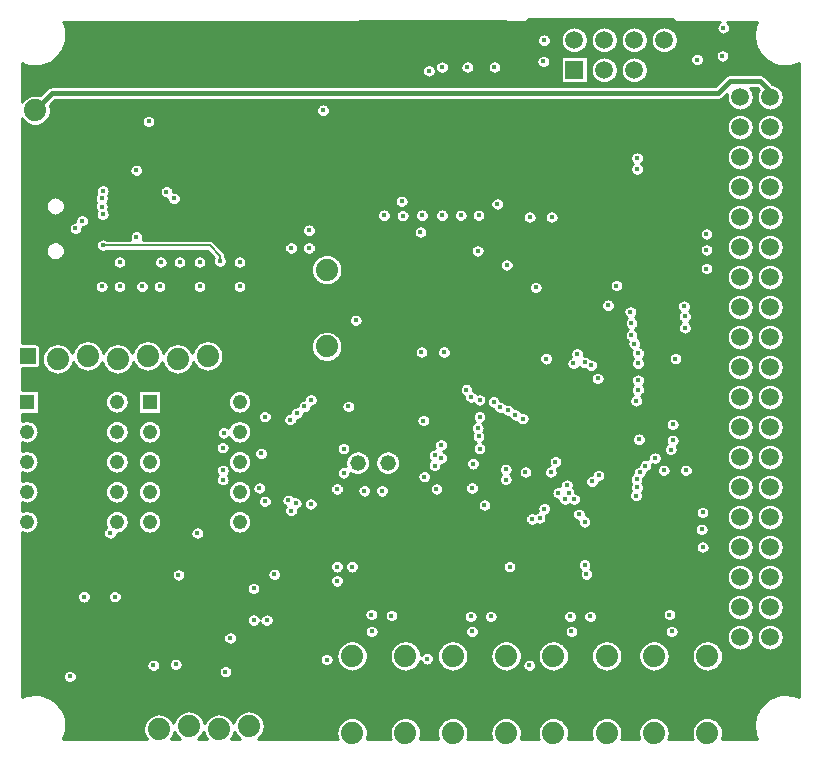
<source format=gbr>
%TF.GenerationSoftware,Novarm,DipTrace,3.2.0.1*%
%TF.CreationDate,2017-11-16T22:50:54-08:00*%
%FSLAX26Y26*%
%MOIN*%
%TF.FileFunction,Copper,L4,Bot*%
%TF.Part,Single*%
%AMOUTLINE6*
4,1,4,
0.026163,0.026163,
0.026205,-0.026121,
-0.026121,-0.026205,
-0.026163,0.026163,
0.026163,0.026163,
0*%
%TA.AperFunction,Conductor*%
%ADD14C,0.015748*%
%TA.AperFunction,CopperBalancing*%
%ADD17C,0.01*%
%TA.AperFunction,Conductor*%
%ADD18C,0.006*%
%TA.AperFunction,ComponentPad*%
%ADD24R,0.047992X0.047992*%
%ADD25C,0.048*%
%ADD30C,0.074*%
%ADD33C,0.052*%
%ADD41R,0.05937X0.05937*%
%ADD42C,0.05937*%
%ADD47R,0.059055X0.059055*%
%ADD48C,0.059055*%
%TA.AperFunction,ViaPad*%
%ADD49C,0.015*%
%TA.AperFunction,ComponentPad*%
%ADD106OUTLINE6*%
G75*
G01*
%LPD*%
X1287749Y2012500D2*
D14*
Y1898564D1*
Y1756500D1*
X1244000Y1712751D1*
X1171499D1*
X1169000Y1715249D1*
X494000Y2444000D2*
X856249D1*
X951694Y2348555D1*
X1107126Y2193123D1*
X1287749Y2012500D1*
X1141539Y2694000D2*
X1437619D1*
X1581375Y2837756D1*
X1934463D1*
X1978209Y2794010D1*
Y2687772D1*
X1934463Y2837756D2*
X2059450D1*
X2096946Y2800260D1*
X2590875Y2678375D2*
X2609370D1*
X2653138Y2722143D1*
Y2806509D1*
X2615642Y2844005D1*
X2140692D1*
X2096946Y2800260D1*
X1287749Y1898564D2*
X1137081D1*
X1115799Y1919846D1*
Y1956598D1*
X982861Y1956501D2*
Y1914555D1*
X997062Y1900354D1*
X1132167D1*
X1137081Y1898564D1*
X569000Y1884625D2*
X985324D1*
X999058Y1898358D1*
X997062Y1900354D1*
X569000Y1884625D2*
X568982Y2003469D1*
X1469911Y1557411D2*
Y1574339D1*
X1287749Y1756500D1*
X1715736Y1700375D2*
X1612875D1*
X1469911Y1557411D1*
X1715736Y1700375D2*
X1934463D1*
X1984458Y1750370D1*
X1987583D1*
X2065699Y1828487D1*
Y1853484D1*
X2267178Y1762751D2*
X2165759D1*
X2156433D1*
X2065699Y1853484D1*
X2073274Y937955D2*
X2109445D1*
X2543774D1*
X2615642D1*
X2646888D1*
X2784374Y800470D1*
Y747375D1*
X2844000Y687749D1*
X2944000D1*
X2844000D2*
X2824762D1*
X2675010Y537997D1*
X2475031D1*
Y470399D1*
X2140144Y470836D2*
Y541122D1*
X1802609D1*
X1465073D1*
X1366471D1*
X1306596Y481247D1*
X1465073Y470836D2*
Y541122D1*
X1802609Y470836D2*
Y541122D1*
X2140144D2*
X2471907D1*
X2475031Y537997D1*
X1036449Y737749D2*
X1009787D1*
X918945Y828592D1*
Y931706D1*
X1381919Y1385306D2*
X1469911Y1473298D1*
Y1557411D1*
X1381919Y1385306D2*
Y1343640D1*
X1518882Y1206677D1*
X1590749D1*
X1981333Y2487793D2*
Y2381554D1*
X2053201Y2309686D1*
X2175063D1*
X2615642Y1291043D2*
Y937955D1*
X2165759Y1762751D2*
Y1278614D1*
X2109445Y1222301D1*
Y937955D1*
X1051764Y2448755D2*
X951694Y2348555D1*
X1107126Y2193123D2*
X1044877D1*
X719000Y2094000D2*
D18*
X1075249D1*
X1109625Y2059625D1*
Y2040875D1*
X2944000Y2587749D2*
D14*
Y2606500D1*
X2909625Y2640875D1*
X2809625D1*
X2769000Y2600251D1*
X550251D1*
X494000Y2544000D1*
D49*
X1141539Y2694000D3*
X1581375Y2837756D3*
X1978209Y2687772D3*
X2096946Y2800260D3*
X1115799Y1956598D3*
X982861Y1956501D3*
X569000Y1884625D3*
D3*
X568982Y2003469D3*
X1469911Y1557411D3*
X1715736Y1700375D3*
X1469911Y1557411D3*
X1984458Y1750370D3*
X1715736Y1700375D3*
X2065699Y1853484D3*
X2267178Y1762751D3*
X2073274Y937955D3*
X2475031Y470399D3*
X2140144Y470836D3*
X1465073D3*
X1802609D3*
X1036449Y737749D3*
X918945Y931706D3*
X1381919Y1385306D3*
X1469911Y1557411D3*
X1590749Y1206677D3*
X1381919Y1385306D3*
X2543774Y937955D3*
X1981333Y2487793D3*
X2175063Y2309686D3*
X2615642Y1291043D3*
X1051764Y2448755D3*
X1044877Y2193123D3*
X2500251Y1287749D3*
X2715875Y1147125D3*
X2162564Y1953375D3*
X2025079Y2687772D3*
X2731500Y2078375D3*
X2346920Y1693795D3*
X2497125Y1259625D3*
X2719000Y1087749D3*
X2731500Y2016034D3*
X2369000Y1650249D3*
X2477881Y1871630D3*
X1850097Y2687772D3*
X2431596Y1959529D3*
X628375Y2150251D3*
X715875Y2250251D3*
X650249Y2175840D3*
X715875Y2222125D3*
X1790875Y1322125D3*
X1590752Y1275374D3*
X850249Y1956501D3*
X719000Y2197125D3*
Y2275249D3*
X831500Y2122125D3*
X715875Y1956501D3*
X931500Y2272125D3*
X1562751Y1844000D3*
X1650251Y1275249D3*
X1831500Y1281500D3*
X2189963Y2777475D3*
X2788001Y2818992D3*
X2784945Y2725251D3*
X2700492Y2712731D3*
X1365875Y1534625D3*
X1344000Y1512749D3*
X1259625Y1522125D3*
X1122125Y1469000D3*
X1119076Y1418845D3*
X1950251Y1284625D3*
X1453375Y2544000D3*
X1128375Y672125D3*
X1265875Y844000D3*
X1522125Y1415875D3*
X1537751Y1556500D3*
X1412751Y1578375D3*
X1391761Y1556500D3*
X1406500Y2144173D3*
Y2084731D3*
X908583Y1956501D3*
X912751Y2037751D3*
X775251Y1956501D3*
Y2037749D3*
X1175249Y1956501D3*
Y2037749D3*
X1041916Y1956501D3*
Y2037751D3*
X1247125Y1400251D3*
X1119076Y1343837D3*
Y1312584D3*
X1240875Y1284625D3*
X1259625Y1240875D3*
X1337751Y1244000D3*
X1362749Y1234626D3*
X1347125Y1209625D3*
X744000Y1134625D3*
X1034625D3*
X1412751Y1231500D3*
X2608320Y862749D3*
X2615875Y806500D3*
X2277071Y856500D3*
X2281500Y806500D3*
X1945822Y856500D3*
X1950251Y806500D3*
X1614571Y862749D3*
X1615875Y806500D3*
X1783311Y2194000D3*
X1778375Y2137749D3*
X2306501Y1197125D3*
X2325249Y1172125D3*
X2350251Y1306500D3*
X2503375Y1700249D3*
X2628375Y1715875D3*
X971455Y995181D3*
X1975249Y1415875D3*
X1972125Y1456500D3*
X2481500Y1834625D3*
X2656500Y1890875D3*
X1991441Y1227810D3*
X2128375Y1337751D3*
X2212749Y1337749D3*
X2265875Y1294000D3*
X2237749Y1269000D3*
X2259625Y1247125D3*
X2150251Y1181500D3*
X2503375Y1734625D3*
X2190875Y1215875D3*
X1969000Y2075249D3*
X2290875Y1247125D3*
X2272125Y1269000D3*
X2062749Y1312751D3*
X2490875Y1765875D3*
X2659625Y1819000D3*
X2062751Y1347125D3*
X2481500Y1794000D3*
X2659625Y1856500D3*
X2503375Y1644000D3*
Y1612751D3*
X2497125Y1575249D3*
X2619000Y1497125D3*
X2506500Y1447125D3*
X2619000Y1444000D3*
X2612751Y1412749D3*
X2559626Y1384625D3*
X956500Y2250251D3*
X1781500Y1737751D3*
X2372125Y1326529D3*
X2662988Y1344000D3*
X2589488D3*
X2509625Y1337749D3*
X2197125Y1715875D3*
X2500249Y2384625D3*
X2498688Y1314312D3*
X2718933Y1203375D3*
X2498688Y1314312D3*
X2718933Y1203375D3*
X2731500Y2131500D3*
X2403375Y1894000D3*
X2325249Y1703374D3*
X2403375Y1894000D3*
X1934463Y2687772D3*
X759625Y922125D3*
X962810Y697125D3*
X1222125Y844000D3*
X2331500Y997125D3*
X1222125Y950249D3*
X1500249Y1281500D3*
Y1022125D3*
Y975251D3*
X2331500Y997125D3*
X2034625Y2231500D3*
X1972125Y2194000D3*
X1850251D3*
X1912843D3*
X656500Y922125D3*
X887749Y694000D3*
X1144000Y784625D3*
X1290875Y997125D3*
X2325249Y1028375D3*
X1522125Y1335560D3*
X2022125Y1572125D3*
X1465875Y712749D3*
X2069000Y1544000D3*
X1800249Y715875D3*
X2119000Y1515875D3*
X2140875Y694000D3*
X1969000Y1484625D3*
X1947125Y1587751D3*
X1931500Y1612749D3*
X1975249Y1578374D3*
Y1522125D3*
X830909Y2344000D3*
X1856500Y1737751D3*
X2187938Y2706480D3*
X2528375Y1359625D3*
D3*
X2300249Y1731500D3*
X2500251Y2347125D3*
X1847125Y1428375D3*
Y1384625D3*
X719000Y2094000D3*
X1109625Y2040875D3*
X975251Y2037751D3*
X872125Y2506500D3*
X1825249Y1394000D3*
X1787751Y1509625D3*
X1825249Y1359626D3*
Y1394000D3*
X2142356Y2187749D3*
X2215692D3*
X2065875Y2028097D3*
X2287749Y1700251D3*
X2065875Y2028097D3*
X2142356Y2187749D3*
X609625Y656528D3*
X1550249Y1022125D3*
X2075251D3*
X2044000Y1553375D3*
X1681500Y859625D3*
X2094000Y1528375D3*
X2012751Y856500D3*
X2228375Y1372125D3*
X2344000Y856500D3*
X1953352Y1365899D3*
X1347125Y2084822D3*
X1718991Y2192178D3*
X1656500Y2194000D3*
X1715875Y2240875D3*
X1806500Y2675249D3*
X2175249Y1184625D3*
X1718991Y2192178D3*
X592412Y2829131D2*
D17*
X2766467D1*
X2809541D2*
X2895588D1*
X595420Y2819262D2*
X2270881D1*
X2310869D2*
X2370881D1*
X2410869D2*
X2470881D1*
X2510869D2*
X2570881D1*
X2610869D2*
X2764104D1*
X2811904D2*
X2892580D1*
X597412Y2809394D2*
X2257150D1*
X2324600D2*
X2357150D1*
X2424600D2*
X2457150D1*
X2524600D2*
X2557150D1*
X2624600D2*
X2766213D1*
X2809795D2*
X2890588D1*
X598408Y2799525D2*
X2182775D1*
X2197139D2*
X2250061D1*
X2331689D2*
X2350061D1*
X2431689D2*
X2450061D1*
X2531689D2*
X2550061D1*
X2631689D2*
X2774943D1*
X2801064D2*
X2889592D1*
X598467Y2789656D2*
X2169572D1*
X2210361D2*
X2246232D1*
X2335518D2*
X2346232D1*
X2435518D2*
X2446232D1*
X2535518D2*
X2546232D1*
X2635518D2*
X2889533D1*
X597568Y2779787D2*
X2166174D1*
X2213740D2*
X2244807D1*
X2336943D2*
X2344807D1*
X2436943D2*
X2444807D1*
X2536943D2*
X2544807D1*
X2636943D2*
X2890432D1*
X595713Y2769919D2*
X2167346D1*
X2212588D2*
X2245588D1*
X2336162D2*
X2345588D1*
X2436162D2*
X2445588D1*
X2536162D2*
X2545588D1*
X2636162D2*
X2892287D1*
X592842Y2760050D2*
X2174104D1*
X2205830D2*
X2248674D1*
X2333076D2*
X2348674D1*
X2433076D2*
X2448674D1*
X2533076D2*
X2548674D1*
X2633076D2*
X2895158D1*
X588838Y2750181D2*
X2254689D1*
X2327061D2*
X2354689D1*
X2427061D2*
X2454689D1*
X2527061D2*
X2554689D1*
X2627061D2*
X2899162D1*
X583545Y2740312D2*
X2265705D1*
X2316045D2*
X2365705D1*
X2416045D2*
X2465705D1*
X2516045D2*
X2565705D1*
X2616045D2*
X2766701D1*
X2803193D2*
X2904455D1*
X576768Y2730444D2*
X2684982D1*
X2716006D2*
X2761643D1*
X2808252D2*
X2911232D1*
X568018Y2720575D2*
X2168889D1*
X2206982D2*
X2244787D1*
X2336963D2*
X2374006D1*
X2407744D2*
X2474006D1*
X2507744D2*
X2677971D1*
X2722998D2*
X2761525D1*
X2808369D2*
X2919982D1*
X556533Y2710706D2*
X2164436D1*
X2211436D2*
X2244787D1*
X2336963D2*
X2358459D1*
X2423291D2*
X2458459D1*
X2523291D2*
X2676682D1*
X2724307D2*
X2766252D1*
X2803643D2*
X2931467D1*
X540225Y2700837D2*
X1830295D1*
X1869912D2*
X1914650D1*
X1954268D2*
X2005275D1*
X2044893D2*
X2164748D1*
X2211123D2*
X2244787D1*
X2336963D2*
X2350783D1*
X2430967D2*
X2450783D1*
X2530967D2*
X2679924D1*
X2721064D2*
X2947775D1*
X450010Y2690969D2*
X482580D1*
X505420D2*
X1788850D1*
X1873779D2*
X1910783D1*
X1958135D2*
X2001408D1*
X2048760D2*
X2170100D1*
X2205791D2*
X2244787D1*
X2336963D2*
X2346584D1*
X2435166D2*
X2446584D1*
X2535166D2*
X2692365D1*
X2708623D2*
X2982580D1*
X3005420D2*
X3037990D1*
X450010Y2681100D2*
X1783361D1*
X1872998D2*
X1911564D1*
X1957373D2*
X2002170D1*
X2047979D2*
X2244787D1*
X2336963D2*
X2344865D1*
X2436885D2*
X2444865D1*
X2536885D2*
X3037990D1*
X450010Y2671231D2*
X1782951D1*
X1830049D2*
X1833277D1*
X1866943D2*
X1917619D1*
X1951299D2*
X2008244D1*
X2041924D2*
X2244787D1*
X2336963D2*
X2345354D1*
X2436396D2*
X2445354D1*
X2536396D2*
X3037990D1*
X450010Y2661362D2*
X1787287D1*
X1825713D2*
X2244787D1*
X2336963D2*
X2348127D1*
X2433623D2*
X2448127D1*
X2533623D2*
X2797580D1*
X2921670D2*
X3037990D1*
X450010Y2651493D2*
X2244787D1*
X2336963D2*
X2353674D1*
X2428076D2*
X2453674D1*
X2528076D2*
X2786330D1*
X2932920D2*
X3037990D1*
X450010Y2641625D2*
X2244787D1*
X2336963D2*
X2363752D1*
X2417998D2*
X2463752D1*
X2517998D2*
X2776467D1*
X2942783D2*
X3037990D1*
X450010Y2631756D2*
X2766584D1*
X2954053D2*
X3037990D1*
X450010Y2621887D2*
X540666D1*
X2974209D2*
X3037990D1*
X450010Y2612018D2*
X528107D1*
X2882803D2*
X2904572D1*
X2982803D2*
X3037990D1*
X450010Y2602150D2*
X518244D1*
X2887549D2*
X2900451D1*
X2987549D2*
X3037990D1*
X450010Y2592281D2*
X472639D1*
X2794951D2*
X2798303D1*
X2889697D2*
X2898303D1*
X2989697D2*
X3037990D1*
X450010Y2582412D2*
X457356D1*
X2784951D2*
X2798381D1*
X2889619D2*
X2898381D1*
X2989619D2*
X3037990D1*
X556455Y2572543D2*
X2800725D1*
X2887275D2*
X2900725D1*
X2987275D2*
X3037990D1*
X546592Y2562675D2*
X1439123D1*
X1467627D2*
X2805725D1*
X2882275D2*
X2905725D1*
X2982275D2*
X3037990D1*
X546650Y2552806D2*
X1431232D1*
X1475518D2*
X2814768D1*
X2873232D2*
X2914768D1*
X2973232D2*
X3037990D1*
X547393Y2542937D2*
X1429494D1*
X1477256D2*
X2839787D1*
X2848219D2*
X2939787D1*
X2948219D2*
X3037990D1*
X546240Y2533068D2*
X1432248D1*
X1474502D2*
X3037990D1*
X543096Y2523199D2*
X855451D1*
X888799D2*
X1442795D1*
X1463955D2*
X2815393D1*
X2872607D2*
X2915393D1*
X2972607D2*
X3037990D1*
X537490Y2513331D2*
X849260D1*
X894990D2*
X2806076D1*
X2881924D2*
X2906076D1*
X2981924D2*
X3037990D1*
X450010Y2503462D2*
X459807D1*
X528193D2*
X848420D1*
X895830D2*
X2800900D1*
X2887100D2*
X2900900D1*
X2987100D2*
X3037990D1*
X450010Y2493593D2*
X478693D1*
X509307D2*
X852209D1*
X892041D2*
X2798459D1*
X2889541D2*
X2898459D1*
X2989541D2*
X3037990D1*
X450010Y2483724D2*
X868732D1*
X875493D2*
X2798244D1*
X2889756D2*
X2898244D1*
X2989756D2*
X3037990D1*
X450010Y2473856D2*
X2800275D1*
X2887725D2*
X2900275D1*
X2987725D2*
X3037990D1*
X450010Y2463987D2*
X2804865D1*
X2883135D2*
X2904865D1*
X2983135D2*
X3037990D1*
X450010Y2454118D2*
X2813205D1*
X2874795D2*
X2913205D1*
X2974795D2*
X3037990D1*
X450010Y2444249D2*
X2831760D1*
X2856240D2*
X2931760D1*
X2956240D2*
X3037990D1*
X450010Y2434381D2*
X3037990D1*
X450010Y2424512D2*
X2817170D1*
X2870830D2*
X2917170D1*
X2970830D2*
X3037990D1*
X450010Y2414643D2*
X2807014D1*
X2880986D2*
X2907014D1*
X2980986D2*
X3037990D1*
X450010Y2404774D2*
X2488361D1*
X2512139D2*
X2801428D1*
X2886572D2*
X2901428D1*
X2986572D2*
X3037990D1*
X450010Y2394906D2*
X2478791D1*
X2521709D2*
X2798654D1*
X2889346D2*
X2898654D1*
X2989346D2*
X3037990D1*
X450010Y2385037D2*
X2476350D1*
X2524150D2*
X2798146D1*
X2889854D2*
X2898146D1*
X2989854D2*
X3037990D1*
X450010Y2375168D2*
X2478400D1*
X2522100D2*
X2799865D1*
X2888135D2*
X2899865D1*
X2988135D2*
X3037990D1*
X450010Y2365299D2*
X821506D1*
X840322D2*
X2485314D1*
X2515186D2*
X2804084D1*
X2883916D2*
X2904084D1*
X2983916D2*
X3037990D1*
X450010Y2355430D2*
X810061D1*
X851748D2*
X2477912D1*
X2522588D2*
X2811799D1*
X2876201D2*
X2911799D1*
X2976201D2*
X3037990D1*
X450010Y2345562D2*
X807072D1*
X854756D2*
X2476408D1*
X2524092D2*
X2827541D1*
X2860459D2*
X2927541D1*
X2960459D2*
X3037990D1*
X450010Y2335693D2*
X808576D1*
X853252D2*
X2479416D1*
X2521084D2*
X3037990D1*
X450010Y2325824D2*
X815979D1*
X845830D2*
X2490842D1*
X2509658D2*
X2819143D1*
X2868857D2*
X2919143D1*
X2968857D2*
X3037990D1*
X450010Y2315955D2*
X2808029D1*
X2879971D2*
X2908029D1*
X2979971D2*
X3037990D1*
X450010Y2306087D2*
X2801994D1*
X2886006D2*
X2901994D1*
X2986006D2*
X3037990D1*
X450010Y2296218D2*
X708791D1*
X729209D2*
X2798869D1*
X2889131D2*
X2898869D1*
X2989131D2*
X3037990D1*
X450010Y2286349D2*
X697971D1*
X740029D2*
X912561D1*
X950439D2*
X2798088D1*
X2889912D2*
X2898088D1*
X2989912D2*
X3037990D1*
X450010Y2276480D2*
X695139D1*
X742861D2*
X908010D1*
X954990D2*
X2799514D1*
X2888486D2*
X2899514D1*
X2988486D2*
X3037990D1*
X450010Y2266612D2*
X696799D1*
X741201D2*
X908283D1*
X973525D2*
X2803361D1*
X2884639D2*
X2903361D1*
X2984639D2*
X3037990D1*
X450010Y2256743D2*
X554514D1*
X567158D2*
X692912D1*
X738838D2*
X913537D1*
X979463D2*
X1698361D1*
X1733389D2*
X2810490D1*
X2877510D2*
X2910490D1*
X2977510D2*
X3037990D1*
X450010Y2246874D2*
X536252D1*
X585420D2*
X692229D1*
X739521D2*
X932854D1*
X980146D2*
X1692775D1*
X1738975D2*
X2016662D1*
X2052588D2*
X2824357D1*
X2863643D2*
X2924357D1*
X2963643D2*
X3037990D1*
X450010Y2237005D2*
X530002D1*
X591650D2*
X696193D1*
X735557D2*
X936818D1*
X976182D2*
X1692307D1*
X1739443D2*
X2011389D1*
X2057861D2*
X3037990D1*
X450010Y2227136D2*
X527775D1*
X593896D2*
X692521D1*
X739229D2*
X1696545D1*
X1735205D2*
X2011135D1*
X2058096D2*
X2821389D1*
X2866611D2*
X2921389D1*
X2966611D2*
X3037990D1*
X450010Y2217268D2*
X528654D1*
X592998D2*
X692502D1*
X739248D2*
X2015686D1*
X2053564D2*
X2809123D1*
X2878877D2*
X2909123D1*
X2978877D2*
X3037990D1*
X450010Y2207399D2*
X532990D1*
X588682D2*
X697346D1*
X740459D2*
X1636936D1*
X1676064D2*
X1700881D1*
X1737100D2*
X1763732D1*
X1802881D2*
X1830686D1*
X1869814D2*
X1893264D1*
X1932412D2*
X1952561D1*
X1991689D2*
X2129592D1*
X2155107D2*
X2202932D1*
X2228447D2*
X2802600D1*
X2885400D2*
X2902600D1*
X2985400D2*
X3037990D1*
X450010Y2197530D2*
X543244D1*
X578408D2*
X641896D1*
X658604D2*
X695100D1*
X742900D2*
X1632873D1*
X1680127D2*
X1695725D1*
X1742256D2*
X1759689D1*
X1806943D2*
X1826623D1*
X1873877D2*
X1889221D1*
X1936475D2*
X1948498D1*
X1995752D2*
X2120646D1*
X2164053D2*
X2193986D1*
X2237393D2*
X2799143D1*
X2888857D2*
X2899143D1*
X2988857D2*
X3037990D1*
X450010Y2187661D2*
X629631D1*
X670869D2*
X697150D1*
X740850D2*
X1633498D1*
X1679502D2*
X1695549D1*
X1742432D2*
X1760314D1*
X1806318D2*
X1827248D1*
X1873252D2*
X1889846D1*
X1935850D2*
X1949123D1*
X1995127D2*
X2118459D1*
X2166260D2*
X2191799D1*
X2239600D2*
X2798068D1*
X2889932D2*
X2898068D1*
X2989932D2*
X3037990D1*
X450010Y2177793D2*
X626428D1*
X674072D2*
X705725D1*
X732275D2*
X1639318D1*
X1673682D2*
X1700178D1*
X1737803D2*
X1766135D1*
X1800498D2*
X1833068D1*
X1867432D2*
X1895666D1*
X1930029D2*
X1954943D1*
X1989307D2*
X2120725D1*
X2163975D2*
X2194064D1*
X2237314D2*
X2799182D1*
X2888818D2*
X2899182D1*
X2988818D2*
X3037990D1*
X450010Y2167924D2*
X612814D1*
X672744D2*
X2129885D1*
X2154814D2*
X2203225D1*
X2228154D2*
X2802678D1*
X2885322D2*
X2902678D1*
X2985322D2*
X3037990D1*
X450010Y2158055D2*
X605842D1*
X665674D2*
X1387287D1*
X1425713D2*
X1766779D1*
X1789971D2*
X2809279D1*
X2878721D2*
X2909279D1*
X2978721D2*
X3037990D1*
X450010Y2148186D2*
X604572D1*
X652178D2*
X1382951D1*
X1430049D2*
X1756994D1*
X1799756D2*
X2714807D1*
X2748193D2*
X2821701D1*
X2866299D2*
X2921701D1*
X2966299D2*
X3037990D1*
X450010Y2138318D2*
X607834D1*
X648916D2*
X814299D1*
X848701D2*
X1383361D1*
X1429639D2*
X1754475D1*
X1802275D2*
X2708635D1*
X2754365D2*
X3037990D1*
X450010Y2128449D2*
X620373D1*
X636377D2*
X808498D1*
X854502D2*
X1388850D1*
X1424150D2*
X1756447D1*
X1800303D2*
X2707795D1*
X2755205D2*
X2823967D1*
X2864033D2*
X2923967D1*
X2964033D2*
X3037990D1*
X450010Y2118580D2*
X807873D1*
X855127D2*
X1764846D1*
X1791904D2*
X2711584D1*
X2751416D2*
X2810314D1*
X2877686D2*
X2910314D1*
X2977686D2*
X3037990D1*
X450010Y2108711D2*
X700451D1*
X1087295D2*
X2803264D1*
X2884736D2*
X2903264D1*
X2984736D2*
X3037990D1*
X450010Y2098843D2*
X537814D1*
X583857D2*
X695627D1*
X1097432D2*
X1328010D1*
X1366240D2*
X1387463D1*
X1425537D2*
X2720236D1*
X2742764D2*
X2799455D1*
X2888545D2*
X2899455D1*
X2988545D2*
X3037990D1*
X450010Y2088974D2*
X530686D1*
X590986D2*
X695666D1*
X1107295D2*
X1323596D1*
X1370654D2*
X1382990D1*
X1430010D2*
X1949670D1*
X1988330D2*
X2710197D1*
X2752803D2*
X2798088D1*
X2889912D2*
X2898088D1*
X2989912D2*
X3037990D1*
X450010Y2079105D2*
X527912D1*
X593760D2*
X700607D1*
X1117158D2*
X1323947D1*
X1370303D2*
X1383303D1*
X1429697D2*
X1945432D1*
X1992568D2*
X2707619D1*
X2755381D2*
X2798908D1*
X2889092D2*
X2898908D1*
X2989092D2*
X3037990D1*
X450010Y2069236D2*
X528303D1*
X593350D2*
X1072990D1*
X1126318D2*
X1329338D1*
X1364912D2*
X1388635D1*
X1424365D2*
X1945900D1*
X1992100D2*
X2709494D1*
X2753506D2*
X2802072D1*
X2885928D2*
X2902072D1*
X2985928D2*
X3037990D1*
X450010Y2059367D2*
X532014D1*
X589658D2*
X766701D1*
X783799D2*
X904201D1*
X921318D2*
X966701D1*
X983818D2*
X1033361D1*
X1050479D2*
X1082854D1*
X1129033D2*
X1166701D1*
X1183799D2*
X1441311D1*
X1490186D2*
X1951506D1*
X1986494D2*
X2717736D1*
X2745264D2*
X2808166D1*
X2879834D2*
X2908166D1*
X2979834D2*
X3037990D1*
X450010Y2049499D2*
X540881D1*
X580791D2*
X754592D1*
X795908D2*
X892092D1*
X933408D2*
X954592D1*
X995908D2*
X1021252D1*
X1062568D2*
X1087404D1*
X1131846D2*
X1154592D1*
X1195908D2*
X1427639D1*
X1503857D2*
X2056721D1*
X2075029D2*
X2819436D1*
X2868564D2*
X2919436D1*
X2968564D2*
X3037990D1*
X450010Y2039630D2*
X751428D1*
X799072D2*
X888928D1*
X936572D2*
X951428D1*
X999072D2*
X1018088D1*
X1065732D2*
X1085764D1*
X1133486D2*
X1151428D1*
X1199072D2*
X1419924D1*
X1511572D2*
X2045100D1*
X2086650D2*
X3037990D1*
X450010Y2029761D2*
X752795D1*
X797705D2*
X890295D1*
X935205D2*
X952795D1*
X997705D2*
X1019455D1*
X1064385D2*
X1088596D1*
X1130654D2*
X1152795D1*
X1197705D2*
X1415275D1*
X1516221D2*
X2042033D1*
X2089717D2*
X2712170D1*
X2750830D2*
X2827072D1*
X2860928D2*
X2927072D1*
X2960928D2*
X3037990D1*
X450010Y2019892D2*
X759904D1*
X790596D2*
X897424D1*
X928076D2*
X959924D1*
X990576D2*
X1026584D1*
X1057256D2*
X1099455D1*
X1119795D2*
X1159904D1*
X1190596D2*
X1412873D1*
X1518623D2*
X2043498D1*
X2088252D2*
X2707932D1*
X2755068D2*
X2811604D1*
X2876396D2*
X2911604D1*
X2976396D2*
X3037990D1*
X450010Y2010024D2*
X1412404D1*
X1519092D2*
X2050822D1*
X2080947D2*
X2708400D1*
X2754600D2*
X2803986D1*
X2884014D2*
X2903986D1*
X2984014D2*
X3037990D1*
X450010Y2000155D2*
X1413830D1*
X1517666D2*
X2714006D1*
X2748994D2*
X2799826D1*
X2888174D2*
X2899826D1*
X2988174D2*
X3037990D1*
X450010Y1990286D2*
X1417287D1*
X1514209D2*
X2798146D1*
X2889854D2*
X2898146D1*
X2989854D2*
X3037990D1*
X450010Y1980417D2*
X1423322D1*
X1508174D2*
X2421213D1*
X2441982D2*
X2798674D1*
X2889326D2*
X2898674D1*
X2989326D2*
X3037990D1*
X450010Y1970549D2*
X696799D1*
X734951D2*
X756174D1*
X794346D2*
X831154D1*
X869326D2*
X889494D1*
X927666D2*
X1022834D1*
X1061006D2*
X1156154D1*
X1194326D2*
X1433342D1*
X1498154D2*
X2146408D1*
X2178721D2*
X2410529D1*
X2452666D2*
X2801486D1*
X2886514D2*
X2901486D1*
X2986514D2*
X3037990D1*
X450010Y1960680D2*
X692365D1*
X739385D2*
X751740D1*
X798760D2*
X826740D1*
X873760D2*
X885061D1*
X932100D2*
X1018400D1*
X1065439D2*
X1151740D1*
X1198760D2*
X1456975D1*
X1474521D2*
X2139865D1*
X2185264D2*
X2407717D1*
X2455459D2*
X2807150D1*
X2880850D2*
X2907150D1*
X2980850D2*
X3037990D1*
X450010Y1950811D2*
X692697D1*
X739053D2*
X752072D1*
X798428D2*
X827072D1*
X873428D2*
X885393D1*
X931768D2*
X1018732D1*
X1065107D2*
X1152072D1*
X1198428D2*
X2138811D1*
X2186318D2*
X2409416D1*
X2453779D2*
X2817424D1*
X2870576D2*
X2917424D1*
X2970576D2*
X3037990D1*
X450010Y1940942D2*
X698068D1*
X733682D2*
X757443D1*
X793057D2*
X832443D1*
X868057D2*
X890783D1*
X926377D2*
X1024123D1*
X1059717D2*
X1157443D1*
X1193057D2*
X2142326D1*
X2182803D2*
X2417209D1*
X2445967D2*
X3037990D1*
X450010Y1931073D2*
X2156369D1*
X2168760D2*
X2831096D1*
X2856904D2*
X2931096D1*
X2956904D2*
X3037990D1*
X450010Y1921205D2*
X2813010D1*
X2874990D2*
X2913010D1*
X2974990D2*
X3037990D1*
X450010Y1911336D2*
X2387404D1*
X2419346D2*
X2645217D1*
X2667783D2*
X2804768D1*
X2883232D2*
X2904768D1*
X2983232D2*
X3037990D1*
X450010Y1901467D2*
X2380725D1*
X2426025D2*
X2635197D1*
X2677803D2*
X2800217D1*
X2887783D2*
X2900217D1*
X2987783D2*
X3037990D1*
X450010Y1891598D2*
X2379611D1*
X2427158D2*
X2465666D1*
X2490088D2*
X2632619D1*
X2680381D2*
X2798244D1*
X2889756D2*
X2898244D1*
X2989756D2*
X3037990D1*
X450010Y1881730D2*
X2383049D1*
X2423701D2*
X2456330D1*
X2499424D2*
X2634514D1*
X2678486D2*
X2798479D1*
X2889521D2*
X2898479D1*
X2989521D2*
X3037990D1*
X450010Y1871861D2*
X2396525D1*
X2410225D2*
X2453986D1*
X2501787D2*
X2641643D1*
X2677607D2*
X2800979D1*
X2887021D2*
X2900979D1*
X2987021D2*
X3037990D1*
X450010Y1861992D2*
X1547580D1*
X1577920D2*
X2456115D1*
X2499658D2*
X2636389D1*
X2682861D2*
X2806193D1*
X2881807D2*
X2906193D1*
X2981807D2*
X3037990D1*
X450010Y1852123D2*
X1540334D1*
X1585166D2*
X2464885D1*
X2497275D2*
X2636154D1*
X2683096D2*
X2815627D1*
X2872373D2*
X2915627D1*
X2972373D2*
X3037990D1*
X450010Y1842255D2*
X1538908D1*
X1586592D2*
X2458908D1*
X2504092D2*
X2640686D1*
X2678545D2*
X3037990D1*
X450010Y1832386D2*
X1542014D1*
X1583486D2*
X2457717D1*
X2505283D2*
X2640041D1*
X2679209D2*
X2837893D1*
X2850107D2*
X2937893D1*
X2950107D2*
X3037990D1*
X450010Y1822517D2*
X1553811D1*
X1571689D2*
X2461057D1*
X2501943D2*
X2635998D1*
X2683252D2*
X2814553D1*
X2873447D2*
X2914553D1*
X2973447D2*
X3037990D1*
X450010Y1812648D2*
X2467209D1*
X2495791D2*
X2636623D1*
X2682627D2*
X2805607D1*
X2882393D2*
X2905607D1*
X2982393D2*
X3037990D1*
X450010Y1802780D2*
X1440178D1*
X1491318D2*
X2459357D1*
X2503643D2*
X2642463D1*
X2676787D2*
X2800666D1*
X2887334D2*
X2900666D1*
X2987334D2*
X3037990D1*
X450010Y1792911D2*
X1427072D1*
X1504424D2*
X2457619D1*
X2505381D2*
X2798361D1*
X2889639D2*
X2898361D1*
X2989639D2*
X3037990D1*
X450010Y1783042D2*
X1419572D1*
X1511924D2*
X2460393D1*
X2507041D2*
X2798322D1*
X2889678D2*
X2898322D1*
X2989678D2*
X3037990D1*
X450010Y1773173D2*
X646818D1*
X691182D2*
X846818D1*
X891182D2*
X1046818D1*
X1091182D2*
X1415080D1*
X1516436D2*
X2468166D1*
X2513584D2*
X2800510D1*
X2887490D2*
X2900510D1*
X2987490D2*
X3037990D1*
X505947Y1763304D2*
X547111D1*
X590889D2*
X631975D1*
X706025D2*
X747111D1*
X790889D2*
X831975D1*
X906025D2*
X947111D1*
X990889D2*
X1031975D1*
X1106025D2*
X1412795D1*
X1518701D2*
X2467111D1*
X2514639D2*
X2805314D1*
X2882686D2*
X2905314D1*
X2982686D2*
X3037990D1*
X511436Y1753436D2*
X532111D1*
X605889D2*
X623830D1*
X714170D2*
X732111D1*
X805889D2*
X823830D1*
X914170D2*
X932111D1*
X1005889D2*
X1023830D1*
X1114170D2*
X1412443D1*
X1519053D2*
X1763811D1*
X1799189D2*
X1838811D1*
X1874189D2*
X2292678D1*
X2307822D2*
X2470646D1*
X2517432D2*
X2814006D1*
X2873994D2*
X2914006D1*
X2973994D2*
X3037990D1*
X511572Y1743567D2*
X523908D1*
X614092D2*
X618908D1*
X719092D2*
X723908D1*
X814092D2*
X818908D1*
X919092D2*
X923908D1*
X1014092D2*
X1018908D1*
X1119092D2*
X1413967D1*
X1517529D2*
X1758342D1*
X1804658D2*
X1833342D1*
X1879658D2*
X2279787D1*
X2320713D2*
X2481291D1*
X2525459D2*
X2834846D1*
X2853154D2*
X2934846D1*
X2953154D2*
X3037990D1*
X511572Y1733698D2*
X518947D1*
X1121709D2*
X1417580D1*
X1513936D2*
X1757971D1*
X1805029D2*
X1832971D1*
X1880029D2*
X2181740D1*
X2212510D2*
X2276447D1*
X2324053D2*
X2479494D1*
X2527256D2*
X2612990D1*
X2643760D2*
X3037990D1*
X511592Y1723829D2*
X516309D1*
X1122373D2*
X1423771D1*
X1507725D2*
X1762326D1*
X1800674D2*
X1837326D1*
X1875674D2*
X2174650D1*
X2219600D2*
X2277678D1*
X2336553D2*
X2482170D1*
X2524580D2*
X2605900D1*
X2650850D2*
X2816232D1*
X2871768D2*
X2916232D1*
X2971768D2*
X3037990D1*
X511592Y1713961D2*
X515619D1*
X1121162D2*
X1434162D1*
X1497354D2*
X2173303D1*
X2220947D2*
X2268400D1*
X2358779D2*
X2484025D1*
X2522725D2*
X2604553D1*
X2652197D2*
X2806506D1*
X2881494D2*
X2906506D1*
X2981494D2*
X3037990D1*
X511592Y1704092D2*
X516801D1*
X1117939D2*
X2176486D1*
X2217764D2*
X2264182D1*
X2368369D2*
X2479807D1*
X2526943D2*
X2607736D1*
X2649014D2*
X2801154D1*
X2886846D2*
X2901154D1*
X2986846D2*
X3037990D1*
X510811Y1694223D2*
X520002D1*
X617998D2*
X625764D1*
X712236D2*
X720002D1*
X817998D2*
X825764D1*
X912236D2*
X920002D1*
X1017998D2*
X1025764D1*
X1112236D2*
X2188674D1*
X2205576D2*
X2264650D1*
X2370811D2*
X2480275D1*
X2526475D2*
X2619924D1*
X2636826D2*
X2798537D1*
X2889463D2*
X2898537D1*
X2989463D2*
X3037990D1*
X500557Y1684354D2*
X525686D1*
X612314D2*
X635236D1*
X702764D2*
X725686D1*
X812314D2*
X835236D1*
X902764D2*
X925686D1*
X1012314D2*
X1035236D1*
X1102764D2*
X2270256D1*
X2305225D2*
X2311492D1*
X2368779D2*
X2485881D1*
X2520869D2*
X2798205D1*
X2889795D2*
X2898205D1*
X2989795D2*
X3037990D1*
X450010Y1674486D2*
X535080D1*
X602920D2*
X655002D1*
X682998D2*
X735080D1*
X802920D2*
X855002D1*
X882998D2*
X935080D1*
X1002920D2*
X1055002D1*
X1082998D2*
X2333615D1*
X2360225D2*
X2800080D1*
X2887920D2*
X2900080D1*
X2987920D2*
X3037990D1*
X450010Y1664617D2*
X554514D1*
X583486D2*
X754514D1*
X783486D2*
X954514D1*
X983486D2*
X2350158D1*
X2387842D2*
X2492404D1*
X2514346D2*
X2804494D1*
X2883506D2*
X2904494D1*
X2983506D2*
X3037990D1*
X450010Y1654748D2*
X2345549D1*
X2392451D2*
X2482150D1*
X2524600D2*
X2812521D1*
X2875479D2*
X2912521D1*
X2975479D2*
X3037990D1*
X450010Y1644879D2*
X2345744D1*
X2392256D2*
X2479494D1*
X2527256D2*
X2829553D1*
X2858447D2*
X2929553D1*
X2958447D2*
X3037990D1*
X450010Y1635010D2*
X1925119D1*
X1937881D2*
X2350900D1*
X2387100D2*
X2481311D1*
X2525439D2*
X3037990D1*
X450010Y1625142D2*
X1911252D1*
X1951748D2*
X2483127D1*
X2523643D2*
X2818088D1*
X2869912D2*
X2918088D1*
X2969912D2*
X3037990D1*
X450010Y1615273D2*
X1907736D1*
X1955264D2*
X2479611D1*
X2527139D2*
X2807482D1*
X2880518D2*
X2907482D1*
X2980518D2*
X3037990D1*
X506279Y1605404D2*
X743791D1*
X787959D2*
X834846D1*
X915654D2*
X1153166D1*
X1197334D2*
X1908811D1*
X1962705D2*
X2480686D1*
X2526064D2*
X2801682D1*
X2886318D2*
X2901682D1*
X2986318D2*
X3037990D1*
X506279Y1595535D2*
X733186D1*
X798564D2*
X834846D1*
X915654D2*
X1142561D1*
X1207939D2*
X1396584D1*
X1428916D2*
X1915393D1*
X1991416D2*
X2485490D1*
X2519482D2*
X2798752D1*
X2889248D2*
X2898752D1*
X2989248D2*
X3037990D1*
X506279Y1585667D2*
X727873D1*
X803877D2*
X834846D1*
X915654D2*
X1137248D1*
X1213252D2*
X1390041D1*
X1435459D2*
X1923322D1*
X1997959D2*
X2002656D1*
X2041592D2*
X2475725D1*
X2518525D2*
X2798127D1*
X2889873D2*
X2898127D1*
X2989873D2*
X3037990D1*
X506279Y1575798D2*
X725646D1*
X806104D2*
X834846D1*
X915654D2*
X1135021D1*
X1215479D2*
X1378439D1*
X1436514D2*
X1524416D1*
X1551084D2*
X1926584D1*
X2049658D2*
X2473225D1*
X2521025D2*
X2799689D1*
X2888311D2*
X2899689D1*
X2988311D2*
X3037990D1*
X506279Y1565929D2*
X725959D1*
X805791D2*
X834846D1*
X915654D2*
X1135334D1*
X1215166D2*
X1369885D1*
X1432979D2*
X1515881D1*
X1559619D2*
X1939182D1*
X1995479D2*
X1999076D1*
X2076592D2*
X2475217D1*
X2519033D2*
X2803732D1*
X2884268D2*
X2903732D1*
X2984268D2*
X3037990D1*
X506279Y1556060D2*
X728908D1*
X802861D2*
X834846D1*
X915654D2*
X1138283D1*
X1212236D2*
X1356818D1*
X1418896D2*
X1513850D1*
X1561650D2*
X1969104D1*
X1981396D2*
X2004807D1*
X2089463D2*
X2483635D1*
X2510615D2*
X2811154D1*
X2876846D2*
X2911154D1*
X2976846D2*
X3037990D1*
X506279Y1546192D2*
X735217D1*
X796533D2*
X834846D1*
X915654D2*
X1144592D1*
X1205908D2*
X1345119D1*
X1413213D2*
X1516311D1*
X1559209D2*
X2021252D1*
X2109385D2*
X2825920D1*
X2862080D2*
X2925920D1*
X2962080D2*
X3037990D1*
X506279Y1536323D2*
X748420D1*
X783330D2*
X834846D1*
X915654D2*
X1157795D1*
X1192705D2*
X1240666D1*
X1278584D2*
X1342033D1*
X1403584D2*
X1525920D1*
X1549580D2*
X1956291D1*
X1994209D2*
X2027717D1*
X2130303D2*
X3037990D1*
X450010Y1526454D2*
X1236135D1*
X1283115D2*
X1324650D1*
X1388271D2*
X1771213D1*
X1804287D2*
X1951760D1*
X1998740D2*
X2053283D1*
X2140303D2*
X2820178D1*
X2867822D2*
X2920178D1*
X2967822D2*
X3037990D1*
X450010Y1516585D2*
X1236408D1*
X1282842D2*
X1320432D1*
X1380986D2*
X1764943D1*
X1810576D2*
X1952033D1*
X1998467D2*
X2073361D1*
X2142881D2*
X2605920D1*
X2632080D2*
X2808557D1*
X2879443D2*
X2908557D1*
X2979443D2*
X3037990D1*
X485732Y1506717D2*
X746018D1*
X785732D2*
X855393D1*
X895107D2*
X1155393D1*
X1195107D2*
X1241682D1*
X1277568D2*
X1320900D1*
X1367100D2*
X1764045D1*
X1811475D2*
X1957307D1*
X1993193D2*
X2085568D1*
X2140986D2*
X2597209D1*
X2640791D2*
X2802268D1*
X2885732D2*
X2902268D1*
X2985732D2*
X3037990D1*
X497549Y1496848D2*
X734201D1*
X797549D2*
X843576D1*
X906924D2*
X1143576D1*
X1206924D2*
X1326525D1*
X1361475D2*
X1767756D1*
X1807764D2*
X1948635D1*
X1989365D2*
X2105256D1*
X2132744D2*
X2595100D1*
X2642900D2*
X2799006D1*
X2888994D2*
X2899006D1*
X2988994D2*
X3037990D1*
X503369Y1486979D2*
X728381D1*
X803369D2*
X837756D1*
X912744D2*
X1106936D1*
X1212744D2*
X1783342D1*
X1792152D2*
X1945217D1*
X1992783D2*
X2597463D1*
X2640537D2*
X2798088D1*
X2889912D2*
X2898088D1*
X2989912D2*
X3037990D1*
X505967Y1477110D2*
X725783D1*
X805967D2*
X835158D1*
X915342D2*
X1099709D1*
X1215342D2*
X1946369D1*
X1991631D2*
X2606877D1*
X2631123D2*
X2799357D1*
X2888643D2*
X2899357D1*
X2988643D2*
X3037990D1*
X505967Y1467241D2*
X725783D1*
X805967D2*
X835158D1*
X915342D2*
X1098283D1*
X1215342D2*
X1950900D1*
X1993350D2*
X2494553D1*
X2518447D2*
X2803029D1*
X2884971D2*
X2903029D1*
X2984971D2*
X3037990D1*
X503408Y1457373D2*
X728342D1*
X803408D2*
X837717D1*
X912783D2*
X1101389D1*
X1212783D2*
X1948244D1*
X1996006D2*
X2485021D1*
X2527979D2*
X2599416D1*
X2638584D2*
X2809904D1*
X2878096D2*
X2909904D1*
X2978096D2*
X3037990D1*
X497627Y1447504D2*
X734123D1*
X797627D2*
X843498D1*
X907002D2*
X1113225D1*
X1131025D2*
X1143498D1*
X1207002D2*
X1833537D1*
X1860713D2*
X1950061D1*
X1994189D2*
X2482600D1*
X2530400D2*
X2595373D1*
X2642627D2*
X2823029D1*
X2864971D2*
X2923029D1*
X2964971D2*
X3037990D1*
X485928Y1437635D2*
X745822D1*
X785928D2*
X855197D1*
X895303D2*
X1104982D1*
X1133174D2*
X1155197D1*
X1195303D2*
X1513986D1*
X1530264D2*
X1825178D1*
X1869072D2*
X1958146D1*
X1986104D2*
X2484650D1*
X2528350D2*
X2595998D1*
X2642002D2*
X3037990D1*
X450010Y1427766D2*
X1096994D1*
X1141162D2*
X1501545D1*
X1542705D2*
X1823225D1*
X1871025D2*
X1954670D1*
X1995811D2*
X2493264D1*
X2519736D2*
X2594455D1*
X2636143D2*
X2822580D1*
X2865420D2*
X2922580D1*
X2965420D2*
X3037990D1*
X450010Y1417898D2*
X1095197D1*
X1142959D2*
X1231525D1*
X1262725D2*
X1498322D1*
X1545928D2*
X1825764D1*
X1868486D2*
X1951447D1*
X1999053D2*
X2589436D1*
X2636064D2*
X2809689D1*
X2878311D2*
X2909689D1*
X2978311D2*
X3037990D1*
X483096Y1408029D2*
X748654D1*
X783096D2*
X858029D1*
X892471D2*
X1097893D1*
X1140264D2*
X1158029D1*
X1192471D2*
X1224592D1*
X1269658D2*
X1499611D1*
X1544639D2*
X1554182D1*
X1583818D2*
X1654182D1*
X1683818D2*
X1806154D1*
X1858643D2*
X1952736D1*
X1997764D2*
X2589338D1*
X2636162D2*
X2802912D1*
X2885088D2*
X2902912D1*
X2985088D2*
X3037990D1*
X496455Y1398160D2*
X735295D1*
X796455D2*
X844670D1*
X905830D2*
X1108244D1*
X1129893D2*
X1144670D1*
X1205830D2*
X1223322D1*
X1270928D2*
X1506604D1*
X1599385D2*
X1638615D1*
X1699385D2*
X1801721D1*
X1866592D2*
X1959729D1*
X1990752D2*
X2540158D1*
X2579092D2*
X2594104D1*
X2631396D2*
X2799299D1*
X2888701D2*
X2899299D1*
X2988701D2*
X3037990D1*
X502803Y1388291D2*
X728947D1*
X802803D2*
X838322D1*
X912178D2*
X1138322D1*
X1212178D2*
X1226604D1*
X1267646D2*
X1531369D1*
X1606631D2*
X1631369D1*
X1706631D2*
X1802072D1*
X1870732D2*
X1947561D1*
X1959150D2*
X2211154D1*
X2245596D2*
X2536018D1*
X2583232D2*
X2798068D1*
X2889932D2*
X2898068D1*
X2989932D2*
X3037990D1*
X505771Y1378423D2*
X725979D1*
X805771D2*
X835354D1*
X915146D2*
X1135354D1*
X1215146D2*
X1239201D1*
X1255049D2*
X1527678D1*
X1610322D2*
X1627678D1*
X1710322D2*
X1807463D1*
X1870166D2*
X1933186D1*
X1973525D2*
X2205354D1*
X2251396D2*
X2514299D1*
X2582666D2*
X2799045D1*
X2888955D2*
X2899045D1*
X2988955D2*
X3037990D1*
X506104Y1368554D2*
X725646D1*
X806104D2*
X835021D1*
X915498D2*
X1135021D1*
X1215498D2*
X1526604D1*
X1611396D2*
X1626604D1*
X1711396D2*
X1803166D1*
X1864443D2*
X1929611D1*
X1977100D2*
X2053674D1*
X2071826D2*
X2204748D1*
X2252002D2*
X2506291D1*
X2576943D2*
X2802385D1*
X2885615D2*
X2902385D1*
X2985615D2*
X3037990D1*
X503916Y1358685D2*
X727834D1*
X803916D2*
X837209D1*
X913291D2*
X1100646D1*
X1213291D2*
X1527912D1*
X1610088D2*
X1627912D1*
X1710088D2*
X1801369D1*
X1849131D2*
X1930627D1*
X1976084D2*
X2041975D1*
X2083525D2*
X2118088D1*
X2138662D2*
X2202463D1*
X2247920D2*
X2499338D1*
X2552256D2*
X2570920D1*
X2608057D2*
X2644416D1*
X2681553D2*
X2808732D1*
X2879268D2*
X2908732D1*
X2979268D2*
X3037990D1*
X498643Y1348816D2*
X733107D1*
X798643D2*
X842482D1*
X908018D2*
X1095725D1*
X1208018D2*
X1502443D1*
X1606143D2*
X1631857D1*
X1706143D2*
X1804064D1*
X1846436D2*
X1937092D1*
X1969600D2*
X2038908D1*
X2086592D2*
X2107326D1*
X2149424D2*
X2191701D1*
X2233799D2*
X2365861D1*
X2378389D2*
X2488576D1*
X2549561D2*
X2566096D1*
X2612881D2*
X2639592D1*
X2686377D2*
X2820588D1*
X2867412D2*
X2920588D1*
X2967412D2*
X3037990D1*
X488135Y1338948D2*
X743615D1*
X788135D2*
X852990D1*
X897510D2*
X1095705D1*
X1142451D2*
X1152990D1*
X1197510D2*
X1498479D1*
X1598467D2*
X1639533D1*
X1698467D2*
X1774338D1*
X1807412D2*
X1814416D1*
X1836084D2*
X2040354D1*
X2085146D2*
X2104514D1*
X2152236D2*
X2188889D1*
X2236611D2*
X2351877D1*
X2392373D2*
X2485764D1*
X2539209D2*
X2566154D1*
X2612822D2*
X2639650D1*
X2686318D2*
X3037990D1*
X450010Y1329079D2*
X1100568D1*
X1137588D2*
X1499162D1*
X1545088D2*
X1557033D1*
X1580967D2*
X1657033D1*
X1680967D2*
X1768049D1*
X1813701D2*
X2045686D1*
X2079814D2*
X2106174D1*
X2150576D2*
X2190549D1*
X2234951D2*
X2345432D1*
X2395889D2*
X2480178D1*
X2531826D2*
X2571115D1*
X2607861D2*
X2644611D1*
X2681357D2*
X2825373D1*
X2862627D2*
X2925373D1*
X2962627D2*
X3037990D1*
X450010Y1319210D2*
X1096154D1*
X1142002D2*
X1505100D1*
X1539150D2*
X1767170D1*
X1814580D2*
X2039787D1*
X2085713D2*
X2113928D1*
X2142822D2*
X2198303D1*
X2227197D2*
X2330197D1*
X2394814D2*
X2475314D1*
X2524072D2*
X2810920D1*
X2877080D2*
X2910920D1*
X2977080D2*
X3037990D1*
X479814Y1309341D2*
X751936D1*
X779814D2*
X861311D1*
X889189D2*
X1095412D1*
X1142744D2*
X1161311D1*
X1189189D2*
X1770881D1*
X1810869D2*
X2039104D1*
X2086396D2*
X2247873D1*
X2283877D2*
X2326525D1*
X2388252D2*
X2475334D1*
X2522041D2*
X2803596D1*
X2884404D2*
X2903596D1*
X2984404D2*
X3037990D1*
X495244Y1299472D2*
X736506D1*
X795244D2*
X845881D1*
X904619D2*
X1099299D1*
X1138857D2*
X1145881D1*
X1204619D2*
X1222443D1*
X1259307D2*
X1485061D1*
X1515439D2*
X1786525D1*
X1795244D2*
X1816311D1*
X1846689D2*
X1931818D1*
X1968682D2*
X2043088D1*
X2082412D2*
X2242639D1*
X2289111D2*
X2327463D1*
X2373037D2*
X2479572D1*
X2520928D2*
X2799631D1*
X2888369D2*
X2899631D1*
X2988369D2*
X3037990D1*
X502178Y1289604D2*
X729572D1*
X802178D2*
X838947D1*
X911553D2*
X1138947D1*
X1211553D2*
X1217522D1*
X1264229D2*
X1477834D1*
X1522666D2*
X1571818D1*
X1609697D2*
X1631408D1*
X1669092D2*
X1809084D1*
X1853916D2*
X1926896D1*
X1973604D2*
X2226760D1*
X2289346D2*
X2333791D1*
X2366709D2*
X2476428D1*
X2524072D2*
X2798107D1*
X2889893D2*
X2898107D1*
X2989893D2*
X3037990D1*
X505537Y1279735D2*
X726213D1*
X805537D2*
X835588D1*
X914912D2*
X1135588D1*
X1264248D2*
X1476408D1*
X1524072D2*
X1567268D1*
X1614229D2*
X1626799D1*
X1673701D2*
X1807678D1*
X1855322D2*
X1926877D1*
X1973623D2*
X2216525D1*
X2293350D2*
X2477795D1*
X2522705D2*
X2798791D1*
X2889209D2*
X2898791D1*
X2989209D2*
X3037990D1*
X506201Y1269866D2*
X725549D1*
X806201D2*
X834924D1*
X915576D2*
X1134924D1*
X1215576D2*
X1222356D1*
X1259385D2*
X1479533D1*
X1520967D2*
X1567521D1*
X1613975D2*
X1626994D1*
X1673506D2*
X1810783D1*
X1852217D2*
X1931740D1*
X1968760D2*
X2213869D1*
X2296006D2*
X2475646D1*
X2518604D2*
X2801779D1*
X2886221D2*
X2901779D1*
X2986221D2*
X3037990D1*
X504365Y1259997D2*
X727385D1*
X804365D2*
X836760D1*
X913740D2*
X1136760D1*
X1213740D2*
X1246018D1*
X1273232D2*
X1320373D1*
X1355127D2*
X1491369D1*
X1509131D2*
X1572775D1*
X1608721D2*
X1632170D1*
X1668330D2*
X1822619D1*
X1840381D2*
X2215686D1*
X2310811D2*
X2473225D1*
X2521025D2*
X2807678D1*
X2880322D2*
X2907678D1*
X2980322D2*
X3037990D1*
X499561Y1250129D2*
X732189D1*
X799561D2*
X841564D1*
X908936D2*
X1141564D1*
X1208936D2*
X1237678D1*
X1281572D2*
X1314689D1*
X1380596D2*
X1398439D1*
X1427061D2*
X1985314D1*
X1997568D2*
X2223771D1*
X2314580D2*
X2475295D1*
X2518955D2*
X2818439D1*
X2869561D2*
X2918439D1*
X2969561D2*
X3037990D1*
X490049Y1240260D2*
X741701D1*
X790049D2*
X851076D1*
X899424D2*
X1151076D1*
X1199424D2*
X1235725D1*
X1283525D2*
X1314162D1*
X1385947D2*
X1390578D1*
X1434912D2*
X1971213D1*
X2011670D2*
X2236779D1*
X2313721D2*
X2483908D1*
X2510342D2*
X3037990D1*
X450010Y1230391D2*
X1238264D1*
X1280986D2*
X1318342D1*
X1436631D2*
X1967678D1*
X2015186D2*
X2172170D1*
X2209580D2*
X2242990D1*
X2307510D2*
X2828850D1*
X2859150D2*
X2928850D1*
X2959150D2*
X3037990D1*
X450010Y1220522D2*
X1248127D1*
X1271123D2*
X1325979D1*
X1381787D2*
X1391662D1*
X1433857D2*
X1968732D1*
X2014150D2*
X2167443D1*
X2214307D2*
X2702756D1*
X2735107D2*
X2812268D1*
X2875732D2*
X2912268D1*
X2975732D2*
X3037990D1*
X450010Y1210654D2*
X456654D1*
X475107D2*
X756643D1*
X775107D2*
X866018D1*
X884482D2*
X1166018D1*
X1184482D2*
X1323244D1*
X1371006D2*
X1402268D1*
X1423232D2*
X1975275D1*
X2007607D2*
X2167580D1*
X2214170D2*
X2287033D1*
X2325986D2*
X2696213D1*
X2741650D2*
X2804357D1*
X2883643D2*
X2904357D1*
X2983643D2*
X3037990D1*
X493916Y1200785D2*
X737834D1*
X793916D2*
X847209D1*
X903291D2*
X1147209D1*
X1203291D2*
X1325002D1*
X1369248D2*
X2136896D1*
X2209092D2*
X2282893D1*
X2330107D2*
X2695178D1*
X2742686D2*
X2800002D1*
X2887998D2*
X2900002D1*
X2987998D2*
X3037990D1*
X501514Y1190916D2*
X730236D1*
X801514D2*
X839611D1*
X910889D2*
X1139611D1*
X1210889D2*
X1332912D1*
X1361338D2*
X2128381D1*
X2198271D2*
X2283459D1*
X2339346D2*
X2698713D1*
X2739150D2*
X2798186D1*
X2889814D2*
X2898186D1*
X2989814D2*
X3037990D1*
X505244Y1181047D2*
X726506D1*
X805244D2*
X835881D1*
X914619D2*
X1135881D1*
X1214619D2*
X2126350D1*
X2198877D2*
X2289201D1*
X2347334D2*
X2712854D1*
X2725010D2*
X2798576D1*
X2889424D2*
X2898576D1*
X2989424D2*
X3037990D1*
X506260Y1171178D2*
X725490D1*
X806260D2*
X834865D1*
X915635D2*
X1134865D1*
X1215635D2*
X2128811D1*
X2194795D2*
X2301369D1*
X2349131D2*
X2801232D1*
X2886768D2*
X2901232D1*
X2986768D2*
X3037990D1*
X504756Y1161310D2*
X726994D1*
X804756D2*
X836369D1*
X914131D2*
X1136369D1*
X1214131D2*
X2138439D1*
X2162061D2*
X2304064D1*
X2346436D2*
X2696896D1*
X2734854D2*
X2806682D1*
X2881318D2*
X2906682D1*
X2981318D2*
X3037990D1*
X500400Y1151441D2*
X727463D1*
X800400D2*
X840725D1*
X909775D2*
X1018088D1*
X1051162D2*
X1140725D1*
X1209775D2*
X2314416D1*
X2336084D2*
X2692385D1*
X2739365D2*
X2816545D1*
X2871455D2*
X2916545D1*
X2971455D2*
X3037990D1*
X491748Y1141572D2*
X721174D1*
X791748D2*
X849377D1*
X901123D2*
X1011799D1*
X1057451D2*
X1149377D1*
X1201123D2*
X2692658D1*
X2739092D2*
X3037990D1*
X450010Y1131703D2*
X720295D1*
X767705D2*
X1010920D1*
X1058330D2*
X2697951D1*
X2733799D2*
X2833693D1*
X2854307D2*
X2933693D1*
X2954307D2*
X3037990D1*
X450010Y1121835D2*
X724006D1*
X763994D2*
X1014631D1*
X1054619D2*
X2813732D1*
X2874268D2*
X2913732D1*
X2974268D2*
X3037990D1*
X450010Y1111966D2*
X739689D1*
X748328D2*
X1030314D1*
X1038934D2*
X2805158D1*
X2882842D2*
X2905158D1*
X2982842D2*
X3037990D1*
X450010Y1102097D2*
X2700158D1*
X2737842D2*
X2800432D1*
X2887568D2*
X2900432D1*
X2987568D2*
X3037990D1*
X450010Y1092228D2*
X2695549D1*
X2742451D2*
X2798303D1*
X2889697D2*
X2898303D1*
X2989697D2*
X3037990D1*
X450010Y1082360D2*
X2695744D1*
X2742256D2*
X2798400D1*
X2889600D2*
X2898400D1*
X2989600D2*
X3037990D1*
X450010Y1072491D2*
X2700920D1*
X2737080D2*
X2800744D1*
X2887256D2*
X2900744D1*
X2987256D2*
X3037990D1*
X450010Y1062622D2*
X2805764D1*
X2882236D2*
X2905764D1*
X2982236D2*
X3037990D1*
X450010Y1052753D2*
X2814826D1*
X2873174D2*
X2914826D1*
X2973174D2*
X3037990D1*
X450010Y1042885D2*
X1489592D1*
X1510908D2*
X1539592D1*
X1560908D2*
X2064592D1*
X2085908D2*
X2306525D1*
X2343975D2*
X2840627D1*
X2847365D2*
X2940627D1*
X2947365D2*
X3037990D1*
X450010Y1033016D2*
X1479104D1*
X1521396D2*
X1529104D1*
X1571396D2*
X2054104D1*
X2096396D2*
X2301818D1*
X2348682D2*
X3037990D1*
X450010Y1023147D2*
X1476369D1*
X1574131D2*
X2051369D1*
X2099131D2*
X2301955D1*
X2348545D2*
X2815334D1*
X2872666D2*
X2915334D1*
X2972666D2*
X3037990D1*
X450010Y1013278D2*
X956428D1*
X986494D2*
X1273635D1*
X1308115D2*
X1478127D1*
X1522373D2*
X1528127D1*
X1572373D2*
X2053127D1*
X2097373D2*
X2307033D1*
X2348740D2*
X2806037D1*
X2881963D2*
X2906037D1*
X2981963D2*
X3037990D1*
X450010Y1003409D2*
X949084D1*
X993818D2*
X1267854D1*
X1313896D2*
X1486057D1*
X1514443D2*
X1536057D1*
X1564443D2*
X2061057D1*
X2089443D2*
X2308479D1*
X2354521D2*
X2800881D1*
X2887119D2*
X2900881D1*
X2987119D2*
X3037990D1*
X450010Y993541D2*
X947619D1*
X995303D2*
X1267248D1*
X1314502D2*
X1485471D1*
X1515029D2*
X2307873D1*
X2355127D2*
X2798439D1*
X2889561D2*
X2898439D1*
X2989561D2*
X3037990D1*
X450010Y983672D2*
X950666D1*
X992256D2*
X1271350D1*
X1310400D2*
X1477951D1*
X1522549D2*
X2311975D1*
X2351025D2*
X2798264D1*
X2889736D2*
X2898264D1*
X2989736D2*
X3037990D1*
X450010Y973803D2*
X962248D1*
X980674D2*
X1476389D1*
X1524111D2*
X2800295D1*
X2887705D2*
X2900295D1*
X2987705D2*
X3037990D1*
X450010Y963934D2*
X1202756D1*
X1241494D2*
X1479338D1*
X1521162D2*
X2804904D1*
X2883096D2*
X2904904D1*
X2983096D2*
X3037990D1*
X450010Y954066D2*
X1198537D1*
X1245713D2*
X1490549D1*
X1509951D2*
X2813264D1*
X2874736D2*
X2913264D1*
X2974736D2*
X3037990D1*
X450010Y944197D2*
X649396D1*
X663604D2*
X752521D1*
X766729D2*
X1199045D1*
X1245205D2*
X2831975D1*
X2856025D2*
X2931975D1*
X2956025D2*
X3037990D1*
X450010Y934328D2*
X636115D1*
X676885D2*
X739240D1*
X780010D2*
X1204670D1*
X1239580D2*
X3037990D1*
X450010Y924459D2*
X632717D1*
X680283D2*
X735842D1*
X783408D2*
X2817092D1*
X2870908D2*
X2917092D1*
X2970908D2*
X3037990D1*
X450010Y914591D2*
X633869D1*
X679131D2*
X736994D1*
X782256D2*
X2806975D1*
X2881025D2*
X2906975D1*
X2981025D2*
X3037990D1*
X450010Y904722D2*
X640607D1*
X672393D2*
X743732D1*
X775518D2*
X2801408D1*
X2886592D2*
X2901408D1*
X2986592D2*
X3037990D1*
X450010Y894853D2*
X2798635D1*
X2889365D2*
X2898635D1*
X2989365D2*
X3037990D1*
X450010Y884984D2*
X1608088D1*
X1621045D2*
X2601838D1*
X2614795D2*
X2798166D1*
X2889834D2*
X2898166D1*
X2989834D2*
X3037990D1*
X450010Y875115D2*
X1594299D1*
X1634854D2*
X1663635D1*
X1699365D2*
X1931486D1*
X1960166D2*
X1998420D1*
X2027080D2*
X2262736D1*
X2291416D2*
X2329670D1*
X2358330D2*
X2588049D1*
X2628604D2*
X2799885D1*
X2888115D2*
X2899885D1*
X2988115D2*
X3037990D1*
X450010Y865247D2*
X1212580D1*
X1231670D2*
X1256330D1*
X1275420D2*
X1590803D1*
X1638330D2*
X1658303D1*
X1704697D2*
X1923654D1*
X1967979D2*
X1990588D1*
X2034912D2*
X2254904D1*
X2299229D2*
X2321838D1*
X2366162D2*
X2584553D1*
X2632080D2*
X2804123D1*
X2883877D2*
X2904123D1*
X2983877D2*
X3037990D1*
X450010Y855378D2*
X1201252D1*
X1286748D2*
X1591896D1*
X1637256D2*
X1657990D1*
X1705010D2*
X1921955D1*
X1969697D2*
X1988869D1*
X2036631D2*
X2253205D1*
X2300947D2*
X2320119D1*
X2367881D2*
X2585646D1*
X2631006D2*
X2811838D1*
X2876162D2*
X2911838D1*
X2976162D2*
X3037990D1*
X450010Y845509D2*
X1198283D1*
X1289717D2*
X1598498D1*
X1630635D2*
X1662463D1*
X1700537D2*
X1924729D1*
X1966904D2*
X1991662D1*
X2033838D2*
X2255979D1*
X2298154D2*
X2322912D1*
X2365088D2*
X2592248D1*
X2624385D2*
X2827697D1*
X2860303D2*
X2927697D1*
X2960303D2*
X3037990D1*
X450010Y835640D2*
X1199807D1*
X1288193D2*
X1935373D1*
X1956279D2*
X2002307D1*
X2023193D2*
X2266623D1*
X2287529D2*
X2333557D1*
X2354443D2*
X3037990D1*
X450010Y825772D2*
X1207268D1*
X1236982D2*
X1251018D1*
X1280732D2*
X1602502D1*
X1629248D2*
X1936877D1*
X1963623D2*
X2268127D1*
X2294873D2*
X2602502D1*
X2629248D2*
X2819064D1*
X2868936D2*
X2919064D1*
X2968936D2*
X3037990D1*
X450010Y815903D2*
X1593986D1*
X1637764D2*
X1928361D1*
X1972139D2*
X2259611D1*
X2303389D2*
X2593986D1*
X2637764D2*
X2807990D1*
X2880010D2*
X2907990D1*
X2980010D2*
X3037990D1*
X450010Y806034D2*
X1134865D1*
X1153135D2*
X1591975D1*
X1639775D2*
X1926350D1*
X1974150D2*
X2257600D1*
X2305400D2*
X2591975D1*
X2639775D2*
X2801955D1*
X2886045D2*
X2901955D1*
X2986045D2*
X3037990D1*
X450010Y796165D2*
X1123225D1*
X1164775D2*
X1594436D1*
X1637314D2*
X1928811D1*
X1971689D2*
X2260061D1*
X2302939D2*
X2594436D1*
X2637314D2*
X2798869D1*
X2889131D2*
X2898869D1*
X2989131D2*
X3037990D1*
X450010Y786297D2*
X1120158D1*
X1167842D2*
X1604104D1*
X1627666D2*
X1938479D1*
X1962041D2*
X2269729D1*
X2293271D2*
X2604104D1*
X2627666D2*
X2798088D1*
X2889912D2*
X2898088D1*
X2989912D2*
X3037990D1*
X450010Y776428D2*
X1121623D1*
X1166377D2*
X1539201D1*
X1561299D2*
X1717209D1*
X1739287D2*
X1874611D1*
X1896709D2*
X2052619D1*
X2074717D2*
X2210041D1*
X2232139D2*
X2388029D1*
X2410127D2*
X2545451D1*
X2567549D2*
X2723459D1*
X2745537D2*
X2799514D1*
X2888486D2*
X2899514D1*
X2988486D2*
X3037990D1*
X450010Y766559D2*
X1128928D1*
X1159072D2*
X1517326D1*
X1583174D2*
X1695334D1*
X1761162D2*
X1852756D1*
X1918584D2*
X2030744D1*
X2096592D2*
X2188166D1*
X2253994D2*
X2366174D1*
X2432002D2*
X2523576D1*
X2589424D2*
X2701584D1*
X2767412D2*
X2803381D1*
X2884619D2*
X2903381D1*
X2984619D2*
X3037990D1*
X450010Y756690D2*
X1507521D1*
X1592979D2*
X1685510D1*
X1770986D2*
X1842932D1*
X1928389D2*
X2020939D1*
X2106396D2*
X2178361D1*
X2263818D2*
X2356350D1*
X2441807D2*
X2513771D1*
X2599229D2*
X2691760D1*
X2777236D2*
X2810529D1*
X2877471D2*
X2910529D1*
X2977471D2*
X3037990D1*
X450010Y746822D2*
X1501604D1*
X1598896D2*
X1679611D1*
X1776885D2*
X1837033D1*
X1934307D2*
X2015021D1*
X2112314D2*
X2172443D1*
X2269717D2*
X2350451D1*
X2447725D2*
X2507854D1*
X2605146D2*
X2685861D1*
X2783135D2*
X2824475D1*
X2863525D2*
X2924475D1*
X2963525D2*
X3037990D1*
X450010Y736953D2*
X1498225D1*
X1602275D2*
X1676232D1*
X1780264D2*
X1790295D1*
X1810205D2*
X1833654D1*
X1937686D2*
X2011643D1*
X2115693D2*
X2169064D1*
X2273096D2*
X2347072D1*
X2451104D2*
X2504475D1*
X2608525D2*
X2682482D1*
X2786514D2*
X3037990D1*
X450010Y727084D2*
X1447014D1*
X1484736D2*
X1496896D1*
X1603604D2*
X1674885D1*
X1821221D2*
X1832307D1*
X1939033D2*
X2010314D1*
X2117021D2*
X2167717D1*
X2274443D2*
X2345725D1*
X2452432D2*
X2503146D1*
X2609854D2*
X2681135D1*
X2787861D2*
X3037990D1*
X450010Y717215D2*
X950822D1*
X974795D2*
X1442424D1*
X1489326D2*
X1497424D1*
X1603076D2*
X1675432D1*
X1824111D2*
X1832854D1*
X1938486D2*
X2010842D1*
X2116494D2*
X2168264D1*
X2273896D2*
X2346271D1*
X2451904D2*
X2503674D1*
X2609326D2*
X2681682D1*
X2787314D2*
X3037990D1*
X450010Y707346D2*
X868146D1*
X907354D2*
X941311D1*
X984307D2*
X1442619D1*
X1489131D2*
X1499904D1*
X1600596D2*
X1677912D1*
X1822510D2*
X1835334D1*
X1936006D2*
X2013322D1*
X2113994D2*
X2121271D1*
X2160479D2*
X2170744D1*
X2271416D2*
X2348752D1*
X2449424D2*
X2506154D1*
X2606846D2*
X2684162D1*
X2784834D2*
X3037990D1*
X450010Y697478D2*
X864123D1*
X911377D2*
X938908D1*
X986709D2*
X1447814D1*
X1483936D2*
X1504650D1*
X1595830D2*
X1682658D1*
X1773838D2*
X1785607D1*
X1814893D2*
X1840080D1*
X1931260D2*
X2018068D1*
X2109248D2*
X2117248D1*
X2164502D2*
X2175490D1*
X2266670D2*
X2353498D1*
X2444678D2*
X2510900D1*
X2602100D2*
X2688908D1*
X2780088D2*
X3037990D1*
X450010Y687609D2*
X864768D1*
X910732D2*
X940979D1*
X984639D2*
X1110510D1*
X1146240D2*
X1512541D1*
X1587959D2*
X1690529D1*
X1765967D2*
X1847951D1*
X1923369D2*
X2025959D1*
X2101377D2*
X2117893D1*
X2163857D2*
X2183381D1*
X2258799D2*
X2361369D1*
X2436787D2*
X2518791D1*
X2594209D2*
X2696799D1*
X2772217D2*
X3037990D1*
X450010Y677740D2*
X600002D1*
X619248D2*
X870627D1*
X904873D2*
X949611D1*
X976006D2*
X1105178D1*
X1151572D2*
X1526623D1*
X1573877D2*
X1704611D1*
X1751885D2*
X1862033D1*
X1909307D2*
X2040041D1*
X2087295D2*
X2123752D1*
X2157998D2*
X2197443D1*
X2244717D2*
X2375451D1*
X2422725D2*
X2532873D1*
X2580127D2*
X2710861D1*
X2758135D2*
X3037990D1*
X450010Y667871D2*
X588732D1*
X630518D2*
X1104865D1*
X1151885D2*
X3037990D1*
X450010Y658003D2*
X585764D1*
X633486D2*
X1109357D1*
X1147412D2*
X3037990D1*
X450010Y648134D2*
X587326D1*
X631924D2*
X3037990D1*
X450010Y638265D2*
X594807D1*
X624443D2*
X3037990D1*
X450010Y628396D2*
X3037990D1*
X450010Y618528D2*
X3037990D1*
X450010Y608659D2*
X3037990D1*
X450010Y598790D2*
X3037990D1*
X536396Y588921D2*
X2951604D1*
X554072Y579052D2*
X2933928D1*
X566221Y569184D2*
X2921779D1*
X575361Y559315D2*
X2912639D1*
X582471Y549446D2*
X2905529D1*
X587979Y539577D2*
X985354D1*
X1027842D2*
X1185354D1*
X1227842D2*
X2900021D1*
X592197Y529709D2*
X885666D1*
X927529D2*
X970002D1*
X1043174D2*
X1085666D1*
X1127529D2*
X1170002D1*
X1243174D2*
X2895803D1*
X595283Y519840D2*
X870158D1*
X943037D2*
X961682D1*
X1051514D2*
X1070158D1*
X1143037D2*
X1161682D1*
X1251514D2*
X1536564D1*
X1563936D2*
X1714553D1*
X1741943D2*
X1871975D1*
X1899365D2*
X2049982D1*
X2077354D2*
X2207385D1*
X2234775D2*
X2385393D1*
X2412783D2*
X2542814D1*
X2570186D2*
X2720803D1*
X2748193D2*
X2892717D1*
X597314Y509971D2*
X861779D1*
X951416D2*
X956642D1*
X1056533D2*
X1061760D1*
X1151416D2*
X1156642D1*
X1256533D2*
X1516584D1*
X1583916D2*
X1694592D1*
X1761924D2*
X1851994D1*
X1919326D2*
X2030002D1*
X2097334D2*
X2187424D1*
X2254756D2*
X2365412D1*
X2432744D2*
X2522834D1*
X2590166D2*
X2700842D1*
X2768174D2*
X2890686D1*
X598369Y500102D2*
X856701D1*
X1259248D2*
X1507072D1*
X1593428D2*
X1685080D1*
X1771416D2*
X1842502D1*
X1928838D2*
X2020490D1*
X2106846D2*
X2177912D1*
X2264248D2*
X2355920D1*
X2442256D2*
X2513322D1*
X2599678D2*
X2691330D1*
X2777666D2*
X2889631D1*
X598486Y490234D2*
X853967D1*
X1259990D2*
X1501350D1*
X1599150D2*
X1679338D1*
X1777158D2*
X1836760D1*
X1934580D2*
X2014768D1*
X2112568D2*
X2172170D1*
X2269990D2*
X2350178D1*
X2447979D2*
X2507600D1*
X2605400D2*
X2685588D1*
X2783408D2*
X2889514D1*
X597646Y480365D2*
X853205D1*
X1258857D2*
X1498088D1*
X1602393D2*
X1676096D1*
X1780400D2*
X1833518D1*
X1937822D2*
X2011506D1*
X2115811D2*
X2168928D1*
X2273232D2*
X2346936D1*
X2451240D2*
X2504338D1*
X2608662D2*
X2682346D1*
X2786650D2*
X2890354D1*
X595850Y470496D2*
X854318D1*
X1255713D2*
X1496877D1*
X1603623D2*
X1674865D1*
X1781631D2*
X1832287D1*
X1939053D2*
X2010295D1*
X2117041D2*
X2167697D1*
X2274463D2*
X2345705D1*
X2452471D2*
X2503127D1*
X2609873D2*
X2681115D1*
X2787881D2*
X2892150D1*
X593037Y460627D2*
X857424D1*
X955771D2*
X963068D1*
X1050127D2*
X1057441D1*
X1155771D2*
X1163068D1*
X1250127D2*
X1497521D1*
X1602979D2*
X1675529D1*
X1780967D2*
X1832932D1*
X1938389D2*
X2010939D1*
X2116396D2*
X2168361D1*
X2273818D2*
X2346350D1*
X2451807D2*
X2503771D1*
X2609229D2*
X2681779D1*
X2787236D2*
X2894963D1*
X589092Y450759D2*
X862971D1*
X950205D2*
X972326D1*
X1040869D2*
X1062971D1*
X1150205D2*
X1172326D1*
X1240869D2*
X1500119D1*
X1600381D2*
X1678127D1*
X1778369D2*
X1835549D1*
X1935791D2*
X2013537D1*
X2113779D2*
X2170959D1*
X2271201D2*
X2348967D1*
X2449209D2*
X2506369D1*
X2606631D2*
X2684377D1*
X2784619D2*
X2898908D1*
X840855Y1611521D2*
X914647D1*
Y1532729D1*
X835855D1*
Y1611521D1*
X840855D1*
X914529Y1469033D2*
X913562Y1462927D1*
X911652Y1457047D1*
X908845Y1451538D1*
X905211Y1446536D1*
X900839Y1442165D1*
X895837Y1438531D1*
X890328Y1435724D1*
X884448Y1433813D1*
X878342Y1432846D1*
X872159D1*
X866053Y1433813D1*
X860173Y1435724D1*
X854664Y1438531D1*
X849662Y1442165D1*
X845291Y1446536D1*
X841657Y1451538D1*
X838850Y1457047D1*
X836939Y1462927D1*
X835972Y1469033D1*
Y1475216D1*
X836939Y1481322D1*
X838850Y1487202D1*
X841657Y1492711D1*
X845291Y1497713D1*
X849662Y1502085D1*
X854664Y1505719D1*
X860173Y1508526D1*
X866053Y1510436D1*
X872159Y1511403D1*
X878342D1*
X884448Y1510436D1*
X890328Y1508526D1*
X895837Y1505719D1*
X900839Y1502085D1*
X905211Y1497713D1*
X908845Y1492711D1*
X911652Y1487202D1*
X913562Y1481322D1*
X914529Y1475216D1*
Y1469033D1*
Y1369033D2*
X913562Y1362927D1*
X911652Y1357047D1*
X908845Y1351538D1*
X905211Y1346536D1*
X900839Y1342165D1*
X895837Y1338531D1*
X890328Y1335724D1*
X884448Y1333813D1*
X878342Y1332846D1*
X872159D1*
X866053Y1333813D1*
X860173Y1335724D1*
X854664Y1338531D1*
X849662Y1342165D1*
X845291Y1346536D1*
X841657Y1351538D1*
X838850Y1357047D1*
X836939Y1362927D1*
X835972Y1369033D1*
Y1375216D1*
X836939Y1381322D1*
X838850Y1387202D1*
X841657Y1392711D1*
X845291Y1397713D1*
X849662Y1402085D1*
X854664Y1405719D1*
X860173Y1408526D1*
X866053Y1410436D1*
X872159Y1411403D1*
X878342D1*
X884448Y1410436D1*
X890328Y1408526D1*
X895837Y1405719D1*
X900839Y1402085D1*
X905211Y1397713D1*
X908845Y1392711D1*
X911652Y1387202D1*
X913562Y1381322D1*
X914529Y1375216D1*
Y1369033D1*
Y1269033D2*
X913562Y1262927D1*
X911652Y1257047D1*
X908845Y1251538D1*
X905211Y1246536D1*
X900839Y1242165D1*
X895837Y1238531D1*
X890328Y1235724D1*
X884448Y1233813D1*
X878342Y1232846D1*
X872159D1*
X866053Y1233813D1*
X860173Y1235724D1*
X854664Y1238531D1*
X849662Y1242165D1*
X845291Y1246536D1*
X841657Y1251538D1*
X838850Y1257047D1*
X836939Y1262927D1*
X835972Y1269033D1*
Y1275216D1*
X836939Y1281322D1*
X838850Y1287202D1*
X841657Y1292711D1*
X845291Y1297713D1*
X849662Y1302085D1*
X854664Y1305719D1*
X860173Y1308526D1*
X866053Y1310436D1*
X872159Y1311403D1*
X878342D1*
X884448Y1310436D1*
X890328Y1308526D1*
X895837Y1305719D1*
X900839Y1302085D1*
X905211Y1297713D1*
X908845Y1292711D1*
X911652Y1287202D1*
X913562Y1281322D1*
X914529Y1275216D1*
Y1269033D1*
Y1169033D2*
X913562Y1162927D1*
X911652Y1157047D1*
X908845Y1151538D1*
X905211Y1146536D1*
X900839Y1142165D1*
X895837Y1138531D1*
X890328Y1135724D1*
X884448Y1133813D1*
X878342Y1132846D1*
X872159D1*
X866053Y1133813D1*
X860173Y1135724D1*
X854664Y1138531D1*
X849662Y1142165D1*
X845291Y1146536D1*
X841657Y1151538D1*
X838850Y1157047D1*
X836939Y1162927D1*
X835972Y1169033D1*
Y1175216D1*
X836939Y1181322D1*
X838850Y1187202D1*
X841657Y1192711D1*
X845291Y1197713D1*
X849662Y1202085D1*
X854664Y1205719D1*
X860173Y1208526D1*
X866053Y1210436D1*
X872159Y1211403D1*
X878342D1*
X884448Y1210436D1*
X890328Y1208526D1*
X895837Y1205719D1*
X900839Y1202085D1*
X905211Y1197713D1*
X908845Y1192711D1*
X911652Y1187202D1*
X913562Y1181322D1*
X914529Y1175216D1*
Y1169033D1*
X1214529D2*
X1213562Y1162927D1*
X1211652Y1157047D1*
X1208845Y1151538D1*
X1205211Y1146536D1*
X1200839Y1142165D1*
X1195837Y1138531D1*
X1190328Y1135724D1*
X1184448Y1133813D1*
X1178342Y1132846D1*
X1172159D1*
X1166053Y1133813D1*
X1160173Y1135724D1*
X1154664Y1138531D1*
X1149662Y1142165D1*
X1145291Y1146536D1*
X1141657Y1151538D1*
X1138850Y1157047D1*
X1136939Y1162927D1*
X1135972Y1169033D1*
Y1175216D1*
X1136939Y1181322D1*
X1138850Y1187202D1*
X1141657Y1192711D1*
X1145291Y1197713D1*
X1149662Y1202085D1*
X1154664Y1205719D1*
X1160173Y1208526D1*
X1166053Y1210436D1*
X1172159Y1211403D1*
X1178342D1*
X1184448Y1210436D1*
X1190328Y1208526D1*
X1195837Y1205719D1*
X1200839Y1202085D1*
X1205211Y1197713D1*
X1208845Y1192711D1*
X1211652Y1187202D1*
X1213562Y1181322D1*
X1214529Y1175216D1*
Y1169033D1*
Y1269033D2*
X1213562Y1262927D1*
X1211652Y1257047D1*
X1208845Y1251538D1*
X1205211Y1246536D1*
X1200839Y1242165D1*
X1195837Y1238531D1*
X1190328Y1235724D1*
X1184448Y1233813D1*
X1178342Y1232846D1*
X1172159D1*
X1166053Y1233813D1*
X1160173Y1235724D1*
X1154664Y1238531D1*
X1149662Y1242165D1*
X1145291Y1246536D1*
X1141657Y1251538D1*
X1138850Y1257047D1*
X1136939Y1262927D1*
X1135972Y1269033D1*
Y1275216D1*
X1136939Y1281322D1*
X1138850Y1287202D1*
X1141657Y1292711D1*
X1145291Y1297713D1*
X1149662Y1302085D1*
X1154664Y1305719D1*
X1160173Y1308526D1*
X1166053Y1310436D1*
X1172159Y1311403D1*
X1178342D1*
X1184448Y1310436D1*
X1190328Y1308526D1*
X1195837Y1305719D1*
X1200839Y1302085D1*
X1205211Y1297713D1*
X1208845Y1292711D1*
X1211652Y1287202D1*
X1213562Y1281322D1*
X1214529Y1275216D1*
Y1269033D1*
Y1369033D2*
X1213562Y1362927D1*
X1211652Y1357047D1*
X1208845Y1351538D1*
X1205211Y1346536D1*
X1200839Y1342165D1*
X1195837Y1338531D1*
X1190328Y1335724D1*
X1184448Y1333813D1*
X1178342Y1332846D1*
X1172159D1*
X1166053Y1333813D1*
X1160173Y1335724D1*
X1154664Y1338531D1*
X1149662Y1342165D1*
X1145291Y1346536D1*
X1141657Y1351538D1*
X1138850Y1357047D1*
X1136939Y1362927D1*
X1135972Y1369033D1*
Y1375216D1*
X1136939Y1381322D1*
X1138850Y1387202D1*
X1141657Y1392711D1*
X1145291Y1397713D1*
X1149662Y1402085D1*
X1154664Y1405719D1*
X1160173Y1408526D1*
X1166053Y1410436D1*
X1172159Y1411403D1*
X1178342D1*
X1184448Y1410436D1*
X1190328Y1408526D1*
X1195837Y1405719D1*
X1200839Y1402085D1*
X1205211Y1397713D1*
X1208845Y1392711D1*
X1211652Y1387202D1*
X1213562Y1381322D1*
X1214529Y1375216D1*
Y1369033D1*
Y1469033D2*
X1213562Y1462927D1*
X1211652Y1457047D1*
X1208845Y1451538D1*
X1205211Y1446536D1*
X1200839Y1442165D1*
X1195837Y1438531D1*
X1190328Y1435724D1*
X1184448Y1433813D1*
X1178342Y1432846D1*
X1172159D1*
X1166053Y1433813D1*
X1160173Y1435724D1*
X1154664Y1438531D1*
X1149662Y1442165D1*
X1145291Y1446536D1*
X1141657Y1451538D1*
X1139958Y1454644D1*
X1138317Y1452807D1*
X1135585Y1450474D1*
X1132521Y1448596D1*
X1129201Y1447221D1*
X1125707Y1446382D1*
X1122125Y1446100D1*
X1118542Y1446382D1*
X1115048Y1447221D1*
X1111728Y1448596D1*
X1108664Y1450474D1*
X1105932Y1452807D1*
X1103598Y1455540D1*
X1101721Y1458604D1*
X1100345Y1461924D1*
X1099507Y1465418D1*
X1099225Y1469000D1*
X1099507Y1472582D1*
X1100345Y1476076D1*
X1101721Y1479396D1*
X1103598Y1482460D1*
X1105932Y1485193D1*
X1108664Y1487526D1*
X1111728Y1489404D1*
X1115048Y1490779D1*
X1118542Y1491618D1*
X1122125Y1491900D1*
X1125707Y1491618D1*
X1129201Y1490779D1*
X1132521Y1489404D1*
X1135585Y1487526D1*
X1138137Y1485360D1*
X1140145Y1490012D1*
X1143375Y1495283D1*
X1147391Y1499985D1*
X1152092Y1504000D1*
X1157363Y1507230D1*
X1163075Y1509596D1*
X1169087Y1511040D1*
X1175251Y1511525D1*
X1181414Y1511040D1*
X1187426Y1509596D1*
X1193138Y1507230D1*
X1198409Y1504000D1*
X1203111Y1499985D1*
X1207126Y1495283D1*
X1210356Y1490012D1*
X1212722Y1484300D1*
X1214166Y1478288D1*
X1214651Y1472125D1*
X1214529Y1469033D1*
Y1569033D2*
X1213562Y1562927D1*
X1211652Y1557047D1*
X1208845Y1551538D1*
X1205211Y1546536D1*
X1200839Y1542165D1*
X1195837Y1538531D1*
X1190328Y1535724D1*
X1184448Y1533813D1*
X1178342Y1532846D1*
X1172159D1*
X1166053Y1533813D1*
X1160173Y1535724D1*
X1154664Y1538531D1*
X1149662Y1542165D1*
X1145291Y1546536D1*
X1141657Y1551538D1*
X1138850Y1557047D1*
X1136939Y1562927D1*
X1135972Y1569033D1*
Y1575216D1*
X1136939Y1581322D1*
X1138850Y1587202D1*
X1141657Y1592711D1*
X1145291Y1597713D1*
X1149662Y1602085D1*
X1154664Y1605719D1*
X1160173Y1608526D1*
X1166053Y1610436D1*
X1172159Y1611403D1*
X1178342D1*
X1184448Y1610436D1*
X1190328Y1608526D1*
X1195837Y1605719D1*
X1200839Y1602085D1*
X1205211Y1597713D1*
X1208845Y1592711D1*
X1211652Y1587202D1*
X1213562Y1581322D1*
X1214529Y1575216D1*
Y1569033D1*
X448999Y1611521D2*
X505271D1*
Y1532729D1*
X449002D1*
X449000Y1507730D1*
X453700Y1509596D1*
X459712Y1511040D1*
X465875Y1511525D1*
X472039Y1511040D1*
X478051Y1509596D1*
X483763Y1507230D1*
X489034Y1504000D1*
X493735Y1499985D1*
X497751Y1495283D1*
X500981Y1490012D1*
X503347Y1484300D1*
X504790Y1478288D1*
X505275Y1472125D1*
X504790Y1465961D1*
X503347Y1459949D1*
X500981Y1454237D1*
X497751Y1448966D1*
X493735Y1444265D1*
X489034Y1440249D1*
X483763Y1437019D1*
X478051Y1434653D1*
X472039Y1433210D1*
X465875Y1432725D1*
X459712Y1433210D1*
X453700Y1434653D1*
X449009Y1436548D1*
X449000Y1407730D1*
X453700Y1409596D1*
X459712Y1411040D1*
X465875Y1411525D1*
X472039Y1411040D1*
X478051Y1409596D1*
X483763Y1407230D1*
X489034Y1404000D1*
X493735Y1399985D1*
X497751Y1395283D1*
X500981Y1390012D1*
X503347Y1384300D1*
X504790Y1378288D1*
X505275Y1372125D1*
X504790Y1365961D1*
X503347Y1359949D1*
X500981Y1354237D1*
X497751Y1348966D1*
X493735Y1344265D1*
X489034Y1340249D1*
X483763Y1337019D1*
X478051Y1334653D1*
X472039Y1333210D1*
X465875Y1332725D1*
X459712Y1333210D1*
X453700Y1334653D1*
X449009Y1336548D1*
X449000Y1307730D1*
X453700Y1309596D1*
X459712Y1311040D1*
X465875Y1311525D1*
X472039Y1311040D1*
X478051Y1309596D1*
X483763Y1307230D1*
X489034Y1304000D1*
X493735Y1299985D1*
X497751Y1295283D1*
X500981Y1290012D1*
X503347Y1284300D1*
X504790Y1278288D1*
X505275Y1272125D1*
X504790Y1265961D1*
X503347Y1259949D1*
X500981Y1254237D1*
X497751Y1248966D1*
X493735Y1244265D1*
X489034Y1240249D1*
X483763Y1237019D1*
X478051Y1234653D1*
X472039Y1233210D1*
X465875Y1232725D1*
X459712Y1233210D1*
X453700Y1234653D1*
X449009Y1236548D1*
X449000Y1207730D1*
X453700Y1209596D1*
X459712Y1211040D1*
X465875Y1211525D1*
X472039Y1211040D1*
X478051Y1209596D1*
X483763Y1207230D1*
X489034Y1204000D1*
X493735Y1199985D1*
X497751Y1195283D1*
X500981Y1190012D1*
X503347Y1184300D1*
X504790Y1178288D1*
X505275Y1172125D1*
X504790Y1165961D1*
X503347Y1159949D1*
X500981Y1154237D1*
X497751Y1148966D1*
X493735Y1144265D1*
X489034Y1140249D1*
X483763Y1137019D1*
X478051Y1134653D1*
X472039Y1133210D1*
X465875Y1132725D1*
X459712Y1133210D1*
X453700Y1134653D1*
X449009Y1136548D1*
X449000Y587262D1*
X456849Y590663D1*
X466342Y593795D1*
X476092Y595996D1*
X486010Y597248D1*
X496002Y597537D1*
X505975Y596862D1*
X515837Y595228D1*
X525495Y592651D1*
X534860Y589155D1*
X543844Y584772D1*
X552363Y579543D1*
X560339Y573518D1*
X567697Y566751D1*
X574368Y559307D1*
X580290Y551254D1*
X585408Y542667D1*
X589675Y533627D1*
X593049Y524218D1*
X595502Y514527D1*
X597008Y504645D1*
X597554Y494664D1*
X597436Y489002D1*
X596472Y479052D1*
X594553Y469242D1*
X591698Y459663D1*
X587932Y450403D1*
X587232Y448985D1*
X865309Y449000D1*
X861917Y453868D1*
X859907Y457458D1*
X858185Y461194D1*
X856760Y465054D1*
X855644Y469014D1*
X854841Y473050D1*
X854357Y477135D1*
X854196Y481247D1*
X854357Y485358D1*
X854841Y489444D1*
X855644Y493479D1*
X856760Y497439D1*
X858185Y501299D1*
X859907Y505036D1*
X861917Y508626D1*
X864203Y512047D1*
X866751Y515278D1*
X869543Y518299D1*
X872565Y521092D1*
X875796Y523639D1*
X879217Y525925D1*
X882807Y527935D1*
X886543Y529658D1*
X890403Y531082D1*
X894363Y532199D1*
X898399Y533002D1*
X902485Y533485D1*
X906596Y533647D1*
X910707Y533485D1*
X914793Y533002D1*
X918828Y532199D1*
X922788Y531082D1*
X926648Y529658D1*
X930385Y527935D1*
X933975Y525925D1*
X937396Y523639D1*
X940627Y521092D1*
X943648Y518299D1*
X946441Y515278D1*
X948988Y512047D1*
X951274Y508626D1*
X953285Y505036D1*
X955113Y501013D1*
X956760Y507439D1*
X958185Y511299D1*
X959907Y515036D1*
X961917Y518626D1*
X964203Y522047D1*
X966751Y525278D1*
X969543Y528299D1*
X972565Y531092D1*
X975796Y533639D1*
X979217Y535925D1*
X982807Y537935D1*
X986543Y539658D1*
X990403Y541082D1*
X994363Y542199D1*
X998399Y543002D1*
X1002485Y543485D1*
X1006596Y543647D1*
X1010707Y543485D1*
X1014793Y543002D1*
X1018828Y542199D1*
X1022788Y541082D1*
X1026648Y539658D1*
X1030385Y537935D1*
X1033975Y535925D1*
X1037396Y533639D1*
X1040627Y531092D1*
X1043648Y528299D1*
X1046441Y525278D1*
X1048988Y522047D1*
X1051274Y518626D1*
X1053285Y515036D1*
X1055007Y511299D1*
X1056431Y507439D1*
X1058047Y500973D1*
X1059907Y505036D1*
X1061917Y508626D1*
X1064203Y512047D1*
X1066751Y515278D1*
X1069543Y518299D1*
X1072565Y521092D1*
X1075796Y523639D1*
X1079217Y525925D1*
X1082807Y527935D1*
X1086543Y529658D1*
X1090403Y531082D1*
X1094363Y532199D1*
X1098399Y533002D1*
X1102485Y533485D1*
X1106596Y533647D1*
X1110707Y533485D1*
X1114793Y533002D1*
X1118828Y532199D1*
X1122788Y531082D1*
X1126648Y529658D1*
X1130385Y527935D1*
X1133975Y525925D1*
X1137396Y523639D1*
X1140627Y521092D1*
X1143648Y518299D1*
X1146441Y515278D1*
X1148988Y512047D1*
X1151274Y508626D1*
X1153285Y505036D1*
X1155113Y501013D1*
X1156760Y507439D1*
X1158185Y511299D1*
X1159907Y515036D1*
X1161917Y518626D1*
X1164203Y522047D1*
X1166751Y525278D1*
X1169543Y528299D1*
X1172565Y531092D1*
X1175796Y533639D1*
X1179217Y535925D1*
X1182807Y537935D1*
X1186543Y539658D1*
X1190403Y541082D1*
X1194363Y542199D1*
X1198399Y543002D1*
X1202485Y543485D1*
X1206596Y543647D1*
X1210707Y543485D1*
X1214793Y543002D1*
X1218828Y542199D1*
X1222788Y541082D1*
X1226648Y539658D1*
X1230385Y537935D1*
X1233975Y535925D1*
X1237396Y533639D1*
X1240627Y531092D1*
X1243648Y528299D1*
X1246441Y525278D1*
X1248988Y522047D1*
X1251274Y518626D1*
X1253285Y515036D1*
X1255007Y511299D1*
X1256431Y507439D1*
X1257548Y503479D1*
X1258351Y499444D1*
X1258834Y495358D1*
X1258996Y491247D1*
X1258834Y487135D1*
X1258351Y483050D1*
X1257548Y479014D1*
X1256431Y475054D1*
X1255007Y471194D1*
X1253285Y467458D1*
X1251274Y463868D1*
X1248988Y460447D1*
X1246441Y457216D1*
X1243648Y454194D1*
X1240627Y451401D1*
X1237585Y449003D1*
X1501832Y449000D1*
X1500414Y452808D1*
X1499297Y456767D1*
X1498494Y460803D1*
X1498011Y464889D1*
X1497849Y469000D1*
X1498011Y473111D1*
X1498494Y477197D1*
X1499297Y481233D1*
X1500414Y485192D1*
X1501838Y489053D1*
X1503561Y492789D1*
X1505571Y496379D1*
X1507857Y499800D1*
X1510404Y503031D1*
X1513197Y506052D1*
X1516218Y508845D1*
X1519449Y511392D1*
X1522870Y513678D1*
X1526460Y515689D1*
X1530197Y517411D1*
X1534057Y518835D1*
X1538017Y519952D1*
X1542052Y520755D1*
X1546138Y521238D1*
X1550249Y521400D1*
X1554361Y521238D1*
X1558447Y520755D1*
X1562482Y519952D1*
X1566442Y518835D1*
X1570302Y517411D1*
X1574038Y515689D1*
X1577628Y513678D1*
X1581049Y511392D1*
X1584280Y508845D1*
X1587302Y506052D1*
X1590095Y503031D1*
X1592642Y499800D1*
X1594928Y496379D1*
X1596938Y492789D1*
X1598661Y489053D1*
X1600085Y485192D1*
X1601202Y481233D1*
X1602004Y477197D1*
X1602488Y473111D1*
X1602649Y469000D1*
X1602488Y464889D1*
X1602004Y460803D1*
X1601202Y456767D1*
X1600085Y452808D1*
X1598677Y448993D1*
X1679801Y449000D1*
X1678414Y452808D1*
X1677297Y456767D1*
X1676494Y460803D1*
X1676011Y464889D1*
X1675849Y469000D1*
X1676011Y473111D1*
X1676494Y477197D1*
X1677297Y481233D1*
X1678414Y485192D1*
X1679838Y489053D1*
X1681561Y492789D1*
X1683571Y496379D1*
X1685857Y499800D1*
X1688404Y503031D1*
X1691197Y506052D1*
X1694218Y508845D1*
X1697449Y511392D1*
X1700870Y513678D1*
X1704460Y515689D1*
X1708197Y517411D1*
X1712057Y518835D1*
X1716017Y519952D1*
X1720052Y520755D1*
X1724138Y521238D1*
X1728249Y521400D1*
X1732361Y521238D1*
X1736447Y520755D1*
X1740482Y519952D1*
X1744442Y518835D1*
X1748302Y517411D1*
X1752038Y515689D1*
X1755628Y513678D1*
X1759049Y511392D1*
X1762280Y508845D1*
X1765302Y506052D1*
X1768095Y503031D1*
X1770642Y499800D1*
X1772928Y496379D1*
X1774938Y492789D1*
X1776661Y489053D1*
X1778085Y485192D1*
X1779202Y481233D1*
X1780004Y477197D1*
X1780488Y473111D1*
X1780649Y469000D1*
X1780488Y464889D1*
X1780004Y460803D1*
X1779202Y456767D1*
X1778085Y452808D1*
X1776677Y448993D1*
X1837223Y449000D1*
X1835831Y452808D1*
X1834714Y456767D1*
X1833912Y460803D1*
X1833428Y464889D1*
X1833267Y469000D1*
X1833428Y473111D1*
X1833912Y477197D1*
X1834714Y481233D1*
X1835831Y485192D1*
X1837255Y489053D1*
X1838978Y492789D1*
X1840988Y496379D1*
X1843274Y499800D1*
X1845821Y503031D1*
X1848614Y506052D1*
X1851636Y508845D1*
X1854867Y511392D1*
X1858288Y513678D1*
X1861878Y515689D1*
X1865614Y517411D1*
X1869474Y518835D1*
X1873434Y519952D1*
X1877470Y520755D1*
X1881555Y521238D1*
X1885667Y521400D1*
X1889778Y521238D1*
X1893864Y520755D1*
X1897899Y519952D1*
X1901859Y518835D1*
X1905719Y517411D1*
X1909456Y515689D1*
X1913046Y513678D1*
X1916467Y511392D1*
X1919698Y508845D1*
X1922719Y506052D1*
X1925512Y503031D1*
X1928059Y499800D1*
X1930345Y496379D1*
X1932355Y492789D1*
X1934078Y489053D1*
X1935502Y485192D1*
X1936619Y481233D1*
X1937422Y477197D1*
X1937905Y473111D1*
X1938067Y469000D1*
X1937905Y464889D1*
X1937422Y460803D1*
X1936619Y456767D1*
X1935502Y452808D1*
X1934095Y448993D1*
X2015230Y449000D1*
X2013831Y452808D1*
X2012714Y456767D1*
X2011912Y460803D1*
X2011428Y464889D1*
X2011267Y469000D1*
X2011428Y473111D1*
X2011912Y477197D1*
X2012714Y481233D1*
X2013831Y485192D1*
X2015255Y489053D1*
X2016978Y492789D1*
X2018988Y496379D1*
X2021274Y499800D1*
X2023821Y503031D1*
X2026614Y506052D1*
X2029636Y508845D1*
X2032867Y511392D1*
X2036288Y513678D1*
X2039878Y515689D1*
X2043614Y517411D1*
X2047474Y518835D1*
X2051434Y519952D1*
X2055470Y520755D1*
X2059555Y521238D1*
X2063667Y521400D1*
X2067778Y521238D1*
X2071864Y520755D1*
X2075899Y519952D1*
X2079859Y518835D1*
X2083719Y517411D1*
X2087456Y515689D1*
X2091046Y513678D1*
X2094467Y511392D1*
X2097698Y508845D1*
X2100719Y506052D1*
X2103512Y503031D1*
X2106059Y499800D1*
X2108345Y496379D1*
X2110355Y492789D1*
X2112078Y489053D1*
X2113502Y485192D1*
X2114619Y481233D1*
X2115422Y477197D1*
X2115905Y473111D1*
X2116067Y469000D1*
X2115905Y464889D1*
X2115422Y460803D1*
X2114619Y456767D1*
X2113502Y452808D1*
X2112095Y448993D1*
X2172652Y449000D1*
X2171247Y452808D1*
X2170130Y456767D1*
X2169328Y460803D1*
X2168844Y464889D1*
X2168683Y469000D1*
X2168844Y473111D1*
X2169328Y477197D1*
X2170130Y481233D1*
X2171247Y485192D1*
X2172671Y489053D1*
X2174394Y492789D1*
X2176404Y496379D1*
X2178690Y499800D1*
X2181237Y503031D1*
X2184030Y506052D1*
X2187052Y508845D1*
X2190283Y511392D1*
X2193704Y513678D1*
X2197294Y515689D1*
X2201030Y517411D1*
X2204890Y518835D1*
X2208850Y519952D1*
X2212886Y520755D1*
X2216971Y521238D1*
X2221083Y521400D1*
X2225194Y521238D1*
X2229280Y520755D1*
X2233315Y519952D1*
X2237275Y518835D1*
X2241135Y517411D1*
X2244872Y515689D1*
X2248462Y513678D1*
X2251883Y511392D1*
X2255114Y508845D1*
X2258135Y506052D1*
X2260928Y503031D1*
X2263475Y499800D1*
X2265761Y496379D1*
X2267771Y492789D1*
X2269494Y489053D1*
X2270918Y485192D1*
X2272035Y481233D1*
X2272838Y477197D1*
X2273321Y473111D1*
X2273483Y469000D1*
X2273321Y464889D1*
X2272838Y460803D1*
X2272035Y456767D1*
X2270918Y452808D1*
X2269511Y448993D1*
X2350660Y449000D1*
X2349247Y452808D1*
X2348130Y456767D1*
X2347328Y460803D1*
X2346844Y464889D1*
X2346683Y469000D1*
X2346844Y473111D1*
X2347328Y477197D1*
X2348130Y481233D1*
X2349247Y485192D1*
X2350671Y489053D1*
X2352394Y492789D1*
X2354404Y496379D1*
X2356690Y499800D1*
X2359237Y503031D1*
X2362030Y506052D1*
X2365052Y508845D1*
X2368283Y511392D1*
X2371704Y513678D1*
X2375294Y515689D1*
X2379030Y517411D1*
X2382890Y518835D1*
X2386850Y519952D1*
X2390886Y520755D1*
X2394971Y521238D1*
X2399083Y521400D1*
X2403194Y521238D1*
X2407280Y520755D1*
X2411315Y519952D1*
X2415275Y518835D1*
X2419135Y517411D1*
X2422872Y515689D1*
X2426462Y513678D1*
X2429883Y511392D1*
X2433114Y508845D1*
X2436135Y506052D1*
X2438928Y503031D1*
X2441475Y499800D1*
X2443761Y496379D1*
X2445771Y492789D1*
X2447494Y489053D1*
X2448918Y485192D1*
X2450035Y481233D1*
X2450838Y477197D1*
X2451321Y473111D1*
X2451483Y469000D1*
X2451321Y464889D1*
X2450838Y460803D1*
X2450035Y456767D1*
X2448918Y452808D1*
X2447511Y448993D1*
X2508082Y449000D1*
X2506665Y452808D1*
X2505548Y456767D1*
X2504745Y460803D1*
X2504262Y464889D1*
X2504100Y469000D1*
X2504262Y473111D1*
X2504745Y477197D1*
X2505548Y481233D1*
X2506665Y485192D1*
X2508089Y489053D1*
X2509811Y492789D1*
X2511822Y496379D1*
X2514108Y499800D1*
X2516655Y503031D1*
X2519448Y506052D1*
X2522469Y508845D1*
X2525700Y511392D1*
X2529121Y513678D1*
X2532711Y515689D1*
X2536447Y517411D1*
X2540308Y518835D1*
X2544267Y519952D1*
X2548303Y520755D1*
X2552389Y521238D1*
X2556500Y521400D1*
X2560611Y521238D1*
X2564697Y520755D1*
X2568733Y519952D1*
X2572692Y518835D1*
X2576553Y517411D1*
X2580289Y515689D1*
X2583879Y513678D1*
X2587300Y511392D1*
X2590531Y508845D1*
X2593552Y506052D1*
X2596345Y503031D1*
X2598892Y499800D1*
X2601178Y496379D1*
X2603189Y492789D1*
X2604911Y489053D1*
X2606335Y485192D1*
X2607452Y481233D1*
X2608255Y477197D1*
X2608738Y473111D1*
X2608900Y469000D1*
X2608738Y464889D1*
X2608255Y460803D1*
X2607452Y456767D1*
X2606335Y452808D1*
X2604928Y448993D1*
X2686051Y449000D1*
X2684665Y452808D1*
X2683548Y456767D1*
X2682745Y460803D1*
X2682262Y464889D1*
X2682100Y469000D1*
X2682262Y473111D1*
X2682745Y477197D1*
X2683548Y481233D1*
X2684665Y485192D1*
X2686089Y489053D1*
X2687811Y492789D1*
X2689822Y496379D1*
X2692108Y499800D1*
X2694655Y503031D1*
X2697448Y506052D1*
X2700469Y508845D1*
X2703700Y511392D1*
X2707121Y513678D1*
X2710711Y515689D1*
X2714447Y517411D1*
X2718308Y518835D1*
X2722267Y519952D1*
X2726303Y520755D1*
X2730389Y521238D1*
X2734500Y521400D1*
X2738611Y521238D1*
X2742697Y520755D1*
X2746733Y519952D1*
X2750692Y518835D1*
X2754553Y517411D1*
X2758289Y515689D1*
X2761879Y513678D1*
X2765300Y511392D1*
X2768531Y508845D1*
X2771552Y506052D1*
X2774345Y503031D1*
X2776892Y499800D1*
X2779178Y496379D1*
X2781189Y492789D1*
X2782911Y489053D1*
X2784335Y485192D1*
X2785452Y481233D1*
X2786255Y477197D1*
X2786738Y473111D1*
X2786900Y469000D1*
X2786738Y464889D1*
X2786255Y460803D1*
X2785452Y456767D1*
X2784335Y452808D1*
X2782928Y448993D1*
X2900738Y449000D1*
X2898199Y454680D1*
X2894854Y464100D1*
X2892433Y473798D1*
X2890959Y483685D1*
X2890444Y493668D1*
X2890895Y503654D1*
X2892306Y513550D1*
X2894664Y523264D1*
X2897949Y532705D1*
X2902128Y541785D1*
X2907163Y550421D1*
X2913008Y558530D1*
X2919607Y566039D1*
X2926899Y572876D1*
X2934816Y578978D1*
X2943285Y584288D1*
X2952227Y588757D1*
X2961557Y592343D1*
X2971190Y595013D1*
X2981036Y596742D1*
X2991002Y597513D1*
X3000996Y597320D1*
X3010926Y596164D1*
X3020697Y594056D1*
X3030219Y591016D1*
X3038996Y587259D1*
X3039000Y2700738D1*
X3030841Y2697218D1*
X3021338Y2694117D1*
X3011580Y2691947D1*
X3001659Y2690727D1*
X2991666Y2690470D1*
X2981695Y2691177D1*
X2971839Y2692843D1*
X2962189Y2695451D1*
X2952835Y2698977D1*
X2943865Y2703388D1*
X2935363Y2708644D1*
X2927406Y2714696D1*
X2920070Y2721486D1*
X2913423Y2728952D1*
X2907527Y2737023D1*
X2902436Y2745626D1*
X2898199Y2754680D1*
X2894854Y2764100D1*
X2892433Y2773798D1*
X2890959Y2783685D1*
X2890444Y2793668D1*
X2890895Y2803654D1*
X2892306Y2813550D1*
X2894664Y2823264D1*
X2897949Y2832705D1*
X2900762Y2838997D1*
X2799137Y2839000D1*
X2801462Y2837519D1*
X2804194Y2835185D1*
X2806528Y2832452D1*
X2808405Y2829389D1*
X2809781Y2826069D1*
X2810619Y2822574D1*
X2810901Y2818992D1*
X2810619Y2815410D1*
X2809781Y2811916D1*
X2808405Y2808596D1*
X2806528Y2805532D1*
X2804194Y2802799D1*
X2801462Y2800466D1*
X2798398Y2798588D1*
X2795078Y2797213D1*
X2791584Y2796374D1*
X2788001Y2796092D1*
X2784419Y2796374D1*
X2780925Y2797213D1*
X2777605Y2798588D1*
X2774541Y2800466D1*
X2771809Y2802799D1*
X2769475Y2805532D1*
X2767597Y2808596D1*
X2766222Y2811916D1*
X2765383Y2815410D1*
X2765101Y2818992D1*
X2765383Y2822574D1*
X2766222Y2826069D1*
X2767597Y2829389D1*
X2769475Y2832452D1*
X2771809Y2835185D1*
X2774541Y2837519D1*
X2776900Y2839001D1*
X587262Y2839000D1*
X589675Y2833627D1*
X593049Y2824218D1*
X595502Y2814527D1*
X597008Y2804645D1*
X597554Y2794664D1*
X597436Y2789002D1*
X596472Y2779052D1*
X594553Y2769242D1*
X591698Y2759663D1*
X587932Y2750403D1*
X583291Y2741550D1*
X577818Y2733185D1*
X571564Y2725387D1*
X564587Y2718228D1*
X556953Y2711775D1*
X548732Y2706089D1*
X540001Y2701221D1*
X530841Y2697218D1*
X521338Y2694117D1*
X511580Y2691947D1*
X501659Y2690727D1*
X491666Y2690470D1*
X481695Y2691177D1*
X471839Y2692843D1*
X462189Y2695451D1*
X452835Y2698977D1*
X448989Y2700755D1*
X449000Y2570855D1*
X451608Y2574800D1*
X454155Y2578031D1*
X456948Y2581052D1*
X459969Y2583845D1*
X463200Y2586392D1*
X466621Y2588678D1*
X470211Y2590689D1*
X473947Y2592411D1*
X477808Y2593835D1*
X481767Y2594952D1*
X485803Y2595755D1*
X489889Y2596238D1*
X494000Y2596400D1*
X498111Y2596238D1*
X502197Y2595755D1*
X506233Y2594952D1*
X510720Y2593641D1*
X535135Y2617948D1*
X538090Y2620095D1*
X541344Y2621753D1*
X544817Y2622882D1*
X548425Y2623453D1*
X570251Y2623525D1*
X2759372D1*
X2794509Y2658573D1*
X2797464Y2660720D1*
X2800718Y2662378D1*
X2804191Y2663506D1*
X2807799Y2664078D1*
X2829625Y2664149D1*
X2911451Y2664078D1*
X2915058Y2663506D1*
X2918531Y2662378D1*
X2921785Y2660720D1*
X2924740Y2658573D1*
X2940224Y2643190D1*
X2951342Y2632073D1*
X2954488Y2631436D1*
X2957883Y2630478D1*
X2961193Y2629257D1*
X2964397Y2627780D1*
X2967475Y2626056D1*
X2970408Y2624097D1*
X2973178Y2621913D1*
X2975769Y2619518D1*
X2978163Y2616927D1*
X2980347Y2614157D1*
X2982307Y2611224D1*
X2984031Y2608146D1*
X2985508Y2604942D1*
X2986729Y2601633D1*
X2987686Y2598237D1*
X2988374Y2594778D1*
X2988789Y2591274D1*
X2988928Y2587749D1*
X2988789Y2584224D1*
X2988374Y2580721D1*
X2987686Y2577261D1*
X2986729Y2573866D1*
X2985508Y2570556D1*
X2984031Y2567353D1*
X2982307Y2564275D1*
X2980347Y2561342D1*
X2978163Y2558571D1*
X2975769Y2555981D1*
X2973178Y2553586D1*
X2970408Y2551402D1*
X2967475Y2549442D1*
X2964397Y2547719D1*
X2961193Y2546242D1*
X2957883Y2545021D1*
X2954488Y2544063D1*
X2951028Y2543375D1*
X2947525Y2542960D1*
X2944000Y2542822D1*
X2940475Y2542960D1*
X2936972Y2543375D1*
X2933512Y2544063D1*
X2930117Y2545021D1*
X2926807Y2546242D1*
X2923603Y2547719D1*
X2920525Y2549442D1*
X2917592Y2551402D1*
X2914822Y2553586D1*
X2912231Y2555981D1*
X2909837Y2558571D1*
X2907653Y2561342D1*
X2905693Y2564275D1*
X2903969Y2567353D1*
X2902492Y2570556D1*
X2901271Y2573866D1*
X2900314Y2577261D1*
X2899626Y2580721D1*
X2899211Y2584224D1*
X2899072Y2587749D1*
X2899211Y2591274D1*
X2899626Y2594778D1*
X2900314Y2598237D1*
X2901271Y2601633D1*
X2902492Y2604942D1*
X2903969Y2608146D1*
X2905961Y2611625D1*
X2899990Y2617595D1*
X2877574Y2617601D1*
X2880347Y2614157D1*
X2882307Y2611224D1*
X2884031Y2608146D1*
X2885508Y2604942D1*
X2886729Y2601633D1*
X2887686Y2598237D1*
X2888374Y2594778D1*
X2888789Y2591274D1*
X2888928Y2587749D1*
X2888789Y2584224D1*
X2888374Y2580721D1*
X2887686Y2577261D1*
X2886729Y2573866D1*
X2885508Y2570556D1*
X2884031Y2567353D1*
X2882307Y2564275D1*
X2880347Y2561342D1*
X2878163Y2558571D1*
X2875769Y2555981D1*
X2873178Y2553586D1*
X2870408Y2551402D1*
X2867475Y2549442D1*
X2864397Y2547719D1*
X2861193Y2546242D1*
X2857883Y2545021D1*
X2854488Y2544063D1*
X2851028Y2543375D1*
X2847525Y2542960D1*
X2844000Y2542822D1*
X2840475Y2542960D1*
X2836972Y2543375D1*
X2833512Y2544063D1*
X2830117Y2545021D1*
X2826807Y2546242D1*
X2823603Y2547719D1*
X2820525Y2549442D1*
X2817592Y2551402D1*
X2814822Y2553586D1*
X2812231Y2555981D1*
X2809837Y2558571D1*
X2807653Y2561342D1*
X2805693Y2564275D1*
X2803969Y2567353D1*
X2802492Y2570556D1*
X2801271Y2573866D1*
X2800314Y2577261D1*
X2799626Y2580721D1*
X2799211Y2584224D1*
X2799072Y2587749D1*
X2799211Y2591274D1*
X2799626Y2594778D1*
X2800475Y2598808D1*
X2784115Y2582553D1*
X2781161Y2580406D1*
X2777907Y2578748D1*
X2774433Y2577620D1*
X2770826Y2577048D1*
X2749000Y2576976D1*
X559879D1*
X543658Y2560743D1*
X544952Y2556233D1*
X545755Y2552197D1*
X546238Y2548111D1*
X546400Y2544000D1*
X546238Y2539889D1*
X545755Y2535803D1*
X544952Y2531767D1*
X543835Y2527808D1*
X542411Y2523947D1*
X540689Y2520211D1*
X538678Y2516621D1*
X536392Y2513200D1*
X533845Y2509969D1*
X531052Y2506948D1*
X528031Y2504155D1*
X524800Y2501608D1*
X521379Y2499322D1*
X517789Y2497311D1*
X514053Y2495589D1*
X510192Y2494165D1*
X506233Y2493048D1*
X502197Y2492245D1*
X498111Y2491762D1*
X494000Y2491600D1*
X489889Y2491762D1*
X485803Y2492245D1*
X481767Y2493048D1*
X477808Y2494165D1*
X473947Y2495589D1*
X470211Y2497311D1*
X466621Y2499322D1*
X463200Y2501608D1*
X459969Y2504155D1*
X456948Y2506948D1*
X454155Y2509969D1*
X451608Y2513200D1*
X449000Y2517196D1*
Y1766793D1*
X496371Y1766765D1*
X498758Y1766387D1*
X501056Y1765640D1*
X503209Y1764543D1*
X505164Y1763122D1*
X506873Y1761414D1*
X508293Y1759459D1*
X509391Y1757305D1*
X510137Y1755007D1*
X510515Y1752620D1*
X510605Y1699153D1*
X510419Y1696744D1*
X509859Y1694393D1*
X508937Y1692159D1*
X507678Y1690097D1*
X506112Y1688257D1*
X504277Y1686684D1*
X502218Y1685418D1*
X499987Y1684490D1*
X497638Y1683922D1*
X495229Y1683729D1*
X448999Y1683654D1*
X449000Y1611520D1*
X805154Y1169033D2*
X804187Y1162927D1*
X802276Y1157047D1*
X799469Y1151538D1*
X795835Y1146536D1*
X791464Y1142165D1*
X786462Y1138531D1*
X780953Y1135724D1*
X775073Y1133813D1*
X768967Y1132846D1*
X766829Y1132762D1*
X766267Y1129279D1*
X765157Y1125861D1*
X763525Y1122659D1*
X761413Y1119752D1*
X758872Y1117211D1*
X755965Y1115099D1*
X752763Y1113468D1*
X749346Y1112357D1*
X745797Y1111795D1*
X742203D1*
X738654Y1112357D1*
X735237Y1113468D1*
X732035Y1115099D1*
X729128Y1117211D1*
X726587Y1119752D1*
X724475Y1122659D1*
X722843Y1125861D1*
X721733Y1129279D1*
X721171Y1132828D1*
Y1136421D1*
X721733Y1139971D1*
X722843Y1143388D1*
X724475Y1146590D1*
X726587Y1149497D1*
X729128Y1152038D1*
X731130Y1153545D1*
X729474Y1157047D1*
X727564Y1162927D1*
X726597Y1169033D1*
Y1175216D1*
X727564Y1181322D1*
X729474Y1187202D1*
X732281Y1192711D1*
X735915Y1197713D1*
X740287Y1202085D1*
X745289Y1205719D1*
X750798Y1208526D1*
X756678Y1210436D1*
X762784Y1211403D1*
X768967D1*
X775073Y1210436D1*
X780953Y1208526D1*
X786462Y1205719D1*
X791464Y1202085D1*
X795835Y1197713D1*
X799469Y1192711D1*
X802276Y1187202D1*
X804187Y1181322D1*
X805154Y1175216D1*
Y1169033D1*
Y1269033D2*
X804187Y1262927D1*
X802276Y1257047D1*
X799469Y1251538D1*
X795835Y1246536D1*
X791464Y1242165D1*
X786462Y1238531D1*
X780953Y1235724D1*
X775073Y1233813D1*
X768967Y1232846D1*
X762784D1*
X756678Y1233813D1*
X750798Y1235724D1*
X745289Y1238531D1*
X740287Y1242165D1*
X735915Y1246536D1*
X732281Y1251538D1*
X729474Y1257047D1*
X727564Y1262927D1*
X726597Y1269033D1*
Y1275216D1*
X727564Y1281322D1*
X729474Y1287202D1*
X732281Y1292711D1*
X735915Y1297713D1*
X740287Y1302085D1*
X745289Y1305719D1*
X750798Y1308526D1*
X756678Y1310436D1*
X762784Y1311403D1*
X768967D1*
X775073Y1310436D1*
X780953Y1308526D1*
X786462Y1305719D1*
X791464Y1302085D1*
X795835Y1297713D1*
X799469Y1292711D1*
X802276Y1287202D1*
X804187Y1281322D1*
X805154Y1275216D1*
Y1269033D1*
Y1369033D2*
X804187Y1362927D1*
X802276Y1357047D1*
X799469Y1351538D1*
X795835Y1346536D1*
X791464Y1342165D1*
X786462Y1338531D1*
X780953Y1335724D1*
X775073Y1333813D1*
X768967Y1332846D1*
X762784D1*
X756678Y1333813D1*
X750798Y1335724D1*
X745289Y1338531D1*
X740287Y1342165D1*
X735915Y1346536D1*
X732281Y1351538D1*
X729474Y1357047D1*
X727564Y1362927D1*
X726597Y1369033D1*
Y1375216D1*
X727564Y1381322D1*
X729474Y1387202D1*
X732281Y1392711D1*
X735915Y1397713D1*
X740287Y1402085D1*
X745289Y1405719D1*
X750798Y1408526D1*
X756678Y1410436D1*
X762784Y1411403D1*
X768967D1*
X775073Y1410436D1*
X780953Y1408526D1*
X786462Y1405719D1*
X791464Y1402085D1*
X795835Y1397713D1*
X799469Y1392711D1*
X802276Y1387202D1*
X804187Y1381322D1*
X805154Y1375216D1*
Y1369033D1*
Y1469033D2*
X804187Y1462927D1*
X802276Y1457047D1*
X799469Y1451538D1*
X795835Y1446536D1*
X791464Y1442165D1*
X786462Y1438531D1*
X780953Y1435724D1*
X775073Y1433813D1*
X768967Y1432846D1*
X762784D1*
X756678Y1433813D1*
X750798Y1435724D1*
X745289Y1438531D1*
X740287Y1442165D1*
X735915Y1446536D1*
X732281Y1451538D1*
X729474Y1457047D1*
X727564Y1462927D1*
X726597Y1469033D1*
Y1475216D1*
X727564Y1481322D1*
X729474Y1487202D1*
X732281Y1492711D1*
X735915Y1497713D1*
X740287Y1502085D1*
X745289Y1505719D1*
X750798Y1508526D1*
X756678Y1510436D1*
X762784Y1511403D1*
X768967D1*
X775073Y1510436D1*
X780953Y1508526D1*
X786462Y1505719D1*
X791464Y1502085D1*
X795835Y1497713D1*
X799469Y1492711D1*
X802276Y1487202D1*
X804187Y1481322D1*
X805154Y1475216D1*
Y1469033D1*
Y1569033D2*
X804187Y1562927D1*
X802276Y1557047D1*
X799469Y1551538D1*
X795835Y1546536D1*
X791464Y1542165D1*
X786462Y1538531D1*
X780953Y1535724D1*
X775073Y1533813D1*
X768967Y1532846D1*
X762784D1*
X756678Y1533813D1*
X750798Y1535724D1*
X745289Y1538531D1*
X740287Y1542165D1*
X735915Y1546536D1*
X732281Y1551538D1*
X729474Y1557047D1*
X727564Y1562927D1*
X726597Y1569033D1*
Y1575216D1*
X727564Y1581322D1*
X729474Y1587202D1*
X732281Y1592711D1*
X735915Y1597713D1*
X740287Y1602085D1*
X745289Y1605719D1*
X750798Y1608526D1*
X756678Y1610436D1*
X762784Y1611403D1*
X768967D1*
X775073Y1610436D1*
X780953Y1608526D1*
X786462Y1605719D1*
X791464Y1602085D1*
X795835Y1597713D1*
X799469Y1592711D1*
X802276Y1587202D1*
X804187Y1581322D1*
X805154Y1575216D1*
Y1569033D1*
X592864Y2222533D2*
X592075Y2217553D1*
X590517Y2212757D1*
X588228Y2208265D1*
X585264Y2204186D1*
X581699Y2200620D1*
X577620Y2197657D1*
X573127Y2195367D1*
X568332Y2193809D1*
X563352Y2193021D1*
X558310D1*
X553330Y2193809D1*
X548534Y2195367D1*
X544042Y2197657D1*
X539962Y2200620D1*
X536397Y2204186D1*
X533433Y2208265D1*
X531144Y2212757D1*
X529586Y2217553D1*
X528797Y2222533D1*
Y2227575D1*
X529586Y2232555D1*
X531144Y2237350D1*
X533433Y2241843D1*
X536397Y2245922D1*
X539962Y2249487D1*
X544042Y2252451D1*
X548534Y2254740D1*
X553330Y2256298D1*
X558310Y2257087D1*
X563352D1*
X568332Y2256298D1*
X573127Y2254740D1*
X577620Y2252451D1*
X581699Y2249487D1*
X585264Y2245922D1*
X588228Y2241843D1*
X590517Y2237350D1*
X592075Y2232555D1*
X592864Y2227575D1*
Y2222533D1*
Y2072925D2*
X592075Y2067945D1*
X590517Y2063150D1*
X588228Y2058657D1*
X585264Y2054578D1*
X581699Y2051013D1*
X577620Y2048049D1*
X573127Y2045760D1*
X568332Y2044202D1*
X563352Y2043413D1*
X558310D1*
X553330Y2044202D1*
X548534Y2045760D1*
X544042Y2048049D1*
X539962Y2051013D1*
X536397Y2054578D1*
X533433Y2058657D1*
X531144Y2063150D1*
X529586Y2067945D1*
X528797Y2072925D1*
Y2077967D1*
X529586Y2082947D1*
X531144Y2087743D1*
X533433Y2092235D1*
X536397Y2096314D1*
X539962Y2099880D1*
X544042Y2102843D1*
X548534Y2105133D1*
X553330Y2106691D1*
X558310Y2107479D1*
X563352D1*
X568332Y2106691D1*
X573127Y2105133D1*
X577620Y2102843D1*
X581699Y2099880D1*
X585264Y2096314D1*
X588228Y2092235D1*
X590517Y2087743D1*
X592075Y2082947D1*
X592864Y2077967D1*
Y2072925D1*
X510582Y1727795D2*
X517245Y1723447D1*
X518048Y1727482D1*
X519165Y1731442D1*
X520589Y1735302D1*
X522311Y1739038D1*
X524322Y1742628D1*
X526608Y1746049D1*
X529155Y1749280D1*
X531948Y1752302D1*
X534969Y1755095D1*
X538200Y1757642D1*
X541621Y1759928D1*
X545211Y1761938D1*
X548947Y1763661D1*
X552808Y1765085D1*
X556767Y1766202D1*
X560803Y1767004D1*
X564889Y1767488D1*
X569000Y1767649D1*
X573111Y1767488D1*
X577197Y1767004D1*
X581233Y1766202D1*
X585192Y1765085D1*
X589053Y1763661D1*
X592789Y1761938D1*
X596379Y1759928D1*
X599800Y1757642D1*
X603031Y1755095D1*
X606052Y1752302D1*
X608845Y1749280D1*
X611392Y1746049D1*
X613678Y1742628D1*
X615689Y1739038D1*
X617517Y1735015D1*
X619165Y1741442D1*
X620589Y1745302D1*
X622311Y1749038D1*
X624322Y1752628D1*
X626608Y1756049D1*
X629155Y1759280D1*
X631948Y1762302D1*
X634969Y1765095D1*
X638200Y1767642D1*
X641621Y1769928D1*
X645211Y1771938D1*
X648947Y1773661D1*
X652808Y1775085D1*
X656767Y1776202D1*
X660803Y1777004D1*
X664889Y1777488D1*
X669000Y1777649D1*
X673111Y1777488D1*
X677197Y1777004D1*
X681233Y1776202D1*
X685192Y1775085D1*
X689053Y1773661D1*
X692789Y1771938D1*
X696379Y1769928D1*
X699800Y1767642D1*
X703031Y1765095D1*
X706052Y1762302D1*
X708845Y1759280D1*
X711392Y1756049D1*
X713678Y1752628D1*
X715689Y1749038D1*
X717411Y1745302D1*
X718835Y1741442D1*
X720451Y1734976D1*
X722311Y1739038D1*
X724322Y1742628D1*
X726608Y1746049D1*
X729155Y1749280D1*
X731948Y1752302D1*
X734969Y1755095D1*
X738200Y1757642D1*
X741621Y1759928D1*
X745211Y1761938D1*
X748947Y1763661D1*
X752808Y1765085D1*
X756767Y1766202D1*
X760803Y1767004D1*
X764889Y1767488D1*
X769000Y1767649D1*
X773111Y1767488D1*
X777197Y1767004D1*
X781233Y1766202D1*
X785192Y1765085D1*
X789053Y1763661D1*
X792789Y1761938D1*
X796379Y1759928D1*
X799800Y1757642D1*
X803031Y1755095D1*
X806052Y1752302D1*
X808845Y1749280D1*
X811392Y1746049D1*
X813678Y1742628D1*
X815689Y1739038D1*
X817517Y1735015D1*
X819165Y1741442D1*
X820589Y1745302D1*
X822311Y1749038D1*
X824322Y1752628D1*
X826608Y1756049D1*
X829155Y1759280D1*
X831948Y1762302D1*
X834969Y1765095D1*
X838200Y1767642D1*
X841621Y1769928D1*
X845211Y1771938D1*
X848947Y1773661D1*
X852808Y1775085D1*
X856767Y1776202D1*
X860803Y1777004D1*
X864889Y1777488D1*
X869000Y1777649D1*
X873111Y1777488D1*
X877197Y1777004D1*
X881233Y1776202D1*
X885192Y1775085D1*
X889053Y1773661D1*
X892789Y1771938D1*
X896379Y1769928D1*
X899800Y1767642D1*
X903031Y1765095D1*
X906052Y1762302D1*
X908845Y1759280D1*
X911392Y1756049D1*
X913678Y1752628D1*
X915689Y1749038D1*
X917411Y1745302D1*
X918835Y1741442D1*
X920451Y1734976D1*
X922311Y1739038D1*
X924322Y1742628D1*
X926608Y1746049D1*
X929155Y1749280D1*
X931948Y1752302D1*
X934969Y1755095D1*
X938200Y1757642D1*
X941621Y1759928D1*
X945211Y1761938D1*
X948947Y1763661D1*
X952808Y1765085D1*
X956767Y1766202D1*
X960803Y1767004D1*
X964889Y1767488D1*
X969000Y1767649D1*
X973111Y1767488D1*
X977197Y1767004D1*
X981233Y1766202D1*
X985192Y1765085D1*
X989053Y1763661D1*
X992789Y1761938D1*
X996379Y1759928D1*
X999800Y1757642D1*
X1003031Y1755095D1*
X1006052Y1752302D1*
X1008845Y1749280D1*
X1011392Y1746049D1*
X1013678Y1742628D1*
X1015689Y1739038D1*
X1017517Y1735015D1*
X1019165Y1741442D1*
X1020589Y1745302D1*
X1022311Y1749038D1*
X1024322Y1752628D1*
X1026608Y1756049D1*
X1029155Y1759280D1*
X1031948Y1762302D1*
X1034969Y1765095D1*
X1038200Y1767642D1*
X1041621Y1769928D1*
X1045211Y1771938D1*
X1048947Y1773661D1*
X1052808Y1775085D1*
X1056767Y1776202D1*
X1060803Y1777004D1*
X1064889Y1777488D1*
X1069000Y1777649D1*
X1073111Y1777488D1*
X1077197Y1777004D1*
X1081233Y1776202D1*
X1085192Y1775085D1*
X1089053Y1773661D1*
X1092789Y1771938D1*
X1096379Y1769928D1*
X1099800Y1767642D1*
X1103031Y1765095D1*
X1106052Y1762302D1*
X1108845Y1759280D1*
X1111392Y1756049D1*
X1113678Y1752628D1*
X1115689Y1749038D1*
X1117411Y1745302D1*
X1118835Y1741442D1*
X1119952Y1737482D1*
X1120755Y1733447D1*
X1121238Y1729361D1*
X1121400Y1725249D1*
X1121238Y1721138D1*
X1120755Y1717052D1*
X1119952Y1713017D1*
X1118835Y1709057D1*
X1117411Y1705197D1*
X1115689Y1701460D1*
X1113678Y1697870D1*
X1111392Y1694449D1*
X1108845Y1691218D1*
X1106052Y1688197D1*
X1103031Y1685404D1*
X1099800Y1682857D1*
X1096379Y1680571D1*
X1092789Y1678561D1*
X1089053Y1676838D1*
X1085192Y1675414D1*
X1081233Y1674297D1*
X1077197Y1673494D1*
X1073111Y1673011D1*
X1069000Y1672849D1*
X1064889Y1673011D1*
X1060803Y1673494D1*
X1056767Y1674297D1*
X1052808Y1675414D1*
X1048947Y1676838D1*
X1045211Y1678561D1*
X1041621Y1680571D1*
X1038200Y1682857D1*
X1034969Y1685404D1*
X1031948Y1688197D1*
X1029155Y1691218D1*
X1026608Y1694449D1*
X1024322Y1697870D1*
X1022311Y1701460D1*
X1020483Y1705483D1*
X1018835Y1699057D1*
X1017411Y1695197D1*
X1015689Y1691460D1*
X1013678Y1687870D1*
X1011392Y1684449D1*
X1008845Y1681218D1*
X1006052Y1678197D1*
X1003031Y1675404D1*
X999800Y1672857D1*
X996379Y1670571D1*
X992789Y1668561D1*
X989053Y1666838D1*
X985192Y1665414D1*
X981233Y1664297D1*
X977197Y1663494D1*
X973111Y1663011D1*
X969000Y1662849D1*
X964889Y1663011D1*
X960803Y1663494D1*
X956767Y1664297D1*
X952808Y1665414D1*
X948947Y1666838D1*
X945211Y1668561D1*
X941621Y1670571D1*
X938200Y1672857D1*
X934969Y1675404D1*
X931948Y1678197D1*
X929155Y1681218D1*
X926608Y1684449D1*
X924322Y1687870D1*
X922311Y1691460D1*
X920589Y1695197D1*
X919165Y1699057D1*
X917549Y1705523D1*
X915689Y1701460D1*
X913678Y1697870D1*
X911392Y1694449D1*
X908845Y1691218D1*
X906052Y1688197D1*
X903031Y1685404D1*
X899800Y1682857D1*
X896379Y1680571D1*
X892789Y1678561D1*
X889053Y1676838D1*
X885192Y1675414D1*
X881233Y1674297D1*
X877197Y1673494D1*
X873111Y1673011D1*
X869000Y1672849D1*
X864889Y1673011D1*
X860803Y1673494D1*
X856767Y1674297D1*
X852808Y1675414D1*
X848947Y1676838D1*
X845211Y1678561D1*
X841621Y1680571D1*
X838200Y1682857D1*
X834969Y1685404D1*
X831948Y1688197D1*
X829155Y1691218D1*
X826608Y1694449D1*
X824322Y1697870D1*
X822311Y1701460D1*
X820483Y1705483D1*
X818835Y1699057D1*
X817411Y1695197D1*
X815689Y1691460D1*
X813678Y1687870D1*
X811392Y1684449D1*
X808845Y1681218D1*
X806052Y1678197D1*
X803031Y1675404D1*
X799800Y1672857D1*
X796379Y1670571D1*
X792789Y1668561D1*
X789053Y1666838D1*
X785192Y1665414D1*
X781233Y1664297D1*
X777197Y1663494D1*
X773111Y1663011D1*
X769000Y1662849D1*
X764889Y1663011D1*
X760803Y1663494D1*
X756767Y1664297D1*
X752808Y1665414D1*
X748947Y1666838D1*
X745211Y1668561D1*
X741621Y1670571D1*
X738200Y1672857D1*
X734969Y1675404D1*
X731948Y1678197D1*
X729155Y1681218D1*
X726608Y1684449D1*
X724322Y1687870D1*
X722311Y1691460D1*
X720589Y1695197D1*
X719165Y1699057D1*
X717549Y1705523D1*
X715689Y1701460D1*
X713678Y1697870D1*
X711392Y1694449D1*
X708845Y1691218D1*
X706052Y1688197D1*
X703031Y1685404D1*
X699800Y1682857D1*
X696379Y1680571D1*
X692789Y1678561D1*
X689053Y1676838D1*
X685192Y1675414D1*
X681233Y1674297D1*
X677197Y1673494D1*
X673111Y1673011D1*
X669000Y1672849D1*
X664889Y1673011D1*
X660803Y1673494D1*
X656767Y1674297D1*
X652808Y1675414D1*
X648947Y1676838D1*
X645211Y1678561D1*
X641621Y1680571D1*
X638200Y1682857D1*
X634969Y1685404D1*
X631948Y1688197D1*
X629155Y1691218D1*
X626608Y1694449D1*
X624322Y1697870D1*
X622311Y1701460D1*
X620483Y1705483D1*
X618835Y1699057D1*
X617411Y1695197D1*
X615689Y1691460D1*
X613678Y1687870D1*
X611392Y1684449D1*
X608845Y1681218D1*
X606052Y1678197D1*
X603031Y1675404D1*
X599800Y1672857D1*
X596379Y1670571D1*
X592789Y1668561D1*
X589053Y1666838D1*
X585192Y1665414D1*
X581233Y1664297D1*
X577197Y1663494D1*
X573111Y1663011D1*
X569000Y1662849D1*
X564889Y1663011D1*
X560803Y1663494D1*
X556767Y1664297D1*
X552808Y1665414D1*
X548947Y1666838D1*
X545211Y1668561D1*
X541621Y1670571D1*
X538200Y1672857D1*
X534969Y1675404D1*
X531948Y1678197D1*
X529155Y1681218D1*
X526608Y1684449D1*
X524322Y1687870D1*
X522311Y1691460D1*
X520589Y1695197D1*
X519165Y1699057D1*
X518048Y1703017D1*
X517245Y1707052D1*
X516762Y1711138D1*
X516600Y1715249D1*
X516762Y1719361D1*
X517245Y1723447D1*
X1610272Y1365752D2*
X1609890Y1362524D1*
X1609256Y1359335D1*
X1608374Y1356207D1*
X1607249Y1353157D1*
X1605888Y1350205D1*
X1604299Y1347369D1*
X1602493Y1344666D1*
X1600481Y1342113D1*
X1598274Y1339726D1*
X1595887Y1337519D1*
X1593334Y1335507D1*
X1590631Y1333701D1*
X1587795Y1332112D1*
X1584843Y1330751D1*
X1581793Y1329626D1*
X1578665Y1328744D1*
X1575476Y1328110D1*
X1572248Y1327728D1*
X1569000Y1327600D1*
X1565752Y1327728D1*
X1562524Y1328110D1*
X1559335Y1328744D1*
X1556207Y1329626D1*
X1553157Y1330751D1*
X1550205Y1332112D1*
X1545014Y1335274D1*
X1544743Y1331978D1*
X1543904Y1328484D1*
X1542529Y1325164D1*
X1540651Y1322100D1*
X1538317Y1319368D1*
X1535585Y1317034D1*
X1532521Y1315156D1*
X1529201Y1313781D1*
X1525707Y1312942D1*
X1522125Y1312660D1*
X1518542Y1312942D1*
X1515048Y1313781D1*
X1511728Y1315156D1*
X1508664Y1317034D1*
X1505932Y1319368D1*
X1503598Y1322100D1*
X1501721Y1325164D1*
X1500345Y1328484D1*
X1499507Y1331978D1*
X1499225Y1335560D1*
X1499507Y1339143D1*
X1500345Y1342637D1*
X1501721Y1345957D1*
X1503598Y1349021D1*
X1505932Y1351753D1*
X1508664Y1354087D1*
X1511728Y1355964D1*
X1515048Y1357340D1*
X1518542Y1358178D1*
X1522125Y1358460D1*
X1525707Y1358178D1*
X1529287Y1357308D1*
X1528110Y1362524D1*
X1527728Y1365752D1*
X1527600Y1369000D1*
X1527728Y1372248D1*
X1528110Y1375476D1*
X1528744Y1378665D1*
X1529626Y1381793D1*
X1530751Y1384843D1*
X1532112Y1387795D1*
X1533701Y1390631D1*
X1535507Y1393334D1*
X1537519Y1395887D1*
X1539726Y1398274D1*
X1542113Y1400481D1*
X1544666Y1402493D1*
X1547369Y1404299D1*
X1550205Y1405888D1*
X1553157Y1407249D1*
X1556207Y1408374D1*
X1559335Y1409256D1*
X1562524Y1409890D1*
X1565752Y1410272D1*
X1569000Y1410400D1*
X1572248Y1410272D1*
X1575476Y1409890D1*
X1578665Y1409256D1*
X1581793Y1408374D1*
X1584843Y1407249D1*
X1587795Y1405888D1*
X1590631Y1404299D1*
X1593334Y1402493D1*
X1595887Y1400481D1*
X1598274Y1398274D1*
X1600481Y1395887D1*
X1602493Y1393334D1*
X1604299Y1390631D1*
X1605888Y1387795D1*
X1607249Y1384843D1*
X1608374Y1381793D1*
X1609256Y1378665D1*
X1609890Y1375476D1*
X1610272Y1372248D1*
X1610400Y1369000D1*
X1610272Y1365752D1*
X1710272D2*
X1709890Y1362524D1*
X1709256Y1359335D1*
X1708374Y1356207D1*
X1707249Y1353157D1*
X1705888Y1350205D1*
X1704299Y1347369D1*
X1702493Y1344666D1*
X1700481Y1342113D1*
X1698274Y1339726D1*
X1695887Y1337519D1*
X1693334Y1335507D1*
X1690631Y1333701D1*
X1687795Y1332112D1*
X1684843Y1330751D1*
X1681793Y1329626D1*
X1678665Y1328744D1*
X1675476Y1328110D1*
X1672248Y1327728D1*
X1669000Y1327600D1*
X1665752Y1327728D1*
X1662524Y1328110D1*
X1659335Y1328744D1*
X1656207Y1329626D1*
X1653157Y1330751D1*
X1650205Y1332112D1*
X1647369Y1333701D1*
X1644666Y1335507D1*
X1642113Y1337519D1*
X1639726Y1339726D1*
X1637519Y1342113D1*
X1635507Y1344666D1*
X1633701Y1347369D1*
X1632112Y1350205D1*
X1630751Y1353157D1*
X1629626Y1356207D1*
X1628744Y1359335D1*
X1628110Y1362524D1*
X1627728Y1365752D1*
X1627600Y1369000D1*
X1627728Y1372248D1*
X1628110Y1375476D1*
X1628744Y1378665D1*
X1629626Y1381793D1*
X1630751Y1384843D1*
X1632112Y1387795D1*
X1633701Y1390631D1*
X1635507Y1393334D1*
X1637519Y1395887D1*
X1639726Y1398274D1*
X1642113Y1400481D1*
X1644666Y1402493D1*
X1647369Y1404299D1*
X1650205Y1405888D1*
X1653157Y1407249D1*
X1656207Y1408374D1*
X1659335Y1409256D1*
X1662524Y1409890D1*
X1665752Y1410272D1*
X1669000Y1410400D1*
X1672248Y1410272D1*
X1675476Y1409890D1*
X1678665Y1409256D1*
X1681793Y1408374D1*
X1684843Y1407249D1*
X1687795Y1405888D1*
X1690631Y1404299D1*
X1693334Y1402493D1*
X1695887Y1400481D1*
X1698274Y1398274D1*
X1700481Y1395887D1*
X1702493Y1393334D1*
X1704299Y1390631D1*
X1705888Y1387795D1*
X1707249Y1384843D1*
X1708374Y1381793D1*
X1709256Y1378665D1*
X1709890Y1375476D1*
X1710272Y1372248D1*
X1710400Y1369000D1*
X1710272Y1365752D1*
X1517988Y1752389D2*
X1517504Y1748303D1*
X1516702Y1744267D1*
X1515585Y1740308D1*
X1514161Y1736447D1*
X1512438Y1732711D1*
X1510428Y1729121D1*
X1508142Y1725700D1*
X1505595Y1722469D1*
X1502802Y1719448D1*
X1499780Y1716655D1*
X1496549Y1714108D1*
X1493128Y1711822D1*
X1489538Y1709811D1*
X1485802Y1708089D1*
X1481942Y1706665D1*
X1477982Y1705548D1*
X1473947Y1704745D1*
X1469861Y1704262D1*
X1465749Y1704100D1*
X1461638Y1704262D1*
X1457552Y1704745D1*
X1453517Y1705548D1*
X1449557Y1706665D1*
X1445697Y1708089D1*
X1441960Y1709811D1*
X1438370Y1711822D1*
X1434949Y1714108D1*
X1431718Y1716655D1*
X1428697Y1719448D1*
X1425904Y1722469D1*
X1423357Y1725700D1*
X1421071Y1729121D1*
X1419061Y1732711D1*
X1417338Y1736447D1*
X1415914Y1740308D1*
X1414797Y1744267D1*
X1413994Y1748303D1*
X1413511Y1752389D1*
X1413349Y1756500D1*
X1413511Y1760611D1*
X1413994Y1764697D1*
X1414797Y1768733D1*
X1415914Y1772692D1*
X1417338Y1776553D1*
X1419061Y1780289D1*
X1421071Y1783879D1*
X1423357Y1787300D1*
X1425904Y1790531D1*
X1428697Y1793552D1*
X1431718Y1796345D1*
X1434949Y1798892D1*
X1438370Y1801178D1*
X1441960Y1803189D1*
X1445697Y1804911D1*
X1449557Y1806335D1*
X1453517Y1807452D1*
X1457552Y1808255D1*
X1461638Y1808738D1*
X1465749Y1808900D1*
X1469861Y1808738D1*
X1473947Y1808255D1*
X1477982Y1807452D1*
X1481942Y1806335D1*
X1485802Y1804911D1*
X1489538Y1803189D1*
X1493128Y1801178D1*
X1496549Y1798892D1*
X1499780Y1796345D1*
X1502802Y1793552D1*
X1505595Y1790531D1*
X1508142Y1787300D1*
X1510428Y1783879D1*
X1512438Y1780289D1*
X1514161Y1776553D1*
X1515585Y1772692D1*
X1516702Y1768733D1*
X1517504Y1764697D1*
X1517988Y1760611D1*
X1518149Y1756500D1*
X1517988Y1752389D1*
Y2008389D2*
X1517504Y2004303D1*
X1516702Y2000267D1*
X1515585Y1996308D1*
X1514161Y1992447D1*
X1512438Y1988711D1*
X1510428Y1985121D1*
X1508142Y1981700D1*
X1505595Y1978469D1*
X1502802Y1975448D1*
X1499780Y1972655D1*
X1496549Y1970108D1*
X1493128Y1967822D1*
X1489538Y1965811D1*
X1485802Y1964089D1*
X1481942Y1962665D1*
X1477982Y1961548D1*
X1473947Y1960745D1*
X1469861Y1960262D1*
X1465749Y1960100D1*
X1461638Y1960262D1*
X1457552Y1960745D1*
X1453517Y1961548D1*
X1449557Y1962665D1*
X1445697Y1964089D1*
X1441960Y1965811D1*
X1438370Y1967822D1*
X1434949Y1970108D1*
X1431718Y1972655D1*
X1428697Y1975448D1*
X1425904Y1978469D1*
X1423357Y1981700D1*
X1421071Y1985121D1*
X1419061Y1988711D1*
X1417338Y1992447D1*
X1415914Y1996308D1*
X1414797Y2000267D1*
X1413994Y2004303D1*
X1413511Y2008389D1*
X1413349Y2012500D1*
X1413511Y2016611D1*
X1413994Y2020697D1*
X1414797Y2024733D1*
X1415914Y2028692D1*
X1417338Y2032553D1*
X1419061Y2036289D1*
X1421071Y2039879D1*
X1423357Y2043300D1*
X1425904Y2046531D1*
X1428697Y2049552D1*
X1431718Y2052345D1*
X1434949Y2054892D1*
X1438370Y2057178D1*
X1441960Y2059189D1*
X1445697Y2060911D1*
X1449557Y2062335D1*
X1453517Y2063452D1*
X1457552Y2064255D1*
X1461638Y2064738D1*
X1465749Y2064900D1*
X1469861Y2064738D1*
X1473947Y2064255D1*
X1477982Y2063452D1*
X1481942Y2062335D1*
X1485802Y2060911D1*
X1489538Y2059189D1*
X1493128Y2057178D1*
X1496549Y2054892D1*
X1499780Y2052345D1*
X1502802Y2049552D1*
X1505595Y2046531D1*
X1508142Y2043300D1*
X1510428Y2039879D1*
X1512438Y2036289D1*
X1514161Y2032553D1*
X1515585Y2028692D1*
X1516702Y2024733D1*
X1517504Y2020697D1*
X1517988Y2016611D1*
X1518149Y2012500D1*
X1517988Y2008389D1*
X1602488Y720889D2*
X1602004Y716803D1*
X1601202Y712767D1*
X1600085Y708808D1*
X1598661Y704947D1*
X1596938Y701211D1*
X1594928Y697621D1*
X1592642Y694200D1*
X1590095Y690969D1*
X1587302Y687948D1*
X1584280Y685155D1*
X1581049Y682608D1*
X1577628Y680322D1*
X1574038Y678311D1*
X1570302Y676589D1*
X1566442Y675165D1*
X1562482Y674048D1*
X1558447Y673245D1*
X1554361Y672762D1*
X1550249Y672600D1*
X1546138Y672762D1*
X1542052Y673245D1*
X1538017Y674048D1*
X1534057Y675165D1*
X1530197Y676589D1*
X1526460Y678311D1*
X1522870Y680322D1*
X1519449Y682608D1*
X1516218Y685155D1*
X1513197Y687948D1*
X1510404Y690969D1*
X1507857Y694200D1*
X1505571Y697621D1*
X1503561Y701211D1*
X1501838Y704947D1*
X1500414Y708808D1*
X1499297Y712767D1*
X1498494Y716803D1*
X1498011Y720889D1*
X1497849Y725000D1*
X1498011Y729111D1*
X1498494Y733197D1*
X1499297Y737233D1*
X1500414Y741192D1*
X1501838Y745053D1*
X1503561Y748789D1*
X1505571Y752379D1*
X1507857Y755800D1*
X1510404Y759031D1*
X1513197Y762052D1*
X1516218Y764845D1*
X1519449Y767392D1*
X1522870Y769678D1*
X1526460Y771689D1*
X1530197Y773411D1*
X1534057Y774835D1*
X1538017Y775952D1*
X1542052Y776755D1*
X1546138Y777238D1*
X1550249Y777400D1*
X1554361Y777238D1*
X1558447Y776755D1*
X1562482Y775952D1*
X1566442Y774835D1*
X1570302Y773411D1*
X1574038Y771689D1*
X1577628Y769678D1*
X1581049Y767392D1*
X1584280Y764845D1*
X1587302Y762052D1*
X1590095Y759031D1*
X1592642Y755800D1*
X1594928Y752379D1*
X1596938Y748789D1*
X1598661Y745053D1*
X1600085Y741192D1*
X1601202Y737233D1*
X1602004Y733197D1*
X1602488Y729111D1*
X1602649Y725000D1*
X1602488Y720889D1*
X1778264Y709442D2*
X1776661Y704947D1*
X1774938Y701211D1*
X1772928Y697621D1*
X1770642Y694200D1*
X1768095Y690969D1*
X1765302Y687948D1*
X1762280Y685155D1*
X1759049Y682608D1*
X1755628Y680322D1*
X1752038Y678311D1*
X1748302Y676589D1*
X1744442Y675165D1*
X1740482Y674048D1*
X1736447Y673245D1*
X1732361Y672762D1*
X1728249Y672600D1*
X1724138Y672762D1*
X1720052Y673245D1*
X1716017Y674048D1*
X1712057Y675165D1*
X1708197Y676589D1*
X1704460Y678311D1*
X1700870Y680322D1*
X1697449Y682608D1*
X1694218Y685155D1*
X1691197Y687948D1*
X1688404Y690969D1*
X1685857Y694200D1*
X1683571Y697621D1*
X1681561Y701211D1*
X1679838Y704947D1*
X1678414Y708808D1*
X1677297Y712767D1*
X1676494Y716803D1*
X1676011Y720889D1*
X1675849Y725000D1*
X1676011Y729111D1*
X1676494Y733197D1*
X1677297Y737233D1*
X1678414Y741192D1*
X1679838Y745053D1*
X1681561Y748789D1*
X1683571Y752379D1*
X1685857Y755800D1*
X1688404Y759031D1*
X1691197Y762052D1*
X1694218Y764845D1*
X1697449Y767392D1*
X1700870Y769678D1*
X1704460Y771689D1*
X1708197Y773411D1*
X1712057Y774835D1*
X1716017Y775952D1*
X1720052Y776755D1*
X1724138Y777238D1*
X1728249Y777400D1*
X1732361Y777238D1*
X1736447Y776755D1*
X1740482Y775952D1*
X1744442Y774835D1*
X1748302Y773411D1*
X1752038Y771689D1*
X1755628Y769678D1*
X1759049Y767392D1*
X1762280Y764845D1*
X1765302Y762052D1*
X1768095Y759031D1*
X1770642Y755800D1*
X1772928Y752379D1*
X1774938Y748789D1*
X1776661Y745053D1*
X1778085Y741192D1*
X1779202Y737233D1*
X1780004Y733197D1*
X1780549Y727553D1*
X1782836Y730748D1*
X1785377Y733289D1*
X1788284Y735401D1*
X1791486Y737032D1*
X1794903Y738143D1*
X1798453Y738705D1*
X1802046D1*
X1805595Y738143D1*
X1809013Y737032D1*
X1812215Y735401D1*
X1815122Y733289D1*
X1817663Y730748D1*
X1819775Y727841D1*
X1821406Y724639D1*
X1822517Y721221D1*
X1823079Y717672D1*
Y714079D1*
X1822517Y710529D1*
X1821406Y707112D1*
X1819775Y703910D1*
X1817663Y701003D1*
X1815122Y698462D1*
X1812215Y696350D1*
X1809013Y694718D1*
X1805595Y693608D1*
X1802046Y693046D1*
X1798453D1*
X1794903Y693608D1*
X1791486Y694718D1*
X1788284Y696350D1*
X1785377Y698462D1*
X1782836Y701003D1*
X1780724Y703910D1*
X1779093Y707112D1*
X1778289Y709441D1*
X1937905Y720889D2*
X1937422Y716803D1*
X1936619Y712767D1*
X1935502Y708808D1*
X1934078Y704947D1*
X1932355Y701211D1*
X1930345Y697621D1*
X1928059Y694200D1*
X1925512Y690969D1*
X1922719Y687948D1*
X1919698Y685155D1*
X1916467Y682608D1*
X1913046Y680322D1*
X1909456Y678311D1*
X1905719Y676589D1*
X1901859Y675165D1*
X1897899Y674048D1*
X1893864Y673245D1*
X1889778Y672762D1*
X1885667Y672600D1*
X1881555Y672762D1*
X1877470Y673245D1*
X1873434Y674048D1*
X1869474Y675165D1*
X1865614Y676589D1*
X1861878Y678311D1*
X1858288Y680322D1*
X1854867Y682608D1*
X1851636Y685155D1*
X1848614Y687948D1*
X1845821Y690969D1*
X1843274Y694200D1*
X1840988Y697621D1*
X1838978Y701211D1*
X1837255Y704947D1*
X1835831Y708808D1*
X1834714Y712767D1*
X1833912Y716803D1*
X1833428Y720889D1*
X1833267Y725000D1*
X1833428Y729111D1*
X1833912Y733197D1*
X1834714Y737233D1*
X1835831Y741192D1*
X1837255Y745053D1*
X1838978Y748789D1*
X1840988Y752379D1*
X1843274Y755800D1*
X1845821Y759031D1*
X1848614Y762052D1*
X1851636Y764845D1*
X1854867Y767392D1*
X1858288Y769678D1*
X1861878Y771689D1*
X1865614Y773411D1*
X1869474Y774835D1*
X1873434Y775952D1*
X1877470Y776755D1*
X1881555Y777238D1*
X1885667Y777400D1*
X1889778Y777238D1*
X1893864Y776755D1*
X1897899Y775952D1*
X1901859Y774835D1*
X1905719Y773411D1*
X1909456Y771689D1*
X1913046Y769678D1*
X1916467Y767392D1*
X1919698Y764845D1*
X1922719Y762052D1*
X1925512Y759031D1*
X1928059Y755800D1*
X1930345Y752379D1*
X1932355Y748789D1*
X1934078Y745053D1*
X1935502Y741192D1*
X1936619Y737233D1*
X1937422Y733197D1*
X1937905Y729111D1*
X1938067Y725000D1*
X1937905Y720889D1*
X2115905D2*
X2115422Y716803D1*
X2114619Y712767D1*
X2113502Y708808D1*
X2112078Y704947D1*
X2110355Y701211D1*
X2108345Y697621D1*
X2106059Y694200D1*
X2103512Y690969D1*
X2100719Y687948D1*
X2097698Y685155D1*
X2094467Y682608D1*
X2091046Y680322D1*
X2087456Y678311D1*
X2083719Y676589D1*
X2079859Y675165D1*
X2075899Y674048D1*
X2071864Y673245D1*
X2067778Y672762D1*
X2063667Y672600D1*
X2059555Y672762D1*
X2055470Y673245D1*
X2051434Y674048D1*
X2047474Y675165D1*
X2043614Y676589D1*
X2039878Y678311D1*
X2036288Y680322D1*
X2032867Y682608D1*
X2029636Y685155D1*
X2026614Y687948D1*
X2023821Y690969D1*
X2021274Y694200D1*
X2018988Y697621D1*
X2016978Y701211D1*
X2015255Y704947D1*
X2013831Y708808D1*
X2012714Y712767D1*
X2011912Y716803D1*
X2011428Y720889D1*
X2011267Y725000D1*
X2011428Y729111D1*
X2011912Y733197D1*
X2012714Y737233D1*
X2013831Y741192D1*
X2015255Y745053D1*
X2016978Y748789D1*
X2018988Y752379D1*
X2021274Y755800D1*
X2023821Y759031D1*
X2026614Y762052D1*
X2029636Y764845D1*
X2032867Y767392D1*
X2036288Y769678D1*
X2039878Y771689D1*
X2043614Y773411D1*
X2047474Y774835D1*
X2051434Y775952D1*
X2055470Y776755D1*
X2059555Y777238D1*
X2063667Y777400D1*
X2067778Y777238D1*
X2071864Y776755D1*
X2075899Y775952D1*
X2079859Y774835D1*
X2083719Y773411D1*
X2087456Y771689D1*
X2091046Y769678D1*
X2094467Y767392D1*
X2097698Y764845D1*
X2100719Y762052D1*
X2103512Y759031D1*
X2106059Y755800D1*
X2108345Y752379D1*
X2110355Y748789D1*
X2112078Y745053D1*
X2113502Y741192D1*
X2114619Y737233D1*
X2115422Y733197D1*
X2115905Y729111D1*
X2116067Y725000D1*
X2115905Y720889D1*
X2273321D2*
X2272838Y716803D1*
X2272035Y712767D1*
X2270918Y708808D1*
X2269494Y704947D1*
X2267771Y701211D1*
X2265761Y697621D1*
X2263475Y694200D1*
X2260928Y690969D1*
X2258135Y687948D1*
X2255114Y685155D1*
X2251883Y682608D1*
X2248462Y680322D1*
X2244872Y678311D1*
X2241135Y676589D1*
X2237275Y675165D1*
X2233315Y674048D1*
X2229280Y673245D1*
X2225194Y672762D1*
X2221083Y672600D1*
X2216971Y672762D1*
X2212886Y673245D1*
X2208850Y674048D1*
X2204890Y675165D1*
X2201030Y676589D1*
X2197294Y678311D1*
X2193704Y680322D1*
X2190283Y682608D1*
X2187052Y685155D1*
X2184030Y687948D1*
X2181237Y690969D1*
X2178690Y694200D1*
X2176404Y697621D1*
X2174394Y701211D1*
X2172671Y704947D1*
X2171247Y708808D1*
X2170130Y712767D1*
X2169328Y716803D1*
X2168844Y720889D1*
X2168683Y725000D1*
X2168844Y729111D1*
X2169328Y733197D1*
X2170130Y737233D1*
X2171247Y741192D1*
X2172671Y745053D1*
X2174394Y748789D1*
X2176404Y752379D1*
X2178690Y755800D1*
X2181237Y759031D1*
X2184030Y762052D1*
X2187052Y764845D1*
X2190283Y767392D1*
X2193704Y769678D1*
X2197294Y771689D1*
X2201030Y773411D1*
X2204890Y774835D1*
X2208850Y775952D1*
X2212886Y776755D1*
X2216971Y777238D1*
X2221083Y777400D1*
X2225194Y777238D1*
X2229280Y776755D1*
X2233315Y775952D1*
X2237275Y774835D1*
X2241135Y773411D1*
X2244872Y771689D1*
X2248462Y769678D1*
X2251883Y767392D1*
X2255114Y764845D1*
X2258135Y762052D1*
X2260928Y759031D1*
X2263475Y755800D1*
X2265761Y752379D1*
X2267771Y748789D1*
X2269494Y745053D1*
X2270918Y741192D1*
X2272035Y737233D1*
X2272838Y733197D1*
X2273321Y729111D1*
X2273483Y725000D1*
X2273321Y720889D1*
X2451321D2*
X2450838Y716803D1*
X2450035Y712767D1*
X2448918Y708808D1*
X2447494Y704947D1*
X2445771Y701211D1*
X2443761Y697621D1*
X2441475Y694200D1*
X2438928Y690969D1*
X2436135Y687948D1*
X2433114Y685155D1*
X2429883Y682608D1*
X2426462Y680322D1*
X2422872Y678311D1*
X2419135Y676589D1*
X2415275Y675165D1*
X2411315Y674048D1*
X2407280Y673245D1*
X2403194Y672762D1*
X2399083Y672600D1*
X2394971Y672762D1*
X2390886Y673245D1*
X2386850Y674048D1*
X2382890Y675165D1*
X2379030Y676589D1*
X2375294Y678311D1*
X2371704Y680322D1*
X2368283Y682608D1*
X2365052Y685155D1*
X2362030Y687948D1*
X2359237Y690969D1*
X2356690Y694200D1*
X2354404Y697621D1*
X2352394Y701211D1*
X2350671Y704947D1*
X2349247Y708808D1*
X2348130Y712767D1*
X2347328Y716803D1*
X2346844Y720889D1*
X2346683Y725000D1*
X2346844Y729111D1*
X2347328Y733197D1*
X2348130Y737233D1*
X2349247Y741192D1*
X2350671Y745053D1*
X2352394Y748789D1*
X2354404Y752379D1*
X2356690Y755800D1*
X2359237Y759031D1*
X2362030Y762052D1*
X2365052Y764845D1*
X2368283Y767392D1*
X2371704Y769678D1*
X2375294Y771689D1*
X2379030Y773411D1*
X2382890Y774835D1*
X2386850Y775952D1*
X2390886Y776755D1*
X2394971Y777238D1*
X2399083Y777400D1*
X2403194Y777238D1*
X2407280Y776755D1*
X2411315Y775952D1*
X2415275Y774835D1*
X2419135Y773411D1*
X2422872Y771689D1*
X2426462Y769678D1*
X2429883Y767392D1*
X2433114Y764845D1*
X2436135Y762052D1*
X2438928Y759031D1*
X2441475Y755800D1*
X2443761Y752379D1*
X2445771Y748789D1*
X2447494Y745053D1*
X2448918Y741192D1*
X2450035Y737233D1*
X2450838Y733197D1*
X2451321Y729111D1*
X2451483Y725000D1*
X2451321Y720889D1*
X2608738D2*
X2608255Y716803D1*
X2607452Y712767D1*
X2606335Y708808D1*
X2604911Y704947D1*
X2603189Y701211D1*
X2601178Y697621D1*
X2598892Y694200D1*
X2596345Y690969D1*
X2593552Y687948D1*
X2590531Y685155D1*
X2587300Y682608D1*
X2583879Y680322D1*
X2580289Y678311D1*
X2576553Y676589D1*
X2572692Y675165D1*
X2568733Y674048D1*
X2564697Y673245D1*
X2560611Y672762D1*
X2556500Y672600D1*
X2552389Y672762D1*
X2548303Y673245D1*
X2544267Y674048D1*
X2540308Y675165D1*
X2536447Y676589D1*
X2532711Y678311D1*
X2529121Y680322D1*
X2525700Y682608D1*
X2522469Y685155D1*
X2519448Y687948D1*
X2516655Y690969D1*
X2514108Y694200D1*
X2511822Y697621D1*
X2509811Y701211D1*
X2508089Y704947D1*
X2506665Y708808D1*
X2505548Y712767D1*
X2504745Y716803D1*
X2504262Y720889D1*
X2504100Y725000D1*
X2504262Y729111D1*
X2504745Y733197D1*
X2505548Y737233D1*
X2506665Y741192D1*
X2508089Y745053D1*
X2509811Y748789D1*
X2511822Y752379D1*
X2514108Y755800D1*
X2516655Y759031D1*
X2519448Y762052D1*
X2522469Y764845D1*
X2525700Y767392D1*
X2529121Y769678D1*
X2532711Y771689D1*
X2536447Y773411D1*
X2540308Y774835D1*
X2544267Y775952D1*
X2548303Y776755D1*
X2552389Y777238D1*
X2556500Y777400D1*
X2560611Y777238D1*
X2564697Y776755D1*
X2568733Y775952D1*
X2572692Y774835D1*
X2576553Y773411D1*
X2580289Y771689D1*
X2583879Y769678D1*
X2587300Y767392D1*
X2590531Y764845D1*
X2593552Y762052D1*
X2596345Y759031D1*
X2598892Y755800D1*
X2601178Y752379D1*
X2603189Y748789D1*
X2604911Y745053D1*
X2606335Y741192D1*
X2607452Y737233D1*
X2608255Y733197D1*
X2608738Y729111D1*
X2608900Y725000D1*
X2608738Y720889D1*
X2786738D2*
X2786255Y716803D1*
X2785452Y712767D1*
X2784335Y708808D1*
X2782911Y704947D1*
X2781189Y701211D1*
X2779178Y697621D1*
X2776892Y694200D1*
X2774345Y690969D1*
X2771552Y687948D1*
X2768531Y685155D1*
X2765300Y682608D1*
X2761879Y680322D1*
X2758289Y678311D1*
X2754553Y676589D1*
X2750692Y675165D1*
X2746733Y674048D1*
X2742697Y673245D1*
X2738611Y672762D1*
X2734500Y672600D1*
X2730389Y672762D1*
X2726303Y673245D1*
X2722267Y674048D1*
X2718308Y675165D1*
X2714447Y676589D1*
X2710711Y678311D1*
X2707121Y680322D1*
X2703700Y682608D1*
X2700469Y685155D1*
X2697448Y687948D1*
X2694655Y690969D1*
X2692108Y694200D1*
X2689822Y697621D1*
X2687811Y701211D1*
X2686089Y704947D1*
X2684665Y708808D1*
X2683548Y712767D1*
X2682745Y716803D1*
X2682262Y720889D1*
X2682100Y725000D1*
X2682262Y729111D1*
X2682745Y733197D1*
X2683548Y737233D1*
X2684665Y741192D1*
X2686089Y745053D1*
X2687811Y748789D1*
X2689822Y752379D1*
X2692108Y755800D1*
X2694655Y759031D1*
X2697448Y762052D1*
X2700469Y764845D1*
X2703700Y767392D1*
X2707121Y769678D1*
X2710711Y771689D1*
X2714447Y773411D1*
X2718308Y774835D1*
X2722267Y775952D1*
X2726303Y776755D1*
X2730389Y777238D1*
X2734500Y777400D1*
X2738611Y777238D1*
X2742697Y776755D1*
X2746733Y775952D1*
X2750692Y774835D1*
X2754553Y773411D1*
X2758289Y771689D1*
X2761879Y769678D1*
X2765300Y767392D1*
X2768531Y764845D1*
X2771552Y762052D1*
X2774345Y759031D1*
X2776892Y755800D1*
X2779178Y752379D1*
X2781189Y748789D1*
X2782911Y745053D1*
X2784335Y741192D1*
X2785452Y737233D1*
X2786255Y733197D1*
X2786738Y729111D1*
X2786900Y725000D1*
X2786738Y720889D1*
X2635821Y2774838D2*
X2635405Y2771322D1*
X2634715Y2767850D1*
X2633754Y2764443D1*
X2632528Y2761122D1*
X2631046Y2757907D1*
X2629317Y2754818D1*
X2627350Y2751875D1*
X2625158Y2749095D1*
X2622755Y2746495D1*
X2620156Y2744092D1*
X2617376Y2741901D1*
X2614432Y2739934D1*
X2611344Y2738204D1*
X2608129Y2736722D1*
X2604807Y2735497D1*
X2601400Y2734536D1*
X2597928Y2733845D1*
X2594413Y2733429D1*
X2590875Y2733290D1*
X2587338Y2733429D1*
X2583822Y2733845D1*
X2580350Y2734536D1*
X2576943Y2735497D1*
X2573622Y2736722D1*
X2570407Y2738204D1*
X2567318Y2739934D1*
X2564375Y2741901D1*
X2561595Y2744092D1*
X2558995Y2746495D1*
X2556592Y2749095D1*
X2554401Y2751875D1*
X2552434Y2754818D1*
X2550704Y2757907D1*
X2549222Y2761122D1*
X2547997Y2764443D1*
X2547036Y2767850D1*
X2546345Y2771322D1*
X2545929Y2774838D1*
X2545790Y2778375D1*
X2545929Y2781913D1*
X2546345Y2785428D1*
X2547036Y2788900D1*
X2547997Y2792307D1*
X2549222Y2795629D1*
X2550704Y2798844D1*
X2552434Y2801932D1*
X2554401Y2804876D1*
X2556592Y2807656D1*
X2558995Y2810255D1*
X2561595Y2812658D1*
X2564375Y2814850D1*
X2567318Y2816817D1*
X2570407Y2818546D1*
X2573622Y2820028D1*
X2576943Y2821254D1*
X2580350Y2822215D1*
X2583822Y2822905D1*
X2587338Y2823321D1*
X2590875Y2823460D1*
X2594413Y2823321D1*
X2597928Y2822905D1*
X2601400Y2822215D1*
X2604807Y2821254D1*
X2608129Y2820028D1*
X2611344Y2818546D1*
X2614432Y2816817D1*
X2617376Y2814850D1*
X2620156Y2812658D1*
X2622755Y2810255D1*
X2625158Y2807656D1*
X2627350Y2804876D1*
X2629317Y2801932D1*
X2631046Y2798844D1*
X2632528Y2795629D1*
X2633754Y2792307D1*
X2634715Y2788900D1*
X2635405Y2785428D1*
X2635821Y2781913D1*
X2635960Y2778375D1*
X2635821Y2774838D1*
X2535821Y2674838D2*
X2535405Y2671322D1*
X2534715Y2667850D1*
X2533754Y2664443D1*
X2532528Y2661122D1*
X2531046Y2657907D1*
X2529317Y2654818D1*
X2527350Y2651875D1*
X2525158Y2649095D1*
X2522755Y2646495D1*
X2520156Y2644092D1*
X2517376Y2641901D1*
X2514432Y2639934D1*
X2511344Y2638204D1*
X2508129Y2636722D1*
X2504807Y2635497D1*
X2501400Y2634536D1*
X2497928Y2633845D1*
X2494413Y2633429D1*
X2490875Y2633290D1*
X2487338Y2633429D1*
X2483822Y2633845D1*
X2480350Y2634536D1*
X2476943Y2635497D1*
X2473622Y2636722D1*
X2470407Y2638204D1*
X2467318Y2639934D1*
X2464375Y2641901D1*
X2461595Y2644092D1*
X2458995Y2646495D1*
X2456592Y2649095D1*
X2454401Y2651875D1*
X2452434Y2654818D1*
X2450704Y2657907D1*
X2449222Y2661122D1*
X2447997Y2664443D1*
X2447036Y2667850D1*
X2446345Y2671322D1*
X2445929Y2674838D1*
X2445790Y2678375D1*
X2445929Y2681913D1*
X2446345Y2685428D1*
X2447036Y2688900D1*
X2447997Y2692307D1*
X2449222Y2695629D1*
X2450704Y2698844D1*
X2452434Y2701932D1*
X2454401Y2704876D1*
X2456592Y2707656D1*
X2458995Y2710255D1*
X2461595Y2712658D1*
X2464375Y2714850D1*
X2467318Y2716817D1*
X2470407Y2718546D1*
X2473622Y2720028D1*
X2476943Y2721254D1*
X2480350Y2722215D1*
X2483822Y2722905D1*
X2487338Y2723321D1*
X2490875Y2723460D1*
X2494413Y2723321D1*
X2497928Y2722905D1*
X2501400Y2722215D1*
X2504807Y2721254D1*
X2508129Y2720028D1*
X2511344Y2718546D1*
X2514432Y2716817D1*
X2517376Y2714850D1*
X2520156Y2712658D1*
X2522755Y2710255D1*
X2525158Y2707656D1*
X2527350Y2704876D1*
X2529317Y2701932D1*
X2531046Y2698844D1*
X2532528Y2695629D1*
X2533754Y2692307D1*
X2534715Y2688900D1*
X2535405Y2685428D1*
X2535821Y2681913D1*
X2535960Y2678375D1*
X2535821Y2674838D1*
Y2774838D2*
X2535405Y2771322D1*
X2534715Y2767850D1*
X2533754Y2764443D1*
X2532528Y2761122D1*
X2531046Y2757907D1*
X2529317Y2754818D1*
X2527350Y2751875D1*
X2525158Y2749095D1*
X2522755Y2746495D1*
X2520156Y2744092D1*
X2517376Y2741901D1*
X2514432Y2739934D1*
X2511344Y2738204D1*
X2508129Y2736722D1*
X2504807Y2735497D1*
X2501400Y2734536D1*
X2497928Y2733845D1*
X2494413Y2733429D1*
X2490875Y2733290D1*
X2487338Y2733429D1*
X2483822Y2733845D1*
X2480350Y2734536D1*
X2476943Y2735497D1*
X2473622Y2736722D1*
X2470407Y2738204D1*
X2467318Y2739934D1*
X2464375Y2741901D1*
X2461595Y2744092D1*
X2458995Y2746495D1*
X2456592Y2749095D1*
X2454401Y2751875D1*
X2452434Y2754818D1*
X2450704Y2757907D1*
X2449222Y2761122D1*
X2447997Y2764443D1*
X2447036Y2767850D1*
X2446345Y2771322D1*
X2445929Y2774838D1*
X2445790Y2778375D1*
X2445929Y2781913D1*
X2446345Y2785428D1*
X2447036Y2788900D1*
X2447997Y2792307D1*
X2449222Y2795629D1*
X2450704Y2798844D1*
X2452434Y2801932D1*
X2454401Y2804876D1*
X2456592Y2807656D1*
X2458995Y2810255D1*
X2461595Y2812658D1*
X2464375Y2814850D1*
X2467318Y2816817D1*
X2470407Y2818546D1*
X2473622Y2820028D1*
X2476943Y2821254D1*
X2480350Y2822215D1*
X2483822Y2822905D1*
X2487338Y2823321D1*
X2490875Y2823460D1*
X2494413Y2823321D1*
X2497928Y2822905D1*
X2501400Y2822215D1*
X2504807Y2821254D1*
X2508129Y2820028D1*
X2511344Y2818546D1*
X2514432Y2816817D1*
X2517376Y2814850D1*
X2520156Y2812658D1*
X2522755Y2810255D1*
X2525158Y2807656D1*
X2527350Y2804876D1*
X2529317Y2801932D1*
X2531046Y2798844D1*
X2532528Y2795629D1*
X2533754Y2792307D1*
X2534715Y2788900D1*
X2535405Y2785428D1*
X2535821Y2781913D1*
X2535960Y2778375D1*
X2535821Y2774838D1*
X2435821Y2674838D2*
X2435405Y2671322D1*
X2434715Y2667850D1*
X2433754Y2664443D1*
X2432528Y2661122D1*
X2431046Y2657907D1*
X2429317Y2654818D1*
X2427350Y2651875D1*
X2425158Y2649095D1*
X2422755Y2646495D1*
X2420156Y2644092D1*
X2417376Y2641901D1*
X2414432Y2639934D1*
X2411344Y2638204D1*
X2408129Y2636722D1*
X2404807Y2635497D1*
X2401400Y2634536D1*
X2397928Y2633845D1*
X2394413Y2633429D1*
X2390875Y2633290D1*
X2387338Y2633429D1*
X2383822Y2633845D1*
X2380350Y2634536D1*
X2376943Y2635497D1*
X2373622Y2636722D1*
X2370407Y2638204D1*
X2367318Y2639934D1*
X2364375Y2641901D1*
X2361595Y2644092D1*
X2358995Y2646495D1*
X2356592Y2649095D1*
X2354401Y2651875D1*
X2352434Y2654818D1*
X2350704Y2657907D1*
X2349222Y2661122D1*
X2347997Y2664443D1*
X2347036Y2667850D1*
X2346345Y2671322D1*
X2345929Y2674838D1*
X2345790Y2678375D1*
X2345929Y2681913D1*
X2346345Y2685428D1*
X2347036Y2688900D1*
X2347997Y2692307D1*
X2349222Y2695629D1*
X2350704Y2698844D1*
X2352434Y2701932D1*
X2354401Y2704876D1*
X2356592Y2707656D1*
X2358995Y2710255D1*
X2361595Y2712658D1*
X2364375Y2714850D1*
X2367318Y2716817D1*
X2370407Y2718546D1*
X2373622Y2720028D1*
X2376943Y2721254D1*
X2380350Y2722215D1*
X2383822Y2722905D1*
X2387338Y2723321D1*
X2390875Y2723460D1*
X2394413Y2723321D1*
X2397928Y2722905D1*
X2401400Y2722215D1*
X2404807Y2721254D1*
X2408129Y2720028D1*
X2411344Y2718546D1*
X2414432Y2716817D1*
X2417376Y2714850D1*
X2420156Y2712658D1*
X2422755Y2710255D1*
X2425158Y2707656D1*
X2427350Y2704876D1*
X2429317Y2701932D1*
X2431046Y2698844D1*
X2432528Y2695629D1*
X2433754Y2692307D1*
X2434715Y2688900D1*
X2435405Y2685428D1*
X2435821Y2681913D1*
X2435960Y2678375D1*
X2435821Y2674838D1*
Y2774838D2*
X2435405Y2771322D1*
X2434715Y2767850D1*
X2433754Y2764443D1*
X2432528Y2761122D1*
X2431046Y2757907D1*
X2429317Y2754818D1*
X2427350Y2751875D1*
X2425158Y2749095D1*
X2422755Y2746495D1*
X2420156Y2744092D1*
X2417376Y2741901D1*
X2414432Y2739934D1*
X2411344Y2738204D1*
X2408129Y2736722D1*
X2404807Y2735497D1*
X2401400Y2734536D1*
X2397928Y2733845D1*
X2394413Y2733429D1*
X2390875Y2733290D1*
X2387338Y2733429D1*
X2383822Y2733845D1*
X2380350Y2734536D1*
X2376943Y2735497D1*
X2373622Y2736722D1*
X2370407Y2738204D1*
X2367318Y2739934D1*
X2364375Y2741901D1*
X2361595Y2744092D1*
X2358995Y2746495D1*
X2356592Y2749095D1*
X2354401Y2751875D1*
X2352434Y2754818D1*
X2350704Y2757907D1*
X2349222Y2761122D1*
X2347997Y2764443D1*
X2347036Y2767850D1*
X2346345Y2771322D1*
X2345929Y2774838D1*
X2345790Y2778375D1*
X2345929Y2781913D1*
X2346345Y2785428D1*
X2347036Y2788900D1*
X2347997Y2792307D1*
X2349222Y2795629D1*
X2350704Y2798844D1*
X2352434Y2801932D1*
X2354401Y2804876D1*
X2356592Y2807656D1*
X2358995Y2810255D1*
X2361595Y2812658D1*
X2364375Y2814850D1*
X2367318Y2816817D1*
X2370407Y2818546D1*
X2373622Y2820028D1*
X2376943Y2821254D1*
X2380350Y2822215D1*
X2383822Y2822905D1*
X2387338Y2823321D1*
X2390875Y2823460D1*
X2394413Y2823321D1*
X2397928Y2822905D1*
X2401400Y2822215D1*
X2404807Y2821254D1*
X2408129Y2820028D1*
X2411344Y2818546D1*
X2414432Y2816817D1*
X2417376Y2814850D1*
X2420156Y2812658D1*
X2422755Y2810255D1*
X2425158Y2807656D1*
X2427350Y2804876D1*
X2429317Y2801932D1*
X2431046Y2798844D1*
X2432528Y2795629D1*
X2433754Y2792307D1*
X2434715Y2788900D1*
X2435405Y2785428D1*
X2435821Y2781913D1*
X2435960Y2778375D1*
X2435821Y2774838D1*
X2250790Y2723460D2*
X2335961D1*
Y2633290D1*
X2245790D1*
Y2723460D1*
X2250790D1*
X2335821Y2774838D2*
X2335405Y2771322D1*
X2334715Y2767850D1*
X2333754Y2764443D1*
X2332528Y2761122D1*
X2331046Y2757907D1*
X2329317Y2754818D1*
X2327350Y2751875D1*
X2325158Y2749095D1*
X2322755Y2746495D1*
X2320156Y2744092D1*
X2317376Y2741901D1*
X2314432Y2739934D1*
X2311344Y2738204D1*
X2308129Y2736722D1*
X2304807Y2735497D1*
X2301400Y2734536D1*
X2297928Y2733845D1*
X2294413Y2733429D1*
X2290875Y2733290D1*
X2287338Y2733429D1*
X2283822Y2733845D1*
X2280350Y2734536D1*
X2276943Y2735497D1*
X2273622Y2736722D1*
X2270407Y2738204D1*
X2267318Y2739934D1*
X2264375Y2741901D1*
X2261595Y2744092D1*
X2258995Y2746495D1*
X2256592Y2749095D1*
X2254401Y2751875D1*
X2252434Y2754818D1*
X2250704Y2757907D1*
X2249222Y2761122D1*
X2247997Y2764443D1*
X2247036Y2767850D1*
X2246345Y2771322D1*
X2245929Y2774838D1*
X2245790Y2778375D1*
X2245929Y2781913D1*
X2246345Y2785428D1*
X2247036Y2788900D1*
X2247997Y2792307D1*
X2249222Y2795629D1*
X2250704Y2798844D1*
X2252434Y2801932D1*
X2254401Y2804876D1*
X2256592Y2807656D1*
X2258995Y2810255D1*
X2261595Y2812658D1*
X2264375Y2814850D1*
X2267318Y2816817D1*
X2270407Y2818546D1*
X2273622Y2820028D1*
X2276943Y2821254D1*
X2280350Y2822215D1*
X2283822Y2822905D1*
X2287338Y2823321D1*
X2290875Y2823460D1*
X2294413Y2823321D1*
X2297928Y2822905D1*
X2301400Y2822215D1*
X2304807Y2821254D1*
X2308129Y2820028D1*
X2311344Y2818546D1*
X2314432Y2816817D1*
X2317376Y2814850D1*
X2320156Y2812658D1*
X2322755Y2810255D1*
X2325158Y2807656D1*
X2327350Y2804876D1*
X2329317Y2801932D1*
X2331046Y2798844D1*
X2332528Y2795629D1*
X2333754Y2792307D1*
X2334715Y2788900D1*
X2335405Y2785428D1*
X2335821Y2781913D1*
X2335960Y2778375D1*
X2335821Y2774838D1*
X2888789Y784224D2*
X2888374Y780721D1*
X2887686Y777261D1*
X2886729Y773866D1*
X2885508Y770556D1*
X2884031Y767353D1*
X2882307Y764275D1*
X2880347Y761342D1*
X2878163Y758571D1*
X2875769Y755981D1*
X2873178Y753586D1*
X2870408Y751402D1*
X2867475Y749442D1*
X2864397Y747719D1*
X2861193Y746242D1*
X2857883Y745021D1*
X2854488Y744063D1*
X2851028Y743375D1*
X2847525Y742960D1*
X2844000Y742822D1*
X2840475Y742960D1*
X2836972Y743375D1*
X2833512Y744063D1*
X2830117Y745021D1*
X2826807Y746242D1*
X2823603Y747719D1*
X2820525Y749442D1*
X2817592Y751402D1*
X2814822Y753586D1*
X2812231Y755981D1*
X2809837Y758571D1*
X2807653Y761342D1*
X2805693Y764275D1*
X2803969Y767353D1*
X2802492Y770556D1*
X2801271Y773866D1*
X2800314Y777261D1*
X2799626Y780721D1*
X2799211Y784224D1*
X2799072Y787749D1*
X2799211Y791274D1*
X2799626Y794778D1*
X2800314Y798237D1*
X2801271Y801633D1*
X2802492Y804942D1*
X2803969Y808146D1*
X2805693Y811224D1*
X2807653Y814157D1*
X2809837Y816927D1*
X2812231Y819518D1*
X2814822Y821913D1*
X2817592Y824097D1*
X2820525Y826056D1*
X2823603Y827780D1*
X2826807Y829257D1*
X2830117Y830478D1*
X2833512Y831436D1*
X2836972Y832124D1*
X2840475Y832538D1*
X2844000Y832677D1*
X2847525Y832538D1*
X2851028Y832124D1*
X2854488Y831436D1*
X2857883Y830478D1*
X2861193Y829257D1*
X2864397Y827780D1*
X2867475Y826056D1*
X2870408Y824097D1*
X2873178Y821913D1*
X2875769Y819518D1*
X2878163Y816927D1*
X2880347Y814157D1*
X2882307Y811224D1*
X2884031Y808146D1*
X2885508Y804942D1*
X2886729Y801633D1*
X2887686Y798237D1*
X2888374Y794778D1*
X2888789Y791274D1*
X2888928Y787749D1*
X2888789Y784224D1*
Y884224D2*
X2888374Y880721D1*
X2887686Y877261D1*
X2886729Y873866D1*
X2885508Y870556D1*
X2884031Y867353D1*
X2882307Y864275D1*
X2880347Y861342D1*
X2878163Y858571D1*
X2875769Y855981D1*
X2873178Y853586D1*
X2870408Y851402D1*
X2867475Y849442D1*
X2864397Y847719D1*
X2861193Y846242D1*
X2857883Y845021D1*
X2854488Y844063D1*
X2851028Y843375D1*
X2847525Y842960D1*
X2844000Y842822D1*
X2840475Y842960D1*
X2836972Y843375D1*
X2833512Y844063D1*
X2830117Y845021D1*
X2826807Y846242D1*
X2823603Y847719D1*
X2820525Y849442D1*
X2817592Y851402D1*
X2814822Y853586D1*
X2812231Y855981D1*
X2809837Y858571D1*
X2807653Y861342D1*
X2805693Y864275D1*
X2803969Y867353D1*
X2802492Y870556D1*
X2801271Y873866D1*
X2800314Y877261D1*
X2799626Y880721D1*
X2799211Y884224D1*
X2799072Y887749D1*
X2799211Y891274D1*
X2799626Y894778D1*
X2800314Y898237D1*
X2801271Y901633D1*
X2802492Y904942D1*
X2803969Y908146D1*
X2805693Y911224D1*
X2807653Y914157D1*
X2809837Y916927D1*
X2812231Y919518D1*
X2814822Y921913D1*
X2817592Y924097D1*
X2820525Y926056D1*
X2823603Y927780D1*
X2826807Y929257D1*
X2830117Y930478D1*
X2833512Y931436D1*
X2836972Y932124D1*
X2840475Y932538D1*
X2844000Y932677D1*
X2847525Y932538D1*
X2851028Y932124D1*
X2854488Y931436D1*
X2857883Y930478D1*
X2861193Y929257D1*
X2864397Y927780D1*
X2867475Y926056D1*
X2870408Y924097D1*
X2873178Y921913D1*
X2875769Y919518D1*
X2878163Y916927D1*
X2880347Y914157D1*
X2882307Y911224D1*
X2884031Y908146D1*
X2885508Y904942D1*
X2886729Y901633D1*
X2887686Y898237D1*
X2888374Y894778D1*
X2888789Y891274D1*
X2888928Y887749D1*
X2888789Y884224D1*
Y984224D2*
X2888374Y980721D1*
X2887686Y977261D1*
X2886729Y973866D1*
X2885508Y970556D1*
X2884031Y967353D1*
X2882307Y964275D1*
X2880347Y961342D1*
X2878163Y958571D1*
X2875769Y955981D1*
X2873178Y953586D1*
X2870408Y951402D1*
X2867475Y949442D1*
X2864397Y947719D1*
X2861193Y946242D1*
X2857883Y945021D1*
X2854488Y944063D1*
X2851028Y943375D1*
X2847525Y942960D1*
X2844000Y942822D1*
X2840475Y942960D1*
X2836972Y943375D1*
X2833512Y944063D1*
X2830117Y945021D1*
X2826807Y946242D1*
X2823603Y947719D1*
X2820525Y949442D1*
X2817592Y951402D1*
X2814822Y953586D1*
X2812231Y955981D1*
X2809837Y958571D1*
X2807653Y961342D1*
X2805693Y964275D1*
X2803969Y967353D1*
X2802492Y970556D1*
X2801271Y973866D1*
X2800314Y977261D1*
X2799626Y980721D1*
X2799211Y984224D1*
X2799072Y987749D1*
X2799211Y991274D1*
X2799626Y994778D1*
X2800314Y998237D1*
X2801271Y1001633D1*
X2802492Y1004942D1*
X2803969Y1008146D1*
X2805693Y1011224D1*
X2807653Y1014157D1*
X2809837Y1016927D1*
X2812231Y1019518D1*
X2814822Y1021913D1*
X2817592Y1024097D1*
X2820525Y1026056D1*
X2823603Y1027780D1*
X2826807Y1029257D1*
X2830117Y1030478D1*
X2833512Y1031436D1*
X2836972Y1032124D1*
X2840475Y1032538D1*
X2844000Y1032677D1*
X2847525Y1032538D1*
X2851028Y1032124D1*
X2854488Y1031436D1*
X2857883Y1030478D1*
X2861193Y1029257D1*
X2864397Y1027780D1*
X2867475Y1026056D1*
X2870408Y1024097D1*
X2873178Y1021913D1*
X2875769Y1019518D1*
X2878163Y1016927D1*
X2880347Y1014157D1*
X2882307Y1011224D1*
X2884031Y1008146D1*
X2885508Y1004942D1*
X2886729Y1001633D1*
X2887686Y998237D1*
X2888374Y994778D1*
X2888789Y991274D1*
X2888928Y987749D1*
X2888789Y984224D1*
Y1084224D2*
X2888374Y1080721D1*
X2887686Y1077261D1*
X2886729Y1073866D1*
X2885508Y1070556D1*
X2884031Y1067353D1*
X2882307Y1064275D1*
X2880347Y1061342D1*
X2878163Y1058571D1*
X2875769Y1055981D1*
X2873178Y1053586D1*
X2870408Y1051402D1*
X2867475Y1049442D1*
X2864397Y1047719D1*
X2861193Y1046242D1*
X2857883Y1045021D1*
X2854488Y1044063D1*
X2851028Y1043375D1*
X2847525Y1042960D1*
X2844000Y1042822D1*
X2840475Y1042960D1*
X2836972Y1043375D1*
X2833512Y1044063D1*
X2830117Y1045021D1*
X2826807Y1046242D1*
X2823603Y1047719D1*
X2820525Y1049442D1*
X2817592Y1051402D1*
X2814822Y1053586D1*
X2812231Y1055981D1*
X2809837Y1058571D1*
X2807653Y1061342D1*
X2805693Y1064275D1*
X2803969Y1067353D1*
X2802492Y1070556D1*
X2801271Y1073866D1*
X2800314Y1077261D1*
X2799626Y1080721D1*
X2799211Y1084224D1*
X2799072Y1087749D1*
X2799211Y1091274D1*
X2799626Y1094778D1*
X2800314Y1098237D1*
X2801271Y1101633D1*
X2802492Y1104942D1*
X2803969Y1108146D1*
X2805693Y1111224D1*
X2807653Y1114157D1*
X2809837Y1116927D1*
X2812231Y1119518D1*
X2814822Y1121913D1*
X2817592Y1124097D1*
X2820525Y1126056D1*
X2823603Y1127780D1*
X2826807Y1129257D1*
X2830117Y1130478D1*
X2833512Y1131436D1*
X2836972Y1132124D1*
X2840475Y1132538D1*
X2844000Y1132677D1*
X2847525Y1132538D1*
X2851028Y1132124D1*
X2854488Y1131436D1*
X2857883Y1130478D1*
X2861193Y1129257D1*
X2864397Y1127780D1*
X2867475Y1126056D1*
X2870408Y1124097D1*
X2873178Y1121913D1*
X2875769Y1119518D1*
X2878163Y1116927D1*
X2880347Y1114157D1*
X2882307Y1111224D1*
X2884031Y1108146D1*
X2885508Y1104942D1*
X2886729Y1101633D1*
X2887686Y1098237D1*
X2888374Y1094778D1*
X2888789Y1091274D1*
X2888928Y1087749D1*
X2888789Y1084224D1*
Y1184224D2*
X2888374Y1180721D1*
X2887686Y1177261D1*
X2886729Y1173866D1*
X2885508Y1170556D1*
X2884031Y1167353D1*
X2882307Y1164275D1*
X2880347Y1161342D1*
X2878163Y1158571D1*
X2875769Y1155981D1*
X2873178Y1153586D1*
X2870408Y1151402D1*
X2867475Y1149442D1*
X2864397Y1147719D1*
X2861193Y1146242D1*
X2857883Y1145021D1*
X2854488Y1144063D1*
X2851028Y1143375D1*
X2847525Y1142960D1*
X2844000Y1142822D1*
X2840475Y1142960D1*
X2836972Y1143375D1*
X2833512Y1144063D1*
X2830117Y1145021D1*
X2826807Y1146242D1*
X2823603Y1147719D1*
X2820525Y1149442D1*
X2817592Y1151402D1*
X2814822Y1153586D1*
X2812231Y1155981D1*
X2809837Y1158571D1*
X2807653Y1161342D1*
X2805693Y1164275D1*
X2803969Y1167353D1*
X2802492Y1170556D1*
X2801271Y1173866D1*
X2800314Y1177261D1*
X2799626Y1180721D1*
X2799211Y1184224D1*
X2799072Y1187749D1*
X2799211Y1191274D1*
X2799626Y1194778D1*
X2800314Y1198237D1*
X2801271Y1201633D1*
X2802492Y1204942D1*
X2803969Y1208146D1*
X2805693Y1211224D1*
X2807653Y1214157D1*
X2809837Y1216927D1*
X2812231Y1219518D1*
X2814822Y1221913D1*
X2817592Y1224097D1*
X2820525Y1226056D1*
X2823603Y1227780D1*
X2826807Y1229257D1*
X2830117Y1230478D1*
X2833512Y1231436D1*
X2836972Y1232124D1*
X2840475Y1232538D1*
X2844000Y1232677D1*
X2847525Y1232538D1*
X2851028Y1232124D1*
X2854488Y1231436D1*
X2857883Y1230478D1*
X2861193Y1229257D1*
X2864397Y1227780D1*
X2867475Y1226056D1*
X2870408Y1224097D1*
X2873178Y1221913D1*
X2875769Y1219518D1*
X2878163Y1216927D1*
X2880347Y1214157D1*
X2882307Y1211224D1*
X2884031Y1208146D1*
X2885508Y1204942D1*
X2886729Y1201633D1*
X2887686Y1198237D1*
X2888374Y1194778D1*
X2888789Y1191274D1*
X2888928Y1187749D1*
X2888789Y1184224D1*
Y1284224D2*
X2888374Y1280721D1*
X2887686Y1277261D1*
X2886729Y1273866D1*
X2885508Y1270556D1*
X2884031Y1267353D1*
X2882307Y1264275D1*
X2880347Y1261342D1*
X2878163Y1258571D1*
X2875769Y1255981D1*
X2873178Y1253586D1*
X2870408Y1251402D1*
X2867475Y1249442D1*
X2864397Y1247719D1*
X2861193Y1246242D1*
X2857883Y1245021D1*
X2854488Y1244063D1*
X2851028Y1243375D1*
X2847525Y1242960D1*
X2844000Y1242822D1*
X2840475Y1242960D1*
X2836972Y1243375D1*
X2833512Y1244063D1*
X2830117Y1245021D1*
X2826807Y1246242D1*
X2823603Y1247719D1*
X2820525Y1249442D1*
X2817592Y1251402D1*
X2814822Y1253586D1*
X2812231Y1255981D1*
X2809837Y1258571D1*
X2807653Y1261342D1*
X2805693Y1264275D1*
X2803969Y1267353D1*
X2802492Y1270556D1*
X2801271Y1273866D1*
X2800314Y1277261D1*
X2799626Y1280721D1*
X2799211Y1284224D1*
X2799072Y1287749D1*
X2799211Y1291274D1*
X2799626Y1294778D1*
X2800314Y1298237D1*
X2801271Y1301633D1*
X2802492Y1304942D1*
X2803969Y1308146D1*
X2805693Y1311224D1*
X2807653Y1314157D1*
X2809837Y1316927D1*
X2812231Y1319518D1*
X2814822Y1321913D1*
X2817592Y1324097D1*
X2820525Y1326056D1*
X2823603Y1327780D1*
X2826807Y1329257D1*
X2830117Y1330478D1*
X2833512Y1331436D1*
X2836972Y1332124D1*
X2840475Y1332538D1*
X2844000Y1332677D1*
X2847525Y1332538D1*
X2851028Y1332124D1*
X2854488Y1331436D1*
X2857883Y1330478D1*
X2861193Y1329257D1*
X2864397Y1327780D1*
X2867475Y1326056D1*
X2870408Y1324097D1*
X2873178Y1321913D1*
X2875769Y1319518D1*
X2878163Y1316927D1*
X2880347Y1314157D1*
X2882307Y1311224D1*
X2884031Y1308146D1*
X2885508Y1304942D1*
X2886729Y1301633D1*
X2887686Y1298237D1*
X2888374Y1294778D1*
X2888789Y1291274D1*
X2888928Y1287749D1*
X2888789Y1284224D1*
Y1384224D2*
X2888374Y1380721D1*
X2887686Y1377261D1*
X2886729Y1373866D1*
X2885508Y1370556D1*
X2884031Y1367353D1*
X2882307Y1364275D1*
X2880347Y1361342D1*
X2878163Y1358571D1*
X2875769Y1355981D1*
X2873178Y1353586D1*
X2870408Y1351402D1*
X2867475Y1349442D1*
X2864397Y1347719D1*
X2861193Y1346242D1*
X2857883Y1345021D1*
X2854488Y1344063D1*
X2851028Y1343375D1*
X2847525Y1342960D1*
X2844000Y1342822D1*
X2840475Y1342960D1*
X2836972Y1343375D1*
X2833512Y1344063D1*
X2830117Y1345021D1*
X2826807Y1346242D1*
X2823603Y1347719D1*
X2820525Y1349442D1*
X2817592Y1351402D1*
X2814822Y1353586D1*
X2812231Y1355981D1*
X2809837Y1358571D1*
X2807653Y1361342D1*
X2805693Y1364275D1*
X2803969Y1367353D1*
X2802492Y1370556D1*
X2801271Y1373866D1*
X2800314Y1377261D1*
X2799626Y1380721D1*
X2799211Y1384224D1*
X2799072Y1387749D1*
X2799211Y1391274D1*
X2799626Y1394778D1*
X2800314Y1398237D1*
X2801271Y1401633D1*
X2802492Y1404942D1*
X2803969Y1408146D1*
X2805693Y1411224D1*
X2807653Y1414157D1*
X2809837Y1416927D1*
X2812231Y1419518D1*
X2814822Y1421913D1*
X2817592Y1424097D1*
X2820525Y1426056D1*
X2823603Y1427780D1*
X2826807Y1429257D1*
X2830117Y1430478D1*
X2833512Y1431436D1*
X2836972Y1432124D1*
X2840475Y1432538D1*
X2844000Y1432677D1*
X2847525Y1432538D1*
X2851028Y1432124D1*
X2854488Y1431436D1*
X2857883Y1430478D1*
X2861193Y1429257D1*
X2864397Y1427780D1*
X2867475Y1426056D1*
X2870408Y1424097D1*
X2873178Y1421913D1*
X2875769Y1419518D1*
X2878163Y1416927D1*
X2880347Y1414157D1*
X2882307Y1411224D1*
X2884031Y1408146D1*
X2885508Y1404942D1*
X2886729Y1401633D1*
X2887686Y1398237D1*
X2888374Y1394778D1*
X2888789Y1391274D1*
X2888928Y1387749D1*
X2888789Y1384224D1*
Y1484224D2*
X2888374Y1480721D1*
X2887686Y1477261D1*
X2886729Y1473866D1*
X2885508Y1470556D1*
X2884031Y1467353D1*
X2882307Y1464275D1*
X2880347Y1461342D1*
X2878163Y1458571D1*
X2875769Y1455981D1*
X2873178Y1453586D1*
X2870408Y1451402D1*
X2867475Y1449442D1*
X2864397Y1447719D1*
X2861193Y1446242D1*
X2857883Y1445021D1*
X2854488Y1444063D1*
X2851028Y1443375D1*
X2847525Y1442960D1*
X2844000Y1442822D1*
X2840475Y1442960D1*
X2836972Y1443375D1*
X2833512Y1444063D1*
X2830117Y1445021D1*
X2826807Y1446242D1*
X2823603Y1447719D1*
X2820525Y1449442D1*
X2817592Y1451402D1*
X2814822Y1453586D1*
X2812231Y1455981D1*
X2809837Y1458571D1*
X2807653Y1461342D1*
X2805693Y1464275D1*
X2803969Y1467353D1*
X2802492Y1470556D1*
X2801271Y1473866D1*
X2800314Y1477261D1*
X2799626Y1480721D1*
X2799211Y1484224D1*
X2799072Y1487749D1*
X2799211Y1491274D1*
X2799626Y1494778D1*
X2800314Y1498237D1*
X2801271Y1501633D1*
X2802492Y1504942D1*
X2803969Y1508146D1*
X2805693Y1511224D1*
X2807653Y1514157D1*
X2809837Y1516927D1*
X2812231Y1519518D1*
X2814822Y1521913D1*
X2817592Y1524097D1*
X2820525Y1526056D1*
X2823603Y1527780D1*
X2826807Y1529257D1*
X2830117Y1530478D1*
X2833512Y1531436D1*
X2836972Y1532124D1*
X2840475Y1532538D1*
X2844000Y1532677D1*
X2847525Y1532538D1*
X2851028Y1532124D1*
X2854488Y1531436D1*
X2857883Y1530478D1*
X2861193Y1529257D1*
X2864397Y1527780D1*
X2867475Y1526056D1*
X2870408Y1524097D1*
X2873178Y1521913D1*
X2875769Y1519518D1*
X2878163Y1516927D1*
X2880347Y1514157D1*
X2882307Y1511224D1*
X2884031Y1508146D1*
X2885508Y1504942D1*
X2886729Y1501633D1*
X2887686Y1498237D1*
X2888374Y1494778D1*
X2888789Y1491274D1*
X2888928Y1487749D1*
X2888789Y1484224D1*
Y1584224D2*
X2888374Y1580721D1*
X2887686Y1577261D1*
X2886729Y1573866D1*
X2885508Y1570556D1*
X2884031Y1567353D1*
X2882307Y1564275D1*
X2880347Y1561342D1*
X2878163Y1558571D1*
X2875769Y1555981D1*
X2873178Y1553586D1*
X2870408Y1551402D1*
X2867475Y1549442D1*
X2864397Y1547719D1*
X2861193Y1546242D1*
X2857883Y1545021D1*
X2854488Y1544063D1*
X2851028Y1543375D1*
X2847525Y1542960D1*
X2844000Y1542822D1*
X2840475Y1542960D1*
X2836972Y1543375D1*
X2833512Y1544063D1*
X2830117Y1545021D1*
X2826807Y1546242D1*
X2823603Y1547719D1*
X2820525Y1549442D1*
X2817592Y1551402D1*
X2814822Y1553586D1*
X2812231Y1555981D1*
X2809837Y1558571D1*
X2807653Y1561342D1*
X2805693Y1564275D1*
X2803969Y1567353D1*
X2802492Y1570556D1*
X2801271Y1573866D1*
X2800314Y1577261D1*
X2799626Y1580721D1*
X2799211Y1584224D1*
X2799072Y1587749D1*
X2799211Y1591274D1*
X2799626Y1594778D1*
X2800314Y1598237D1*
X2801271Y1601633D1*
X2802492Y1604942D1*
X2803969Y1608146D1*
X2805693Y1611224D1*
X2807653Y1614157D1*
X2809837Y1616927D1*
X2812231Y1619518D1*
X2814822Y1621913D1*
X2817592Y1624097D1*
X2820525Y1626056D1*
X2823603Y1627780D1*
X2826807Y1629257D1*
X2830117Y1630478D1*
X2833512Y1631436D1*
X2836972Y1632124D1*
X2840475Y1632538D1*
X2844000Y1632677D1*
X2847525Y1632538D1*
X2851028Y1632124D1*
X2854488Y1631436D1*
X2857883Y1630478D1*
X2861193Y1629257D1*
X2864397Y1627780D1*
X2867475Y1626056D1*
X2870408Y1624097D1*
X2873178Y1621913D1*
X2875769Y1619518D1*
X2878163Y1616927D1*
X2880347Y1614157D1*
X2882307Y1611224D1*
X2884031Y1608146D1*
X2885508Y1604942D1*
X2886729Y1601633D1*
X2887686Y1598237D1*
X2888374Y1594778D1*
X2888789Y1591274D1*
X2888928Y1587749D1*
X2888789Y1584224D1*
Y1684224D2*
X2888374Y1680721D1*
X2887686Y1677261D1*
X2886729Y1673866D1*
X2885508Y1670556D1*
X2884031Y1667353D1*
X2882307Y1664275D1*
X2880347Y1661342D1*
X2878163Y1658571D1*
X2875769Y1655981D1*
X2873178Y1653586D1*
X2870408Y1651402D1*
X2867475Y1649442D1*
X2864397Y1647719D1*
X2861193Y1646242D1*
X2857883Y1645021D1*
X2854488Y1644063D1*
X2851028Y1643375D1*
X2847525Y1642960D1*
X2844000Y1642822D1*
X2840475Y1642960D1*
X2836972Y1643375D1*
X2833512Y1644063D1*
X2830117Y1645021D1*
X2826807Y1646242D1*
X2823603Y1647719D1*
X2820525Y1649442D1*
X2817592Y1651402D1*
X2814822Y1653586D1*
X2812231Y1655981D1*
X2809837Y1658571D1*
X2807653Y1661342D1*
X2805693Y1664275D1*
X2803969Y1667353D1*
X2802492Y1670556D1*
X2801271Y1673866D1*
X2800314Y1677261D1*
X2799626Y1680721D1*
X2799211Y1684224D1*
X2799072Y1687749D1*
X2799211Y1691274D1*
X2799626Y1694778D1*
X2800314Y1698237D1*
X2801271Y1701633D1*
X2802492Y1704942D1*
X2803969Y1708146D1*
X2805693Y1711224D1*
X2807653Y1714157D1*
X2809837Y1716927D1*
X2812231Y1719518D1*
X2814822Y1721913D1*
X2817592Y1724097D1*
X2820525Y1726056D1*
X2823603Y1727780D1*
X2826807Y1729257D1*
X2830117Y1730478D1*
X2833512Y1731436D1*
X2836972Y1732124D1*
X2840475Y1732538D1*
X2844000Y1732677D1*
X2847525Y1732538D1*
X2851028Y1732124D1*
X2854488Y1731436D1*
X2857883Y1730478D1*
X2861193Y1729257D1*
X2864397Y1727780D1*
X2867475Y1726056D1*
X2870408Y1724097D1*
X2873178Y1721913D1*
X2875769Y1719518D1*
X2878163Y1716927D1*
X2880347Y1714157D1*
X2882307Y1711224D1*
X2884031Y1708146D1*
X2885508Y1704942D1*
X2886729Y1701633D1*
X2887686Y1698237D1*
X2888374Y1694778D1*
X2888789Y1691274D1*
X2888928Y1687749D1*
X2888789Y1684224D1*
Y1784224D2*
X2888374Y1780721D1*
X2887686Y1777261D1*
X2886729Y1773866D1*
X2885508Y1770556D1*
X2884031Y1767353D1*
X2882307Y1764275D1*
X2880347Y1761342D1*
X2878163Y1758571D1*
X2875769Y1755981D1*
X2873178Y1753586D1*
X2870408Y1751402D1*
X2867475Y1749442D1*
X2864397Y1747719D1*
X2861193Y1746242D1*
X2857883Y1745021D1*
X2854488Y1744063D1*
X2851028Y1743375D1*
X2847525Y1742960D1*
X2844000Y1742822D1*
X2840475Y1742960D1*
X2836972Y1743375D1*
X2833512Y1744063D1*
X2830117Y1745021D1*
X2826807Y1746242D1*
X2823603Y1747719D1*
X2820525Y1749442D1*
X2817592Y1751402D1*
X2814822Y1753586D1*
X2812231Y1755981D1*
X2809837Y1758571D1*
X2807653Y1761342D1*
X2805693Y1764275D1*
X2803969Y1767353D1*
X2802492Y1770556D1*
X2801271Y1773866D1*
X2800314Y1777261D1*
X2799626Y1780721D1*
X2799211Y1784224D1*
X2799072Y1787749D1*
X2799211Y1791274D1*
X2799626Y1794778D1*
X2800314Y1798237D1*
X2801271Y1801633D1*
X2802492Y1804942D1*
X2803969Y1808146D1*
X2805693Y1811224D1*
X2807653Y1814157D1*
X2809837Y1816927D1*
X2812231Y1819518D1*
X2814822Y1821913D1*
X2817592Y1824097D1*
X2820525Y1826056D1*
X2823603Y1827780D1*
X2826807Y1829257D1*
X2830117Y1830478D1*
X2833512Y1831436D1*
X2836972Y1832124D1*
X2840475Y1832538D1*
X2844000Y1832677D1*
X2847525Y1832538D1*
X2851028Y1832124D1*
X2854488Y1831436D1*
X2857883Y1830478D1*
X2861193Y1829257D1*
X2864397Y1827780D1*
X2867475Y1826056D1*
X2870408Y1824097D1*
X2873178Y1821913D1*
X2875769Y1819518D1*
X2878163Y1816927D1*
X2880347Y1814157D1*
X2882307Y1811224D1*
X2884031Y1808146D1*
X2885508Y1804942D1*
X2886729Y1801633D1*
X2887686Y1798237D1*
X2888374Y1794778D1*
X2888789Y1791274D1*
X2888928Y1787749D1*
X2888789Y1784224D1*
Y1884224D2*
X2888374Y1880721D1*
X2887686Y1877261D1*
X2886729Y1873866D1*
X2885508Y1870556D1*
X2884031Y1867353D1*
X2882307Y1864275D1*
X2880347Y1861342D1*
X2878163Y1858571D1*
X2875769Y1855981D1*
X2873178Y1853586D1*
X2870408Y1851402D1*
X2867475Y1849442D1*
X2864397Y1847719D1*
X2861193Y1846242D1*
X2857883Y1845021D1*
X2854488Y1844063D1*
X2851028Y1843375D1*
X2847525Y1842960D1*
X2844000Y1842822D1*
X2840475Y1842960D1*
X2836972Y1843375D1*
X2833512Y1844063D1*
X2830117Y1845021D1*
X2826807Y1846242D1*
X2823603Y1847719D1*
X2820525Y1849442D1*
X2817592Y1851402D1*
X2814822Y1853586D1*
X2812231Y1855981D1*
X2809837Y1858571D1*
X2807653Y1861342D1*
X2805693Y1864275D1*
X2803969Y1867353D1*
X2802492Y1870556D1*
X2801271Y1873866D1*
X2800314Y1877261D1*
X2799626Y1880721D1*
X2799211Y1884224D1*
X2799072Y1887749D1*
X2799211Y1891274D1*
X2799626Y1894778D1*
X2800314Y1898237D1*
X2801271Y1901633D1*
X2802492Y1904942D1*
X2803969Y1908146D1*
X2805693Y1911224D1*
X2807653Y1914157D1*
X2809837Y1916927D1*
X2812231Y1919518D1*
X2814822Y1921913D1*
X2817592Y1924097D1*
X2820525Y1926056D1*
X2823603Y1927780D1*
X2826807Y1929257D1*
X2830117Y1930478D1*
X2833512Y1931436D1*
X2836972Y1932124D1*
X2840475Y1932538D1*
X2844000Y1932677D1*
X2847525Y1932538D1*
X2851028Y1932124D1*
X2854488Y1931436D1*
X2857883Y1930478D1*
X2861193Y1929257D1*
X2864397Y1927780D1*
X2867475Y1926056D1*
X2870408Y1924097D1*
X2873178Y1921913D1*
X2875769Y1919518D1*
X2878163Y1916927D1*
X2880347Y1914157D1*
X2882307Y1911224D1*
X2884031Y1908146D1*
X2885508Y1904942D1*
X2886729Y1901633D1*
X2887686Y1898237D1*
X2888374Y1894778D1*
X2888789Y1891274D1*
X2888928Y1887749D1*
X2888789Y1884224D1*
Y1984224D2*
X2888374Y1980721D1*
X2887686Y1977261D1*
X2886729Y1973866D1*
X2885508Y1970556D1*
X2884031Y1967353D1*
X2882307Y1964275D1*
X2880347Y1961342D1*
X2878163Y1958571D1*
X2875769Y1955981D1*
X2873178Y1953586D1*
X2870408Y1951402D1*
X2867475Y1949442D1*
X2864397Y1947719D1*
X2861193Y1946242D1*
X2857883Y1945021D1*
X2854488Y1944063D1*
X2851028Y1943375D1*
X2847525Y1942960D1*
X2844000Y1942822D1*
X2840475Y1942960D1*
X2836972Y1943375D1*
X2833512Y1944063D1*
X2830117Y1945021D1*
X2826807Y1946242D1*
X2823603Y1947719D1*
X2820525Y1949442D1*
X2817592Y1951402D1*
X2814822Y1953586D1*
X2812231Y1955981D1*
X2809837Y1958571D1*
X2807653Y1961342D1*
X2805693Y1964275D1*
X2803969Y1967353D1*
X2802492Y1970556D1*
X2801271Y1973866D1*
X2800314Y1977261D1*
X2799626Y1980721D1*
X2799211Y1984224D1*
X2799072Y1987749D1*
X2799211Y1991274D1*
X2799626Y1994778D1*
X2800314Y1998237D1*
X2801271Y2001633D1*
X2802492Y2004942D1*
X2803969Y2008146D1*
X2805693Y2011224D1*
X2807653Y2014157D1*
X2809837Y2016927D1*
X2812231Y2019518D1*
X2814822Y2021913D1*
X2817592Y2024097D1*
X2820525Y2026056D1*
X2823603Y2027780D1*
X2826807Y2029257D1*
X2830117Y2030478D1*
X2833512Y2031436D1*
X2836972Y2032124D1*
X2840475Y2032538D1*
X2844000Y2032677D1*
X2847525Y2032538D1*
X2851028Y2032124D1*
X2854488Y2031436D1*
X2857883Y2030478D1*
X2861193Y2029257D1*
X2864397Y2027780D1*
X2867475Y2026056D1*
X2870408Y2024097D1*
X2873178Y2021913D1*
X2875769Y2019518D1*
X2878163Y2016927D1*
X2880347Y2014157D1*
X2882307Y2011224D1*
X2884031Y2008146D1*
X2885508Y2004942D1*
X2886729Y2001633D1*
X2887686Y1998237D1*
X2888374Y1994778D1*
X2888789Y1991274D1*
X2888928Y1987749D1*
X2888789Y1984224D1*
Y2084224D2*
X2888374Y2080721D1*
X2887686Y2077261D1*
X2886729Y2073866D1*
X2885508Y2070556D1*
X2884031Y2067353D1*
X2882307Y2064275D1*
X2880347Y2061342D1*
X2878163Y2058571D1*
X2875769Y2055981D1*
X2873178Y2053586D1*
X2870408Y2051402D1*
X2867475Y2049442D1*
X2864397Y2047719D1*
X2861193Y2046242D1*
X2857883Y2045021D1*
X2854488Y2044063D1*
X2851028Y2043375D1*
X2847525Y2042960D1*
X2844000Y2042822D1*
X2840475Y2042960D1*
X2836972Y2043375D1*
X2833512Y2044063D1*
X2830117Y2045021D1*
X2826807Y2046242D1*
X2823603Y2047719D1*
X2820525Y2049442D1*
X2817592Y2051402D1*
X2814822Y2053586D1*
X2812231Y2055981D1*
X2809837Y2058571D1*
X2807653Y2061342D1*
X2805693Y2064275D1*
X2803969Y2067353D1*
X2802492Y2070556D1*
X2801271Y2073866D1*
X2800314Y2077261D1*
X2799626Y2080721D1*
X2799211Y2084224D1*
X2799072Y2087749D1*
X2799211Y2091274D1*
X2799626Y2094778D1*
X2800314Y2098237D1*
X2801271Y2101633D1*
X2802492Y2104942D1*
X2803969Y2108146D1*
X2805693Y2111224D1*
X2807653Y2114157D1*
X2809837Y2116927D1*
X2812231Y2119518D1*
X2814822Y2121913D1*
X2817592Y2124097D1*
X2820525Y2126056D1*
X2823603Y2127780D1*
X2826807Y2129257D1*
X2830117Y2130478D1*
X2833512Y2131436D1*
X2836972Y2132124D1*
X2840475Y2132538D1*
X2844000Y2132677D1*
X2847525Y2132538D1*
X2851028Y2132124D1*
X2854488Y2131436D1*
X2857883Y2130478D1*
X2861193Y2129257D1*
X2864397Y2127780D1*
X2867475Y2126056D1*
X2870408Y2124097D1*
X2873178Y2121913D1*
X2875769Y2119518D1*
X2878163Y2116927D1*
X2880347Y2114157D1*
X2882307Y2111224D1*
X2884031Y2108146D1*
X2885508Y2104942D1*
X2886729Y2101633D1*
X2887686Y2098237D1*
X2888374Y2094778D1*
X2888789Y2091274D1*
X2888928Y2087749D1*
X2888789Y2084224D1*
Y2184224D2*
X2888374Y2180721D1*
X2887686Y2177261D1*
X2886729Y2173866D1*
X2885508Y2170556D1*
X2884031Y2167353D1*
X2882307Y2164275D1*
X2880347Y2161342D1*
X2878163Y2158571D1*
X2875769Y2155981D1*
X2873178Y2153586D1*
X2870408Y2151402D1*
X2867475Y2149442D1*
X2864397Y2147719D1*
X2861193Y2146242D1*
X2857883Y2145021D1*
X2854488Y2144063D1*
X2851028Y2143375D1*
X2847525Y2142960D1*
X2844000Y2142822D1*
X2840475Y2142960D1*
X2836972Y2143375D1*
X2833512Y2144063D1*
X2830117Y2145021D1*
X2826807Y2146242D1*
X2823603Y2147719D1*
X2820525Y2149442D1*
X2817592Y2151402D1*
X2814822Y2153586D1*
X2812231Y2155981D1*
X2809837Y2158571D1*
X2807653Y2161342D1*
X2805693Y2164275D1*
X2803969Y2167353D1*
X2802492Y2170556D1*
X2801271Y2173866D1*
X2800314Y2177261D1*
X2799626Y2180721D1*
X2799211Y2184224D1*
X2799072Y2187749D1*
X2799211Y2191274D1*
X2799626Y2194778D1*
X2800314Y2198237D1*
X2801271Y2201633D1*
X2802492Y2204942D1*
X2803969Y2208146D1*
X2805693Y2211224D1*
X2807653Y2214157D1*
X2809837Y2216927D1*
X2812231Y2219518D1*
X2814822Y2221913D1*
X2817592Y2224097D1*
X2820525Y2226056D1*
X2823603Y2227780D1*
X2826807Y2229257D1*
X2830117Y2230478D1*
X2833512Y2231436D1*
X2836972Y2232124D1*
X2840475Y2232538D1*
X2844000Y2232677D1*
X2847525Y2232538D1*
X2851028Y2232124D1*
X2854488Y2231436D1*
X2857883Y2230478D1*
X2861193Y2229257D1*
X2864397Y2227780D1*
X2867475Y2226056D1*
X2870408Y2224097D1*
X2873178Y2221913D1*
X2875769Y2219518D1*
X2878163Y2216927D1*
X2880347Y2214157D1*
X2882307Y2211224D1*
X2884031Y2208146D1*
X2885508Y2204942D1*
X2886729Y2201633D1*
X2887686Y2198237D1*
X2888374Y2194778D1*
X2888789Y2191274D1*
X2888928Y2187749D1*
X2888789Y2184224D1*
Y2284224D2*
X2888374Y2280721D1*
X2887686Y2277261D1*
X2886729Y2273866D1*
X2885508Y2270556D1*
X2884031Y2267353D1*
X2882307Y2264275D1*
X2880347Y2261342D1*
X2878163Y2258571D1*
X2875769Y2255981D1*
X2873178Y2253586D1*
X2870408Y2251402D1*
X2867475Y2249442D1*
X2864397Y2247719D1*
X2861193Y2246242D1*
X2857883Y2245021D1*
X2854488Y2244063D1*
X2851028Y2243375D1*
X2847525Y2242960D1*
X2844000Y2242822D1*
X2840475Y2242960D1*
X2836972Y2243375D1*
X2833512Y2244063D1*
X2830117Y2245021D1*
X2826807Y2246242D1*
X2823603Y2247719D1*
X2820525Y2249442D1*
X2817592Y2251402D1*
X2814822Y2253586D1*
X2812231Y2255981D1*
X2809837Y2258571D1*
X2807653Y2261342D1*
X2805693Y2264275D1*
X2803969Y2267353D1*
X2802492Y2270556D1*
X2801271Y2273866D1*
X2800314Y2277261D1*
X2799626Y2280721D1*
X2799211Y2284224D1*
X2799072Y2287749D1*
X2799211Y2291274D1*
X2799626Y2294778D1*
X2800314Y2298237D1*
X2801271Y2301633D1*
X2802492Y2304942D1*
X2803969Y2308146D1*
X2805693Y2311224D1*
X2807653Y2314157D1*
X2809837Y2316927D1*
X2812231Y2319518D1*
X2814822Y2321913D1*
X2817592Y2324097D1*
X2820525Y2326056D1*
X2823603Y2327780D1*
X2826807Y2329257D1*
X2830117Y2330478D1*
X2833512Y2331436D1*
X2836972Y2332124D1*
X2840475Y2332538D1*
X2844000Y2332677D1*
X2847525Y2332538D1*
X2851028Y2332124D1*
X2854488Y2331436D1*
X2857883Y2330478D1*
X2861193Y2329257D1*
X2864397Y2327780D1*
X2867475Y2326056D1*
X2870408Y2324097D1*
X2873178Y2321913D1*
X2875769Y2319518D1*
X2878163Y2316927D1*
X2880347Y2314157D1*
X2882307Y2311224D1*
X2884031Y2308146D1*
X2885508Y2304942D1*
X2886729Y2301633D1*
X2887686Y2298237D1*
X2888374Y2294778D1*
X2888789Y2291274D1*
X2888928Y2287749D1*
X2888789Y2284224D1*
Y2384224D2*
X2888374Y2380721D1*
X2887686Y2377261D1*
X2886729Y2373866D1*
X2885508Y2370556D1*
X2884031Y2367353D1*
X2882307Y2364275D1*
X2880347Y2361342D1*
X2878163Y2358571D1*
X2875769Y2355981D1*
X2873178Y2353586D1*
X2870408Y2351402D1*
X2867475Y2349442D1*
X2864397Y2347719D1*
X2861193Y2346242D1*
X2857883Y2345021D1*
X2854488Y2344063D1*
X2851028Y2343375D1*
X2847525Y2342960D1*
X2844000Y2342822D1*
X2840475Y2342960D1*
X2836972Y2343375D1*
X2833512Y2344063D1*
X2830117Y2345021D1*
X2826807Y2346242D1*
X2823603Y2347719D1*
X2820525Y2349442D1*
X2817592Y2351402D1*
X2814822Y2353586D1*
X2812231Y2355981D1*
X2809837Y2358571D1*
X2807653Y2361342D1*
X2805693Y2364275D1*
X2803969Y2367353D1*
X2802492Y2370556D1*
X2801271Y2373866D1*
X2800314Y2377261D1*
X2799626Y2380721D1*
X2799211Y2384224D1*
X2799072Y2387749D1*
X2799211Y2391274D1*
X2799626Y2394778D1*
X2800314Y2398237D1*
X2801271Y2401633D1*
X2802492Y2404942D1*
X2803969Y2408146D1*
X2805693Y2411224D1*
X2807653Y2414157D1*
X2809837Y2416927D1*
X2812231Y2419518D1*
X2814822Y2421913D1*
X2817592Y2424097D1*
X2820525Y2426056D1*
X2823603Y2427780D1*
X2826807Y2429257D1*
X2830117Y2430478D1*
X2833512Y2431436D1*
X2836972Y2432124D1*
X2840475Y2432538D1*
X2844000Y2432677D1*
X2847525Y2432538D1*
X2851028Y2432124D1*
X2854488Y2431436D1*
X2857883Y2430478D1*
X2861193Y2429257D1*
X2864397Y2427780D1*
X2867475Y2426056D1*
X2870408Y2424097D1*
X2873178Y2421913D1*
X2875769Y2419518D1*
X2878163Y2416927D1*
X2880347Y2414157D1*
X2882307Y2411224D1*
X2884031Y2408146D1*
X2885508Y2404942D1*
X2886729Y2401633D1*
X2887686Y2398237D1*
X2888374Y2394778D1*
X2888789Y2391274D1*
X2888928Y2387749D1*
X2888789Y2384224D1*
Y2484224D2*
X2888374Y2480721D1*
X2887686Y2477261D1*
X2886729Y2473866D1*
X2885508Y2470556D1*
X2884031Y2467353D1*
X2882307Y2464275D1*
X2880347Y2461342D1*
X2878163Y2458571D1*
X2875769Y2455981D1*
X2873178Y2453586D1*
X2870408Y2451402D1*
X2867475Y2449442D1*
X2864397Y2447719D1*
X2861193Y2446242D1*
X2857883Y2445021D1*
X2854488Y2444063D1*
X2851028Y2443375D1*
X2847525Y2442960D1*
X2844000Y2442822D1*
X2840475Y2442960D1*
X2836972Y2443375D1*
X2833512Y2444063D1*
X2830117Y2445021D1*
X2826807Y2446242D1*
X2823603Y2447719D1*
X2820525Y2449442D1*
X2817592Y2451402D1*
X2814822Y2453586D1*
X2812231Y2455981D1*
X2809837Y2458571D1*
X2807653Y2461342D1*
X2805693Y2464275D1*
X2803969Y2467353D1*
X2802492Y2470556D1*
X2801271Y2473866D1*
X2800314Y2477261D1*
X2799626Y2480721D1*
X2799211Y2484224D1*
X2799072Y2487749D1*
X2799211Y2491274D1*
X2799626Y2494778D1*
X2800314Y2498237D1*
X2801271Y2501633D1*
X2802492Y2504942D1*
X2803969Y2508146D1*
X2805693Y2511224D1*
X2807653Y2514157D1*
X2809837Y2516927D1*
X2812231Y2519518D1*
X2814822Y2521913D1*
X2817592Y2524097D1*
X2820525Y2526056D1*
X2823603Y2527780D1*
X2826807Y2529257D1*
X2830117Y2530478D1*
X2833512Y2531436D1*
X2836972Y2532124D1*
X2840475Y2532538D1*
X2844000Y2532677D1*
X2847525Y2532538D1*
X2851028Y2532124D1*
X2854488Y2531436D1*
X2857883Y2530478D1*
X2861193Y2529257D1*
X2864397Y2527780D1*
X2867475Y2526056D1*
X2870408Y2524097D1*
X2873178Y2521913D1*
X2875769Y2519518D1*
X2878163Y2516927D1*
X2880347Y2514157D1*
X2882307Y2511224D1*
X2884031Y2508146D1*
X2885508Y2504942D1*
X2886729Y2501633D1*
X2887686Y2498237D1*
X2888374Y2494778D1*
X2888789Y2491274D1*
X2888928Y2487749D1*
X2888789Y2484224D1*
X2988789Y784224D2*
X2988374Y780721D1*
X2987686Y777261D1*
X2986729Y773866D1*
X2985508Y770556D1*
X2984031Y767353D1*
X2982307Y764275D1*
X2980347Y761342D1*
X2978163Y758571D1*
X2975769Y755981D1*
X2973178Y753586D1*
X2970408Y751402D1*
X2967475Y749442D1*
X2964397Y747719D1*
X2961193Y746242D1*
X2957883Y745021D1*
X2954488Y744063D1*
X2951028Y743375D1*
X2947525Y742960D1*
X2944000Y742822D1*
X2940475Y742960D1*
X2936972Y743375D1*
X2933512Y744063D1*
X2930117Y745021D1*
X2926807Y746242D1*
X2923603Y747719D1*
X2920525Y749442D1*
X2917592Y751402D1*
X2914822Y753586D1*
X2912231Y755981D1*
X2909837Y758571D1*
X2907653Y761342D1*
X2905693Y764275D1*
X2903969Y767353D1*
X2902492Y770556D1*
X2901271Y773866D1*
X2900314Y777261D1*
X2899626Y780721D1*
X2899211Y784224D1*
X2899072Y787749D1*
X2899211Y791274D1*
X2899626Y794778D1*
X2900314Y798237D1*
X2901271Y801633D1*
X2902492Y804942D1*
X2903969Y808146D1*
X2905693Y811224D1*
X2907653Y814157D1*
X2909837Y816927D1*
X2912231Y819518D1*
X2914822Y821913D1*
X2917592Y824097D1*
X2920525Y826056D1*
X2923603Y827780D1*
X2926807Y829257D1*
X2930117Y830478D1*
X2933512Y831436D1*
X2936972Y832124D1*
X2940475Y832538D1*
X2944000Y832677D1*
X2947525Y832538D1*
X2951028Y832124D1*
X2954488Y831436D1*
X2957883Y830478D1*
X2961193Y829257D1*
X2964397Y827780D1*
X2967475Y826056D1*
X2970408Y824097D1*
X2973178Y821913D1*
X2975769Y819518D1*
X2978163Y816927D1*
X2980347Y814157D1*
X2982307Y811224D1*
X2984031Y808146D1*
X2985508Y804942D1*
X2986729Y801633D1*
X2987686Y798237D1*
X2988374Y794778D1*
X2988789Y791274D1*
X2988928Y787749D1*
X2988789Y784224D1*
Y884224D2*
X2988374Y880721D1*
X2987686Y877261D1*
X2986729Y873866D1*
X2985508Y870556D1*
X2984031Y867353D1*
X2982307Y864275D1*
X2980347Y861342D1*
X2978163Y858571D1*
X2975769Y855981D1*
X2973178Y853586D1*
X2970408Y851402D1*
X2967475Y849442D1*
X2964397Y847719D1*
X2961193Y846242D1*
X2957883Y845021D1*
X2954488Y844063D1*
X2951028Y843375D1*
X2947525Y842960D1*
X2944000Y842822D1*
X2940475Y842960D1*
X2936972Y843375D1*
X2933512Y844063D1*
X2930117Y845021D1*
X2926807Y846242D1*
X2923603Y847719D1*
X2920525Y849442D1*
X2917592Y851402D1*
X2914822Y853586D1*
X2912231Y855981D1*
X2909837Y858571D1*
X2907653Y861342D1*
X2905693Y864275D1*
X2903969Y867353D1*
X2902492Y870556D1*
X2901271Y873866D1*
X2900314Y877261D1*
X2899626Y880721D1*
X2899211Y884224D1*
X2899072Y887749D1*
X2899211Y891274D1*
X2899626Y894778D1*
X2900314Y898237D1*
X2901271Y901633D1*
X2902492Y904942D1*
X2903969Y908146D1*
X2905693Y911224D1*
X2907653Y914157D1*
X2909837Y916927D1*
X2912231Y919518D1*
X2914822Y921913D1*
X2917592Y924097D1*
X2920525Y926056D1*
X2923603Y927780D1*
X2926807Y929257D1*
X2930117Y930478D1*
X2933512Y931436D1*
X2936972Y932124D1*
X2940475Y932538D1*
X2944000Y932677D1*
X2947525Y932538D1*
X2951028Y932124D1*
X2954488Y931436D1*
X2957883Y930478D1*
X2961193Y929257D1*
X2964397Y927780D1*
X2967475Y926056D1*
X2970408Y924097D1*
X2973178Y921913D1*
X2975769Y919518D1*
X2978163Y916927D1*
X2980347Y914157D1*
X2982307Y911224D1*
X2984031Y908146D1*
X2985508Y904942D1*
X2986729Y901633D1*
X2987686Y898237D1*
X2988374Y894778D1*
X2988789Y891274D1*
X2988928Y887749D1*
X2988789Y884224D1*
Y984224D2*
X2988374Y980721D1*
X2987686Y977261D1*
X2986729Y973866D1*
X2985508Y970556D1*
X2984031Y967353D1*
X2982307Y964275D1*
X2980347Y961342D1*
X2978163Y958571D1*
X2975769Y955981D1*
X2973178Y953586D1*
X2970408Y951402D1*
X2967475Y949442D1*
X2964397Y947719D1*
X2961193Y946242D1*
X2957883Y945021D1*
X2954488Y944063D1*
X2951028Y943375D1*
X2947525Y942960D1*
X2944000Y942822D1*
X2940475Y942960D1*
X2936972Y943375D1*
X2933512Y944063D1*
X2930117Y945021D1*
X2926807Y946242D1*
X2923603Y947719D1*
X2920525Y949442D1*
X2917592Y951402D1*
X2914822Y953586D1*
X2912231Y955981D1*
X2909837Y958571D1*
X2907653Y961342D1*
X2905693Y964275D1*
X2903969Y967353D1*
X2902492Y970556D1*
X2901271Y973866D1*
X2900314Y977261D1*
X2899626Y980721D1*
X2899211Y984224D1*
X2899072Y987749D1*
X2899211Y991274D1*
X2899626Y994778D1*
X2900314Y998237D1*
X2901271Y1001633D1*
X2902492Y1004942D1*
X2903969Y1008146D1*
X2905693Y1011224D1*
X2907653Y1014157D1*
X2909837Y1016927D1*
X2912231Y1019518D1*
X2914822Y1021913D1*
X2917592Y1024097D1*
X2920525Y1026056D1*
X2923603Y1027780D1*
X2926807Y1029257D1*
X2930117Y1030478D1*
X2933512Y1031436D1*
X2936972Y1032124D1*
X2940475Y1032538D1*
X2944000Y1032677D1*
X2947525Y1032538D1*
X2951028Y1032124D1*
X2954488Y1031436D1*
X2957883Y1030478D1*
X2961193Y1029257D1*
X2964397Y1027780D1*
X2967475Y1026056D1*
X2970408Y1024097D1*
X2973178Y1021913D1*
X2975769Y1019518D1*
X2978163Y1016927D1*
X2980347Y1014157D1*
X2982307Y1011224D1*
X2984031Y1008146D1*
X2985508Y1004942D1*
X2986729Y1001633D1*
X2987686Y998237D1*
X2988374Y994778D1*
X2988789Y991274D1*
X2988928Y987749D1*
X2988789Y984224D1*
Y1084224D2*
X2988374Y1080721D1*
X2987686Y1077261D1*
X2986729Y1073866D1*
X2985508Y1070556D1*
X2984031Y1067353D1*
X2982307Y1064275D1*
X2980347Y1061342D1*
X2978163Y1058571D1*
X2975769Y1055981D1*
X2973178Y1053586D1*
X2970408Y1051402D1*
X2967475Y1049442D1*
X2964397Y1047719D1*
X2961193Y1046242D1*
X2957883Y1045021D1*
X2954488Y1044063D1*
X2951028Y1043375D1*
X2947525Y1042960D1*
X2944000Y1042822D1*
X2940475Y1042960D1*
X2936972Y1043375D1*
X2933512Y1044063D1*
X2930117Y1045021D1*
X2926807Y1046242D1*
X2923603Y1047719D1*
X2920525Y1049442D1*
X2917592Y1051402D1*
X2914822Y1053586D1*
X2912231Y1055981D1*
X2909837Y1058571D1*
X2907653Y1061342D1*
X2905693Y1064275D1*
X2903969Y1067353D1*
X2902492Y1070556D1*
X2901271Y1073866D1*
X2900314Y1077261D1*
X2899626Y1080721D1*
X2899211Y1084224D1*
X2899072Y1087749D1*
X2899211Y1091274D1*
X2899626Y1094778D1*
X2900314Y1098237D1*
X2901271Y1101633D1*
X2902492Y1104942D1*
X2903969Y1108146D1*
X2905693Y1111224D1*
X2907653Y1114157D1*
X2909837Y1116927D1*
X2912231Y1119518D1*
X2914822Y1121913D1*
X2917592Y1124097D1*
X2920525Y1126056D1*
X2923603Y1127780D1*
X2926807Y1129257D1*
X2930117Y1130478D1*
X2933512Y1131436D1*
X2936972Y1132124D1*
X2940475Y1132538D1*
X2944000Y1132677D1*
X2947525Y1132538D1*
X2951028Y1132124D1*
X2954488Y1131436D1*
X2957883Y1130478D1*
X2961193Y1129257D1*
X2964397Y1127780D1*
X2967475Y1126056D1*
X2970408Y1124097D1*
X2973178Y1121913D1*
X2975769Y1119518D1*
X2978163Y1116927D1*
X2980347Y1114157D1*
X2982307Y1111224D1*
X2984031Y1108146D1*
X2985508Y1104942D1*
X2986729Y1101633D1*
X2987686Y1098237D1*
X2988374Y1094778D1*
X2988789Y1091274D1*
X2988928Y1087749D1*
X2988789Y1084224D1*
Y1184224D2*
X2988374Y1180721D1*
X2987686Y1177261D1*
X2986729Y1173866D1*
X2985508Y1170556D1*
X2984031Y1167353D1*
X2982307Y1164275D1*
X2980347Y1161342D1*
X2978163Y1158571D1*
X2975769Y1155981D1*
X2973178Y1153586D1*
X2970408Y1151402D1*
X2967475Y1149442D1*
X2964397Y1147719D1*
X2961193Y1146242D1*
X2957883Y1145021D1*
X2954488Y1144063D1*
X2951028Y1143375D1*
X2947525Y1142960D1*
X2944000Y1142822D1*
X2940475Y1142960D1*
X2936972Y1143375D1*
X2933512Y1144063D1*
X2930117Y1145021D1*
X2926807Y1146242D1*
X2923603Y1147719D1*
X2920525Y1149442D1*
X2917592Y1151402D1*
X2914822Y1153586D1*
X2912231Y1155981D1*
X2909837Y1158571D1*
X2907653Y1161342D1*
X2905693Y1164275D1*
X2903969Y1167353D1*
X2902492Y1170556D1*
X2901271Y1173866D1*
X2900314Y1177261D1*
X2899626Y1180721D1*
X2899211Y1184224D1*
X2899072Y1187749D1*
X2899211Y1191274D1*
X2899626Y1194778D1*
X2900314Y1198237D1*
X2901271Y1201633D1*
X2902492Y1204942D1*
X2903969Y1208146D1*
X2905693Y1211224D1*
X2907653Y1214157D1*
X2909837Y1216927D1*
X2912231Y1219518D1*
X2914822Y1221913D1*
X2917592Y1224097D1*
X2920525Y1226056D1*
X2923603Y1227780D1*
X2926807Y1229257D1*
X2930117Y1230478D1*
X2933512Y1231436D1*
X2936972Y1232124D1*
X2940475Y1232538D1*
X2944000Y1232677D1*
X2947525Y1232538D1*
X2951028Y1232124D1*
X2954488Y1231436D1*
X2957883Y1230478D1*
X2961193Y1229257D1*
X2964397Y1227780D1*
X2967475Y1226056D1*
X2970408Y1224097D1*
X2973178Y1221913D1*
X2975769Y1219518D1*
X2978163Y1216927D1*
X2980347Y1214157D1*
X2982307Y1211224D1*
X2984031Y1208146D1*
X2985508Y1204942D1*
X2986729Y1201633D1*
X2987686Y1198237D1*
X2988374Y1194778D1*
X2988789Y1191274D1*
X2988928Y1187749D1*
X2988789Y1184224D1*
Y1284224D2*
X2988374Y1280721D1*
X2987686Y1277261D1*
X2986729Y1273866D1*
X2985508Y1270556D1*
X2984031Y1267353D1*
X2982307Y1264275D1*
X2980347Y1261342D1*
X2978163Y1258571D1*
X2975769Y1255981D1*
X2973178Y1253586D1*
X2970408Y1251402D1*
X2967475Y1249442D1*
X2964397Y1247719D1*
X2961193Y1246242D1*
X2957883Y1245021D1*
X2954488Y1244063D1*
X2951028Y1243375D1*
X2947525Y1242960D1*
X2944000Y1242822D1*
X2940475Y1242960D1*
X2936972Y1243375D1*
X2933512Y1244063D1*
X2930117Y1245021D1*
X2926807Y1246242D1*
X2923603Y1247719D1*
X2920525Y1249442D1*
X2917592Y1251402D1*
X2914822Y1253586D1*
X2912231Y1255981D1*
X2909837Y1258571D1*
X2907653Y1261342D1*
X2905693Y1264275D1*
X2903969Y1267353D1*
X2902492Y1270556D1*
X2901271Y1273866D1*
X2900314Y1277261D1*
X2899626Y1280721D1*
X2899211Y1284224D1*
X2899072Y1287749D1*
X2899211Y1291274D1*
X2899626Y1294778D1*
X2900314Y1298237D1*
X2901271Y1301633D1*
X2902492Y1304942D1*
X2903969Y1308146D1*
X2905693Y1311224D1*
X2907653Y1314157D1*
X2909837Y1316927D1*
X2912231Y1319518D1*
X2914822Y1321913D1*
X2917592Y1324097D1*
X2920525Y1326056D1*
X2923603Y1327780D1*
X2926807Y1329257D1*
X2930117Y1330478D1*
X2933512Y1331436D1*
X2936972Y1332124D1*
X2940475Y1332538D1*
X2944000Y1332677D1*
X2947525Y1332538D1*
X2951028Y1332124D1*
X2954488Y1331436D1*
X2957883Y1330478D1*
X2961193Y1329257D1*
X2964397Y1327780D1*
X2967475Y1326056D1*
X2970408Y1324097D1*
X2973178Y1321913D1*
X2975769Y1319518D1*
X2978163Y1316927D1*
X2980347Y1314157D1*
X2982307Y1311224D1*
X2984031Y1308146D1*
X2985508Y1304942D1*
X2986729Y1301633D1*
X2987686Y1298237D1*
X2988374Y1294778D1*
X2988789Y1291274D1*
X2988928Y1287749D1*
X2988789Y1284224D1*
Y1384224D2*
X2988374Y1380721D1*
X2987686Y1377261D1*
X2986729Y1373866D1*
X2985508Y1370556D1*
X2984031Y1367353D1*
X2982307Y1364275D1*
X2980347Y1361342D1*
X2978163Y1358571D1*
X2975769Y1355981D1*
X2973178Y1353586D1*
X2970408Y1351402D1*
X2967475Y1349442D1*
X2964397Y1347719D1*
X2961193Y1346242D1*
X2957883Y1345021D1*
X2954488Y1344063D1*
X2951028Y1343375D1*
X2947525Y1342960D1*
X2944000Y1342822D1*
X2940475Y1342960D1*
X2936972Y1343375D1*
X2933512Y1344063D1*
X2930117Y1345021D1*
X2926807Y1346242D1*
X2923603Y1347719D1*
X2920525Y1349442D1*
X2917592Y1351402D1*
X2914822Y1353586D1*
X2912231Y1355981D1*
X2909837Y1358571D1*
X2907653Y1361342D1*
X2905693Y1364275D1*
X2903969Y1367353D1*
X2902492Y1370556D1*
X2901271Y1373866D1*
X2900314Y1377261D1*
X2899626Y1380721D1*
X2899211Y1384224D1*
X2899072Y1387749D1*
X2899211Y1391274D1*
X2899626Y1394778D1*
X2900314Y1398237D1*
X2901271Y1401633D1*
X2902492Y1404942D1*
X2903969Y1408146D1*
X2905693Y1411224D1*
X2907653Y1414157D1*
X2909837Y1416927D1*
X2912231Y1419518D1*
X2914822Y1421913D1*
X2917592Y1424097D1*
X2920525Y1426056D1*
X2923603Y1427780D1*
X2926807Y1429257D1*
X2930117Y1430478D1*
X2933512Y1431436D1*
X2936972Y1432124D1*
X2940475Y1432538D1*
X2944000Y1432677D1*
X2947525Y1432538D1*
X2951028Y1432124D1*
X2954488Y1431436D1*
X2957883Y1430478D1*
X2961193Y1429257D1*
X2964397Y1427780D1*
X2967475Y1426056D1*
X2970408Y1424097D1*
X2973178Y1421913D1*
X2975769Y1419518D1*
X2978163Y1416927D1*
X2980347Y1414157D1*
X2982307Y1411224D1*
X2984031Y1408146D1*
X2985508Y1404942D1*
X2986729Y1401633D1*
X2987686Y1398237D1*
X2988374Y1394778D1*
X2988789Y1391274D1*
X2988928Y1387749D1*
X2988789Y1384224D1*
Y1484224D2*
X2988374Y1480721D1*
X2987686Y1477261D1*
X2986729Y1473866D1*
X2985508Y1470556D1*
X2984031Y1467353D1*
X2982307Y1464275D1*
X2980347Y1461342D1*
X2978163Y1458571D1*
X2975769Y1455981D1*
X2973178Y1453586D1*
X2970408Y1451402D1*
X2967475Y1449442D1*
X2964397Y1447719D1*
X2961193Y1446242D1*
X2957883Y1445021D1*
X2954488Y1444063D1*
X2951028Y1443375D1*
X2947525Y1442960D1*
X2944000Y1442822D1*
X2940475Y1442960D1*
X2936972Y1443375D1*
X2933512Y1444063D1*
X2930117Y1445021D1*
X2926807Y1446242D1*
X2923603Y1447719D1*
X2920525Y1449442D1*
X2917592Y1451402D1*
X2914822Y1453586D1*
X2912231Y1455981D1*
X2909837Y1458571D1*
X2907653Y1461342D1*
X2905693Y1464275D1*
X2903969Y1467353D1*
X2902492Y1470556D1*
X2901271Y1473866D1*
X2900314Y1477261D1*
X2899626Y1480721D1*
X2899211Y1484224D1*
X2899072Y1487749D1*
X2899211Y1491274D1*
X2899626Y1494778D1*
X2900314Y1498237D1*
X2901271Y1501633D1*
X2902492Y1504942D1*
X2903969Y1508146D1*
X2905693Y1511224D1*
X2907653Y1514157D1*
X2909837Y1516927D1*
X2912231Y1519518D1*
X2914822Y1521913D1*
X2917592Y1524097D1*
X2920525Y1526056D1*
X2923603Y1527780D1*
X2926807Y1529257D1*
X2930117Y1530478D1*
X2933512Y1531436D1*
X2936972Y1532124D1*
X2940475Y1532538D1*
X2944000Y1532677D1*
X2947525Y1532538D1*
X2951028Y1532124D1*
X2954488Y1531436D1*
X2957883Y1530478D1*
X2961193Y1529257D1*
X2964397Y1527780D1*
X2967475Y1526056D1*
X2970408Y1524097D1*
X2973178Y1521913D1*
X2975769Y1519518D1*
X2978163Y1516927D1*
X2980347Y1514157D1*
X2982307Y1511224D1*
X2984031Y1508146D1*
X2985508Y1504942D1*
X2986729Y1501633D1*
X2987686Y1498237D1*
X2988374Y1494778D1*
X2988789Y1491274D1*
X2988928Y1487749D1*
X2988789Y1484224D1*
Y1584224D2*
X2988374Y1580721D1*
X2987686Y1577261D1*
X2986729Y1573866D1*
X2985508Y1570556D1*
X2984031Y1567353D1*
X2982307Y1564275D1*
X2980347Y1561342D1*
X2978163Y1558571D1*
X2975769Y1555981D1*
X2973178Y1553586D1*
X2970408Y1551402D1*
X2967475Y1549442D1*
X2964397Y1547719D1*
X2961193Y1546242D1*
X2957883Y1545021D1*
X2954488Y1544063D1*
X2951028Y1543375D1*
X2947525Y1542960D1*
X2944000Y1542822D1*
X2940475Y1542960D1*
X2936972Y1543375D1*
X2933512Y1544063D1*
X2930117Y1545021D1*
X2926807Y1546242D1*
X2923603Y1547719D1*
X2920525Y1549442D1*
X2917592Y1551402D1*
X2914822Y1553586D1*
X2912231Y1555981D1*
X2909837Y1558571D1*
X2907653Y1561342D1*
X2905693Y1564275D1*
X2903969Y1567353D1*
X2902492Y1570556D1*
X2901271Y1573866D1*
X2900314Y1577261D1*
X2899626Y1580721D1*
X2899211Y1584224D1*
X2899072Y1587749D1*
X2899211Y1591274D1*
X2899626Y1594778D1*
X2900314Y1598237D1*
X2901271Y1601633D1*
X2902492Y1604942D1*
X2903969Y1608146D1*
X2905693Y1611224D1*
X2907653Y1614157D1*
X2909837Y1616927D1*
X2912231Y1619518D1*
X2914822Y1621913D1*
X2917592Y1624097D1*
X2920525Y1626056D1*
X2923603Y1627780D1*
X2926807Y1629257D1*
X2930117Y1630478D1*
X2933512Y1631436D1*
X2936972Y1632124D1*
X2940475Y1632538D1*
X2944000Y1632677D1*
X2947525Y1632538D1*
X2951028Y1632124D1*
X2954488Y1631436D1*
X2957883Y1630478D1*
X2961193Y1629257D1*
X2964397Y1627780D1*
X2967475Y1626056D1*
X2970408Y1624097D1*
X2973178Y1621913D1*
X2975769Y1619518D1*
X2978163Y1616927D1*
X2980347Y1614157D1*
X2982307Y1611224D1*
X2984031Y1608146D1*
X2985508Y1604942D1*
X2986729Y1601633D1*
X2987686Y1598237D1*
X2988374Y1594778D1*
X2988789Y1591274D1*
X2988928Y1587749D1*
X2988789Y1584224D1*
Y1684224D2*
X2988374Y1680721D1*
X2987686Y1677261D1*
X2986729Y1673866D1*
X2985508Y1670556D1*
X2984031Y1667353D1*
X2982307Y1664275D1*
X2980347Y1661342D1*
X2978163Y1658571D1*
X2975769Y1655981D1*
X2973178Y1653586D1*
X2970408Y1651402D1*
X2967475Y1649442D1*
X2964397Y1647719D1*
X2961193Y1646242D1*
X2957883Y1645021D1*
X2954488Y1644063D1*
X2951028Y1643375D1*
X2947525Y1642960D1*
X2944000Y1642822D1*
X2940475Y1642960D1*
X2936972Y1643375D1*
X2933512Y1644063D1*
X2930117Y1645021D1*
X2926807Y1646242D1*
X2923603Y1647719D1*
X2920525Y1649442D1*
X2917592Y1651402D1*
X2914822Y1653586D1*
X2912231Y1655981D1*
X2909837Y1658571D1*
X2907653Y1661342D1*
X2905693Y1664275D1*
X2903969Y1667353D1*
X2902492Y1670556D1*
X2901271Y1673866D1*
X2900314Y1677261D1*
X2899626Y1680721D1*
X2899211Y1684224D1*
X2899072Y1687749D1*
X2899211Y1691274D1*
X2899626Y1694778D1*
X2900314Y1698237D1*
X2901271Y1701633D1*
X2902492Y1704942D1*
X2903969Y1708146D1*
X2905693Y1711224D1*
X2907653Y1714157D1*
X2909837Y1716927D1*
X2912231Y1719518D1*
X2914822Y1721913D1*
X2917592Y1724097D1*
X2920525Y1726056D1*
X2923603Y1727780D1*
X2926807Y1729257D1*
X2930117Y1730478D1*
X2933512Y1731436D1*
X2936972Y1732124D1*
X2940475Y1732538D1*
X2944000Y1732677D1*
X2947525Y1732538D1*
X2951028Y1732124D1*
X2954488Y1731436D1*
X2957883Y1730478D1*
X2961193Y1729257D1*
X2964397Y1727780D1*
X2967475Y1726056D1*
X2970408Y1724097D1*
X2973178Y1721913D1*
X2975769Y1719518D1*
X2978163Y1716927D1*
X2980347Y1714157D1*
X2982307Y1711224D1*
X2984031Y1708146D1*
X2985508Y1704942D1*
X2986729Y1701633D1*
X2987686Y1698237D1*
X2988374Y1694778D1*
X2988789Y1691274D1*
X2988928Y1687749D1*
X2988789Y1684224D1*
Y1784224D2*
X2988374Y1780721D1*
X2987686Y1777261D1*
X2986729Y1773866D1*
X2985508Y1770556D1*
X2984031Y1767353D1*
X2982307Y1764275D1*
X2980347Y1761342D1*
X2978163Y1758571D1*
X2975769Y1755981D1*
X2973178Y1753586D1*
X2970408Y1751402D1*
X2967475Y1749442D1*
X2964397Y1747719D1*
X2961193Y1746242D1*
X2957883Y1745021D1*
X2954488Y1744063D1*
X2951028Y1743375D1*
X2947525Y1742960D1*
X2944000Y1742822D1*
X2940475Y1742960D1*
X2936972Y1743375D1*
X2933512Y1744063D1*
X2930117Y1745021D1*
X2926807Y1746242D1*
X2923603Y1747719D1*
X2920525Y1749442D1*
X2917592Y1751402D1*
X2914822Y1753586D1*
X2912231Y1755981D1*
X2909837Y1758571D1*
X2907653Y1761342D1*
X2905693Y1764275D1*
X2903969Y1767353D1*
X2902492Y1770556D1*
X2901271Y1773866D1*
X2900314Y1777261D1*
X2899626Y1780721D1*
X2899211Y1784224D1*
X2899072Y1787749D1*
X2899211Y1791274D1*
X2899626Y1794778D1*
X2900314Y1798237D1*
X2901271Y1801633D1*
X2902492Y1804942D1*
X2903969Y1808146D1*
X2905693Y1811224D1*
X2907653Y1814157D1*
X2909837Y1816927D1*
X2912231Y1819518D1*
X2914822Y1821913D1*
X2917592Y1824097D1*
X2920525Y1826056D1*
X2923603Y1827780D1*
X2926807Y1829257D1*
X2930117Y1830478D1*
X2933512Y1831436D1*
X2936972Y1832124D1*
X2940475Y1832538D1*
X2944000Y1832677D1*
X2947525Y1832538D1*
X2951028Y1832124D1*
X2954488Y1831436D1*
X2957883Y1830478D1*
X2961193Y1829257D1*
X2964397Y1827780D1*
X2967475Y1826056D1*
X2970408Y1824097D1*
X2973178Y1821913D1*
X2975769Y1819518D1*
X2978163Y1816927D1*
X2980347Y1814157D1*
X2982307Y1811224D1*
X2984031Y1808146D1*
X2985508Y1804942D1*
X2986729Y1801633D1*
X2987686Y1798237D1*
X2988374Y1794778D1*
X2988789Y1791274D1*
X2988928Y1787749D1*
X2988789Y1784224D1*
Y1884224D2*
X2988374Y1880721D1*
X2987686Y1877261D1*
X2986729Y1873866D1*
X2985508Y1870556D1*
X2984031Y1867353D1*
X2982307Y1864275D1*
X2980347Y1861342D1*
X2978163Y1858571D1*
X2975769Y1855981D1*
X2973178Y1853586D1*
X2970408Y1851402D1*
X2967475Y1849442D1*
X2964397Y1847719D1*
X2961193Y1846242D1*
X2957883Y1845021D1*
X2954488Y1844063D1*
X2951028Y1843375D1*
X2947525Y1842960D1*
X2944000Y1842822D1*
X2940475Y1842960D1*
X2936972Y1843375D1*
X2933512Y1844063D1*
X2930117Y1845021D1*
X2926807Y1846242D1*
X2923603Y1847719D1*
X2920525Y1849442D1*
X2917592Y1851402D1*
X2914822Y1853586D1*
X2912231Y1855981D1*
X2909837Y1858571D1*
X2907653Y1861342D1*
X2905693Y1864275D1*
X2903969Y1867353D1*
X2902492Y1870556D1*
X2901271Y1873866D1*
X2900314Y1877261D1*
X2899626Y1880721D1*
X2899211Y1884224D1*
X2899072Y1887749D1*
X2899211Y1891274D1*
X2899626Y1894778D1*
X2900314Y1898237D1*
X2901271Y1901633D1*
X2902492Y1904942D1*
X2903969Y1908146D1*
X2905693Y1911224D1*
X2907653Y1914157D1*
X2909837Y1916927D1*
X2912231Y1919518D1*
X2914822Y1921913D1*
X2917592Y1924097D1*
X2920525Y1926056D1*
X2923603Y1927780D1*
X2926807Y1929257D1*
X2930117Y1930478D1*
X2933512Y1931436D1*
X2936972Y1932124D1*
X2940475Y1932538D1*
X2944000Y1932677D1*
X2947525Y1932538D1*
X2951028Y1932124D1*
X2954488Y1931436D1*
X2957883Y1930478D1*
X2961193Y1929257D1*
X2964397Y1927780D1*
X2967475Y1926056D1*
X2970408Y1924097D1*
X2973178Y1921913D1*
X2975769Y1919518D1*
X2978163Y1916927D1*
X2980347Y1914157D1*
X2982307Y1911224D1*
X2984031Y1908146D1*
X2985508Y1904942D1*
X2986729Y1901633D1*
X2987686Y1898237D1*
X2988374Y1894778D1*
X2988789Y1891274D1*
X2988928Y1887749D1*
X2988789Y1884224D1*
Y1984224D2*
X2988374Y1980721D1*
X2987686Y1977261D1*
X2986729Y1973866D1*
X2985508Y1970556D1*
X2984031Y1967353D1*
X2982307Y1964275D1*
X2980347Y1961342D1*
X2978163Y1958571D1*
X2975769Y1955981D1*
X2973178Y1953586D1*
X2970408Y1951402D1*
X2967475Y1949442D1*
X2964397Y1947719D1*
X2961193Y1946242D1*
X2957883Y1945021D1*
X2954488Y1944063D1*
X2951028Y1943375D1*
X2947525Y1942960D1*
X2944000Y1942822D1*
X2940475Y1942960D1*
X2936972Y1943375D1*
X2933512Y1944063D1*
X2930117Y1945021D1*
X2926807Y1946242D1*
X2923603Y1947719D1*
X2920525Y1949442D1*
X2917592Y1951402D1*
X2914822Y1953586D1*
X2912231Y1955981D1*
X2909837Y1958571D1*
X2907653Y1961342D1*
X2905693Y1964275D1*
X2903969Y1967353D1*
X2902492Y1970556D1*
X2901271Y1973866D1*
X2900314Y1977261D1*
X2899626Y1980721D1*
X2899211Y1984224D1*
X2899072Y1987749D1*
X2899211Y1991274D1*
X2899626Y1994778D1*
X2900314Y1998237D1*
X2901271Y2001633D1*
X2902492Y2004942D1*
X2903969Y2008146D1*
X2905693Y2011224D1*
X2907653Y2014157D1*
X2909837Y2016927D1*
X2912231Y2019518D1*
X2914822Y2021913D1*
X2917592Y2024097D1*
X2920525Y2026056D1*
X2923603Y2027780D1*
X2926807Y2029257D1*
X2930117Y2030478D1*
X2933512Y2031436D1*
X2936972Y2032124D1*
X2940475Y2032538D1*
X2944000Y2032677D1*
X2947525Y2032538D1*
X2951028Y2032124D1*
X2954488Y2031436D1*
X2957883Y2030478D1*
X2961193Y2029257D1*
X2964397Y2027780D1*
X2967475Y2026056D1*
X2970408Y2024097D1*
X2973178Y2021913D1*
X2975769Y2019518D1*
X2978163Y2016927D1*
X2980347Y2014157D1*
X2982307Y2011224D1*
X2984031Y2008146D1*
X2985508Y2004942D1*
X2986729Y2001633D1*
X2987686Y1998237D1*
X2988374Y1994778D1*
X2988789Y1991274D1*
X2988928Y1987749D1*
X2988789Y1984224D1*
Y2084224D2*
X2988374Y2080721D1*
X2987686Y2077261D1*
X2986729Y2073866D1*
X2985508Y2070556D1*
X2984031Y2067353D1*
X2982307Y2064275D1*
X2980347Y2061342D1*
X2978163Y2058571D1*
X2975769Y2055981D1*
X2973178Y2053586D1*
X2970408Y2051402D1*
X2967475Y2049442D1*
X2964397Y2047719D1*
X2961193Y2046242D1*
X2957883Y2045021D1*
X2954488Y2044063D1*
X2951028Y2043375D1*
X2947525Y2042960D1*
X2944000Y2042822D1*
X2940475Y2042960D1*
X2936972Y2043375D1*
X2933512Y2044063D1*
X2930117Y2045021D1*
X2926807Y2046242D1*
X2923603Y2047719D1*
X2920525Y2049442D1*
X2917592Y2051402D1*
X2914822Y2053586D1*
X2912231Y2055981D1*
X2909837Y2058571D1*
X2907653Y2061342D1*
X2905693Y2064275D1*
X2903969Y2067353D1*
X2902492Y2070556D1*
X2901271Y2073866D1*
X2900314Y2077261D1*
X2899626Y2080721D1*
X2899211Y2084224D1*
X2899072Y2087749D1*
X2899211Y2091274D1*
X2899626Y2094778D1*
X2900314Y2098237D1*
X2901271Y2101633D1*
X2902492Y2104942D1*
X2903969Y2108146D1*
X2905693Y2111224D1*
X2907653Y2114157D1*
X2909837Y2116927D1*
X2912231Y2119518D1*
X2914822Y2121913D1*
X2917592Y2124097D1*
X2920525Y2126056D1*
X2923603Y2127780D1*
X2926807Y2129257D1*
X2930117Y2130478D1*
X2933512Y2131436D1*
X2936972Y2132124D1*
X2940475Y2132538D1*
X2944000Y2132677D1*
X2947525Y2132538D1*
X2951028Y2132124D1*
X2954488Y2131436D1*
X2957883Y2130478D1*
X2961193Y2129257D1*
X2964397Y2127780D1*
X2967475Y2126056D1*
X2970408Y2124097D1*
X2973178Y2121913D1*
X2975769Y2119518D1*
X2978163Y2116927D1*
X2980347Y2114157D1*
X2982307Y2111224D1*
X2984031Y2108146D1*
X2985508Y2104942D1*
X2986729Y2101633D1*
X2987686Y2098237D1*
X2988374Y2094778D1*
X2988789Y2091274D1*
X2988928Y2087749D1*
X2988789Y2084224D1*
Y2184224D2*
X2988374Y2180721D1*
X2987686Y2177261D1*
X2986729Y2173866D1*
X2985508Y2170556D1*
X2984031Y2167353D1*
X2982307Y2164275D1*
X2980347Y2161342D1*
X2978163Y2158571D1*
X2975769Y2155981D1*
X2973178Y2153586D1*
X2970408Y2151402D1*
X2967475Y2149442D1*
X2964397Y2147719D1*
X2961193Y2146242D1*
X2957883Y2145021D1*
X2954488Y2144063D1*
X2951028Y2143375D1*
X2947525Y2142960D1*
X2944000Y2142822D1*
X2940475Y2142960D1*
X2936972Y2143375D1*
X2933512Y2144063D1*
X2930117Y2145021D1*
X2926807Y2146242D1*
X2923603Y2147719D1*
X2920525Y2149442D1*
X2917592Y2151402D1*
X2914822Y2153586D1*
X2912231Y2155981D1*
X2909837Y2158571D1*
X2907653Y2161342D1*
X2905693Y2164275D1*
X2903969Y2167353D1*
X2902492Y2170556D1*
X2901271Y2173866D1*
X2900314Y2177261D1*
X2899626Y2180721D1*
X2899211Y2184224D1*
X2899072Y2187749D1*
X2899211Y2191274D1*
X2899626Y2194778D1*
X2900314Y2198237D1*
X2901271Y2201633D1*
X2902492Y2204942D1*
X2903969Y2208146D1*
X2905693Y2211224D1*
X2907653Y2214157D1*
X2909837Y2216927D1*
X2912231Y2219518D1*
X2914822Y2221913D1*
X2917592Y2224097D1*
X2920525Y2226056D1*
X2923603Y2227780D1*
X2926807Y2229257D1*
X2930117Y2230478D1*
X2933512Y2231436D1*
X2936972Y2232124D1*
X2940475Y2232538D1*
X2944000Y2232677D1*
X2947525Y2232538D1*
X2951028Y2232124D1*
X2954488Y2231436D1*
X2957883Y2230478D1*
X2961193Y2229257D1*
X2964397Y2227780D1*
X2967475Y2226056D1*
X2970408Y2224097D1*
X2973178Y2221913D1*
X2975769Y2219518D1*
X2978163Y2216927D1*
X2980347Y2214157D1*
X2982307Y2211224D1*
X2984031Y2208146D1*
X2985508Y2204942D1*
X2986729Y2201633D1*
X2987686Y2198237D1*
X2988374Y2194778D1*
X2988789Y2191274D1*
X2988928Y2187749D1*
X2988789Y2184224D1*
Y2284224D2*
X2988374Y2280721D1*
X2987686Y2277261D1*
X2986729Y2273866D1*
X2985508Y2270556D1*
X2984031Y2267353D1*
X2982307Y2264275D1*
X2980347Y2261342D1*
X2978163Y2258571D1*
X2975769Y2255981D1*
X2973178Y2253586D1*
X2970408Y2251402D1*
X2967475Y2249442D1*
X2964397Y2247719D1*
X2961193Y2246242D1*
X2957883Y2245021D1*
X2954488Y2244063D1*
X2951028Y2243375D1*
X2947525Y2242960D1*
X2944000Y2242822D1*
X2940475Y2242960D1*
X2936972Y2243375D1*
X2933512Y2244063D1*
X2930117Y2245021D1*
X2926807Y2246242D1*
X2923603Y2247719D1*
X2920525Y2249442D1*
X2917592Y2251402D1*
X2914822Y2253586D1*
X2912231Y2255981D1*
X2909837Y2258571D1*
X2907653Y2261342D1*
X2905693Y2264275D1*
X2903969Y2267353D1*
X2902492Y2270556D1*
X2901271Y2273866D1*
X2900314Y2277261D1*
X2899626Y2280721D1*
X2899211Y2284224D1*
X2899072Y2287749D1*
X2899211Y2291274D1*
X2899626Y2294778D1*
X2900314Y2298237D1*
X2901271Y2301633D1*
X2902492Y2304942D1*
X2903969Y2308146D1*
X2905693Y2311224D1*
X2907653Y2314157D1*
X2909837Y2316927D1*
X2912231Y2319518D1*
X2914822Y2321913D1*
X2917592Y2324097D1*
X2920525Y2326056D1*
X2923603Y2327780D1*
X2926807Y2329257D1*
X2930117Y2330478D1*
X2933512Y2331436D1*
X2936972Y2332124D1*
X2940475Y2332538D1*
X2944000Y2332677D1*
X2947525Y2332538D1*
X2951028Y2332124D1*
X2954488Y2331436D1*
X2957883Y2330478D1*
X2961193Y2329257D1*
X2964397Y2327780D1*
X2967475Y2326056D1*
X2970408Y2324097D1*
X2973178Y2321913D1*
X2975769Y2319518D1*
X2978163Y2316927D1*
X2980347Y2314157D1*
X2982307Y2311224D1*
X2984031Y2308146D1*
X2985508Y2304942D1*
X2986729Y2301633D1*
X2987686Y2298237D1*
X2988374Y2294778D1*
X2988789Y2291274D1*
X2988928Y2287749D1*
X2988789Y2284224D1*
Y2384224D2*
X2988374Y2380721D1*
X2987686Y2377261D1*
X2986729Y2373866D1*
X2985508Y2370556D1*
X2984031Y2367353D1*
X2982307Y2364275D1*
X2980347Y2361342D1*
X2978163Y2358571D1*
X2975769Y2355981D1*
X2973178Y2353586D1*
X2970408Y2351402D1*
X2967475Y2349442D1*
X2964397Y2347719D1*
X2961193Y2346242D1*
X2957883Y2345021D1*
X2954488Y2344063D1*
X2951028Y2343375D1*
X2947525Y2342960D1*
X2944000Y2342822D1*
X2940475Y2342960D1*
X2936972Y2343375D1*
X2933512Y2344063D1*
X2930117Y2345021D1*
X2926807Y2346242D1*
X2923603Y2347719D1*
X2920525Y2349442D1*
X2917592Y2351402D1*
X2914822Y2353586D1*
X2912231Y2355981D1*
X2909837Y2358571D1*
X2907653Y2361342D1*
X2905693Y2364275D1*
X2903969Y2367353D1*
X2902492Y2370556D1*
X2901271Y2373866D1*
X2900314Y2377261D1*
X2899626Y2380721D1*
X2899211Y2384224D1*
X2899072Y2387749D1*
X2899211Y2391274D1*
X2899626Y2394778D1*
X2900314Y2398237D1*
X2901271Y2401633D1*
X2902492Y2404942D1*
X2903969Y2408146D1*
X2905693Y2411224D1*
X2907653Y2414157D1*
X2909837Y2416927D1*
X2912231Y2419518D1*
X2914822Y2421913D1*
X2917592Y2424097D1*
X2920525Y2426056D1*
X2923603Y2427780D1*
X2926807Y2429257D1*
X2930117Y2430478D1*
X2933512Y2431436D1*
X2936972Y2432124D1*
X2940475Y2432538D1*
X2944000Y2432677D1*
X2947525Y2432538D1*
X2951028Y2432124D1*
X2954488Y2431436D1*
X2957883Y2430478D1*
X2961193Y2429257D1*
X2964397Y2427780D1*
X2967475Y2426056D1*
X2970408Y2424097D1*
X2973178Y2421913D1*
X2975769Y2419518D1*
X2978163Y2416927D1*
X2980347Y2414157D1*
X2982307Y2411224D1*
X2984031Y2408146D1*
X2985508Y2404942D1*
X2986729Y2401633D1*
X2987686Y2398237D1*
X2988374Y2394778D1*
X2988789Y2391274D1*
X2988928Y2387749D1*
X2988789Y2384224D1*
Y2484224D2*
X2988374Y2480721D1*
X2987686Y2477261D1*
X2986729Y2473866D1*
X2985508Y2470556D1*
X2984031Y2467353D1*
X2982307Y2464275D1*
X2980347Y2461342D1*
X2978163Y2458571D1*
X2975769Y2455981D1*
X2973178Y2453586D1*
X2970408Y2451402D1*
X2967475Y2449442D1*
X2964397Y2447719D1*
X2961193Y2446242D1*
X2957883Y2445021D1*
X2954488Y2444063D1*
X2951028Y2443375D1*
X2947525Y2442960D1*
X2944000Y2442822D1*
X2940475Y2442960D1*
X2936972Y2443375D1*
X2933512Y2444063D1*
X2930117Y2445021D1*
X2926807Y2446242D1*
X2923603Y2447719D1*
X2920525Y2449442D1*
X2917592Y2451402D1*
X2914822Y2453586D1*
X2912231Y2455981D1*
X2909837Y2458571D1*
X2907653Y2461342D1*
X2905693Y2464275D1*
X2903969Y2467353D1*
X2902492Y2470556D1*
X2901271Y2473866D1*
X2900314Y2477261D1*
X2899626Y2480721D1*
X2899211Y2484224D1*
X2899072Y2487749D1*
X2899211Y2491274D1*
X2899626Y2494778D1*
X2900314Y2498237D1*
X2901271Y2501633D1*
X2902492Y2504942D1*
X2903969Y2508146D1*
X2905693Y2511224D1*
X2907653Y2514157D1*
X2909837Y2516927D1*
X2912231Y2519518D1*
X2914822Y2521913D1*
X2917592Y2524097D1*
X2920525Y2526056D1*
X2923603Y2527780D1*
X2926807Y2529257D1*
X2930117Y2530478D1*
X2933512Y2531436D1*
X2936972Y2532124D1*
X2940475Y2532538D1*
X2944000Y2532677D1*
X2947525Y2532538D1*
X2951028Y2532124D1*
X2954488Y2531436D1*
X2957883Y2530478D1*
X2961193Y2529257D1*
X2964397Y2527780D1*
X2967475Y2526056D1*
X2970408Y2524097D1*
X2973178Y2521913D1*
X2975769Y2519518D1*
X2978163Y2516927D1*
X2980347Y2514157D1*
X2982307Y2511224D1*
X2984031Y2508146D1*
X2985508Y2504942D1*
X2986729Y2501633D1*
X2987686Y2498237D1*
X2988374Y2494778D1*
X2988789Y2491274D1*
X2988928Y2487749D1*
X2988789Y2484224D1*
X1175607Y449003D2*
X1172565Y451401D1*
X1169543Y454194D1*
X1166751Y457216D1*
X1164203Y460447D1*
X1161917Y463868D1*
X1159907Y467458D1*
X1158079Y471481D1*
X1156431Y465054D1*
X1155007Y461194D1*
X1153285Y457458D1*
X1151274Y453868D1*
X1147844Y448995D1*
X1175582Y449000D1*
X1065348Y448995D2*
X1061917Y453868D1*
X1059907Y457458D1*
X1058185Y461194D1*
X1056760Y465054D1*
X1055145Y471521D1*
X1053285Y467458D1*
X1051274Y463868D1*
X1048988Y460447D1*
X1046441Y457216D1*
X1043648Y454194D1*
X1040627Y451401D1*
X1037585Y449003D1*
X1065309Y449000D1*
X975607Y449003D2*
X972565Y451401D1*
X969543Y454194D1*
X966751Y457216D1*
X964203Y460447D1*
X961917Y463868D1*
X959907Y467458D1*
X958079Y471481D1*
X956431Y465054D1*
X955007Y461194D1*
X953285Y457458D1*
X951274Y453868D1*
X947844Y448995D1*
X975582Y449000D1*
X2523080Y1285953D2*
X2522518Y1282403D1*
X2521407Y1278986D1*
X2519776Y1275784D1*
X2517664Y1272877D1*
X2516582Y1271706D1*
X2518282Y1268388D1*
X2519392Y1264971D1*
X2519954Y1261421D1*
Y1257828D1*
X2519392Y1254279D1*
X2518282Y1250861D1*
X2516650Y1247659D1*
X2514538Y1244752D1*
X2511997Y1242211D1*
X2509090Y1240099D1*
X2505888Y1238468D1*
X2502471Y1237357D1*
X2498921Y1236795D1*
X2495328D1*
X2491779Y1237357D1*
X2488361Y1238468D1*
X2485159Y1240099D1*
X2482252Y1242211D1*
X2479711Y1244752D1*
X2477599Y1247659D1*
X2475968Y1250861D1*
X2474857Y1254279D1*
X2474295Y1257828D1*
Y1261421D1*
X2474857Y1264971D1*
X2475968Y1268388D1*
X2477599Y1271590D1*
X2479711Y1274497D1*
X2480794Y1275668D1*
X2479094Y1278986D1*
X2477983Y1282403D1*
X2477421Y1285953D1*
Y1289546D1*
X2477983Y1293095D1*
X2479094Y1296513D1*
X2480870Y1299931D1*
X2479162Y1302347D1*
X2477531Y1305549D1*
X2476420Y1308966D1*
X2475858Y1312516D1*
Y1316109D1*
X2476420Y1319658D1*
X2477531Y1323076D1*
X2479162Y1326278D1*
X2481274Y1329185D1*
X2483815Y1331726D1*
X2487035Y1334013D1*
X2486725Y1337749D1*
X2487007Y1341332D1*
X2487845Y1344826D1*
X2489221Y1348146D1*
X2491098Y1351210D1*
X2493432Y1353942D1*
X2496164Y1356276D1*
X2499228Y1358153D1*
X2502548Y1359529D1*
X2505484Y1360256D1*
X2505757Y1363207D1*
X2506596Y1366701D1*
X2507971Y1370021D1*
X2509849Y1373085D1*
X2512183Y1375817D1*
X2514915Y1378151D1*
X2517979Y1380029D1*
X2521299Y1381404D1*
X2524793Y1382243D1*
X2528375Y1382525D1*
X2531958Y1382243D1*
X2535452Y1381404D1*
X2537040Y1380818D1*
X2536726Y1384625D1*
X2537008Y1388207D1*
X2537847Y1391701D1*
X2539222Y1395021D1*
X2541099Y1398085D1*
X2543433Y1400817D1*
X2546166Y1403151D1*
X2549230Y1405029D1*
X2552549Y1406404D1*
X2556044Y1407243D1*
X2559626Y1407525D1*
X2563208Y1407243D1*
X2566702Y1406404D1*
X2570022Y1405029D1*
X2573086Y1403151D1*
X2575819Y1400817D1*
X2578152Y1398085D1*
X2580030Y1395021D1*
X2581405Y1391701D1*
X2582244Y1388207D1*
X2582526Y1384625D1*
X2582244Y1381042D1*
X2581405Y1377548D1*
X2580030Y1374228D1*
X2578152Y1371164D1*
X2575819Y1368432D1*
X2573086Y1366098D1*
X2570022Y1364221D1*
X2566702Y1362845D1*
X2563208Y1362007D1*
X2559626Y1361725D1*
X2556044Y1362007D1*
X2552549Y1362845D1*
X2550961Y1363431D1*
X2551275Y1359625D1*
X2550993Y1356042D1*
X2550155Y1352548D1*
X2548779Y1349228D1*
X2546902Y1346164D1*
X2544568Y1343432D1*
X2541836Y1341098D1*
X2538772Y1339221D1*
X2535452Y1337845D1*
X2532516Y1337118D1*
X2532243Y1334167D1*
X2531404Y1330673D1*
X2530029Y1327353D1*
X2528151Y1324289D1*
X2525817Y1321557D1*
X2523085Y1319223D1*
X2521277Y1318049D1*
X2521588Y1314312D1*
X2521306Y1310730D1*
X2520467Y1307236D1*
X2519092Y1303916D1*
X2518069Y1302131D1*
X2519776Y1299715D1*
X2521407Y1296513D1*
X2522518Y1293095D1*
X2523080Y1289546D1*
Y1285953D1*
X2738705Y1145328D2*
X2738143Y1141779D1*
X2737032Y1138361D1*
X2735401Y1135159D1*
X2733289Y1132252D1*
X2730748Y1129711D1*
X2727841Y1127599D1*
X2724639Y1125968D1*
X2721221Y1124857D1*
X2717672Y1124295D1*
X2714079D1*
X2710529Y1124857D1*
X2707112Y1125968D1*
X2703910Y1127599D1*
X2701003Y1129711D1*
X2698462Y1132252D1*
X2696350Y1135159D1*
X2694718Y1138361D1*
X2693608Y1141779D1*
X2693046Y1145328D1*
Y1148921D1*
X2693608Y1152471D1*
X2694718Y1155888D1*
X2696350Y1159090D1*
X2698462Y1161997D1*
X2701003Y1164538D1*
X2703910Y1166650D1*
X2707112Y1168282D1*
X2710529Y1169392D1*
X2714079Y1169954D1*
X2717672D1*
X2721221Y1169392D1*
X2724639Y1168282D1*
X2727841Y1166650D1*
X2730748Y1164538D1*
X2733289Y1161997D1*
X2735401Y1159090D1*
X2737032Y1155888D1*
X2738143Y1152471D1*
X2738705Y1148921D1*
Y1145328D1*
X2185394Y1951579D2*
X2184832Y1948029D1*
X2183721Y1944612D1*
X2182090Y1941410D1*
X2179978Y1938503D1*
X2177437Y1935962D1*
X2174530Y1933850D1*
X2171328Y1932218D1*
X2167910Y1931108D1*
X2164361Y1930546D1*
X2160768D1*
X2157218Y1931108D1*
X2153801Y1932218D1*
X2150599Y1933850D1*
X2147692Y1935962D1*
X2145151Y1938503D1*
X2143039Y1941410D1*
X2141407Y1944612D1*
X2140297Y1948029D1*
X2139735Y1951579D1*
Y1955172D1*
X2140297Y1958721D1*
X2141407Y1962139D1*
X2143039Y1965341D1*
X2145151Y1968248D1*
X2147692Y1970789D1*
X2150599Y1972901D1*
X2153801Y1974532D1*
X2157218Y1975643D1*
X2160768Y1976205D1*
X2164361D1*
X2167910Y1975643D1*
X2171328Y1974532D1*
X2174530Y1972901D1*
X2177437Y1970789D1*
X2179978Y1968248D1*
X2182090Y1965341D1*
X2183721Y1962139D1*
X2184832Y1958721D1*
X2185394Y1955172D1*
Y1951579D1*
X2047908Y2685975D2*
X2047346Y2682426D1*
X2046236Y2679008D1*
X2044604Y2675806D1*
X2042492Y2672899D1*
X2039951Y2670358D1*
X2037044Y2668246D1*
X2033842Y2666615D1*
X2030425Y2665504D1*
X2026875Y2664942D1*
X2023282D1*
X2019733Y2665504D1*
X2016315Y2666615D1*
X2013114Y2668246D1*
X2010206Y2670358D1*
X2007665Y2672899D1*
X2005553Y2675806D1*
X2003922Y2679008D1*
X2002811Y2682426D1*
X2002249Y2685975D1*
Y2689568D1*
X2002811Y2693118D1*
X2003922Y2696535D1*
X2005553Y2699737D1*
X2007665Y2702644D1*
X2010206Y2705185D1*
X2013114Y2707297D1*
X2016315Y2708928D1*
X2019733Y2710039D1*
X2023282Y2710601D1*
X2026875D1*
X2030425Y2710039D1*
X2033842Y2708928D1*
X2037044Y2707297D1*
X2039951Y2705185D1*
X2042492Y2702644D1*
X2044604Y2699737D1*
X2046236Y2696535D1*
X2047346Y2693118D1*
X2047908Y2689568D1*
Y2685975D1*
X2754329Y2076579D2*
X2753767Y2073029D1*
X2752657Y2069612D1*
X2751025Y2066410D1*
X2748913Y2063503D1*
X2746372Y2060962D1*
X2743465Y2058850D1*
X2740263Y2057218D1*
X2736846Y2056108D1*
X2733297Y2055546D1*
X2729703D1*
X2726154Y2056108D1*
X2722737Y2057218D1*
X2719535Y2058850D1*
X2716628Y2060962D1*
X2714087Y2063503D1*
X2711975Y2066410D1*
X2710343Y2069612D1*
X2709233Y2073029D1*
X2708671Y2076579D1*
Y2080172D1*
X2709233Y2083721D1*
X2710343Y2087139D1*
X2711975Y2090341D1*
X2714087Y2093248D1*
X2716628Y2095789D1*
X2719535Y2097901D1*
X2722737Y2099532D1*
X2726154Y2100643D1*
X2729703Y2101205D1*
X2733297D1*
X2736846Y2100643D1*
X2740263Y2099532D1*
X2743465Y2097901D1*
X2746372Y2095789D1*
X2748913Y2093248D1*
X2751025Y2090341D1*
X2752657Y2087139D1*
X2753767Y2083721D1*
X2754329Y2080172D1*
Y2076579D1*
X2369749Y1691999D2*
X2369187Y1688449D1*
X2368077Y1685032D1*
X2366445Y1681830D1*
X2364333Y1678923D1*
X2361792Y1676382D1*
X2358885Y1674270D1*
X2355683Y1672638D1*
X2352266Y1671528D1*
X2348717Y1670966D1*
X2345123D1*
X2341574Y1671528D1*
X2338156Y1672638D1*
X2334955Y1674270D1*
X2332048Y1676382D1*
X2329507Y1678923D1*
X2328179Y1680656D1*
X2325249Y1680474D1*
X2321667Y1680756D1*
X2318173Y1681595D1*
X2314853Y1682970D1*
X2311789Y1684848D1*
X2309057Y1687181D1*
X2307588Y1688816D1*
X2305163Y1685378D1*
X2302622Y1682837D1*
X2299715Y1680725D1*
X2296513Y1679094D1*
X2293095Y1677983D1*
X2289546Y1677421D1*
X2285953D1*
X2282403Y1677983D1*
X2278986Y1679094D1*
X2275784Y1680725D1*
X2272877Y1682837D1*
X2270336Y1685378D1*
X2268224Y1688285D1*
X2266593Y1691487D1*
X2265482Y1694905D1*
X2264920Y1698454D1*
Y1702047D1*
X2265482Y1705597D1*
X2266593Y1709014D1*
X2268224Y1712216D1*
X2270336Y1715123D1*
X2272877Y1717664D1*
X2275784Y1719776D1*
X2278986Y1721407D1*
X2279586Y1721629D1*
X2278470Y1724424D1*
X2277631Y1727918D1*
X2277349Y1731500D1*
X2277631Y1735082D1*
X2278470Y1738576D1*
X2279845Y1741896D1*
X2281723Y1744960D1*
X2284057Y1747693D1*
X2286789Y1750026D1*
X2289853Y1751904D1*
X2293173Y1753279D1*
X2296667Y1754118D1*
X2300249Y1754400D1*
X2303832Y1754118D1*
X2307326Y1753279D1*
X2310646Y1751904D1*
X2313710Y1750026D1*
X2316442Y1747693D1*
X2318776Y1744960D1*
X2320653Y1741896D1*
X2322029Y1738576D1*
X2322867Y1735082D1*
X2323149Y1731500D1*
X2322867Y1727918D1*
X2322503Y1726107D1*
X2325249Y1726274D1*
X2328832Y1725992D1*
X2332326Y1725153D1*
X2335646Y1723778D1*
X2338710Y1721901D1*
X2341442Y1719567D1*
X2343990Y1716513D1*
X2346920Y1716695D1*
X2350502Y1716413D1*
X2353996Y1715574D1*
X2357316Y1714199D1*
X2360380Y1712322D1*
X2363113Y1709988D1*
X2365446Y1707256D1*
X2367324Y1704192D1*
X2368699Y1700872D1*
X2369538Y1697378D1*
X2369820Y1693795D1*
X2369749Y1691999D1*
X2741829Y1085953D2*
X2741267Y1082403D1*
X2740157Y1078986D1*
X2738525Y1075784D1*
X2736413Y1072877D1*
X2733872Y1070336D1*
X2730965Y1068224D1*
X2727763Y1066593D1*
X2724346Y1065482D1*
X2720797Y1064920D1*
X2717203D1*
X2713654Y1065482D1*
X2710237Y1066593D1*
X2707035Y1068224D1*
X2704128Y1070336D1*
X2701587Y1072877D1*
X2699475Y1075784D1*
X2697843Y1078986D1*
X2696733Y1082403D1*
X2696171Y1085953D1*
Y1089546D1*
X2696733Y1093095D1*
X2697843Y1096513D1*
X2699475Y1099715D1*
X2701587Y1102622D1*
X2704128Y1105163D1*
X2707035Y1107275D1*
X2710237Y1108906D1*
X2713654Y1110017D1*
X2717203Y1110579D1*
X2720797D1*
X2724346Y1110017D1*
X2727763Y1108906D1*
X2730965Y1107275D1*
X2733872Y1105163D1*
X2736413Y1102622D1*
X2738525Y1099715D1*
X2740157Y1096513D1*
X2741267Y1093095D1*
X2741829Y1089546D1*
Y1085953D1*
X2754329Y2014237D2*
X2753767Y2010688D1*
X2752657Y2007271D1*
X2751025Y2004069D1*
X2748913Y2001162D1*
X2746372Y1998621D1*
X2743465Y1996509D1*
X2740263Y1994877D1*
X2736846Y1993767D1*
X2733297Y1993205D1*
X2729703D1*
X2726154Y1993767D1*
X2722737Y1994877D1*
X2719535Y1996509D1*
X2716628Y1998621D1*
X2714087Y2001162D1*
X2711975Y2004069D1*
X2710343Y2007271D1*
X2709233Y2010688D1*
X2708671Y2014237D1*
Y2017831D1*
X2709233Y2021380D1*
X2710343Y2024798D1*
X2711975Y2027999D1*
X2714087Y2030906D1*
X2716628Y2033447D1*
X2
... [127122 chars truncated]
</source>
